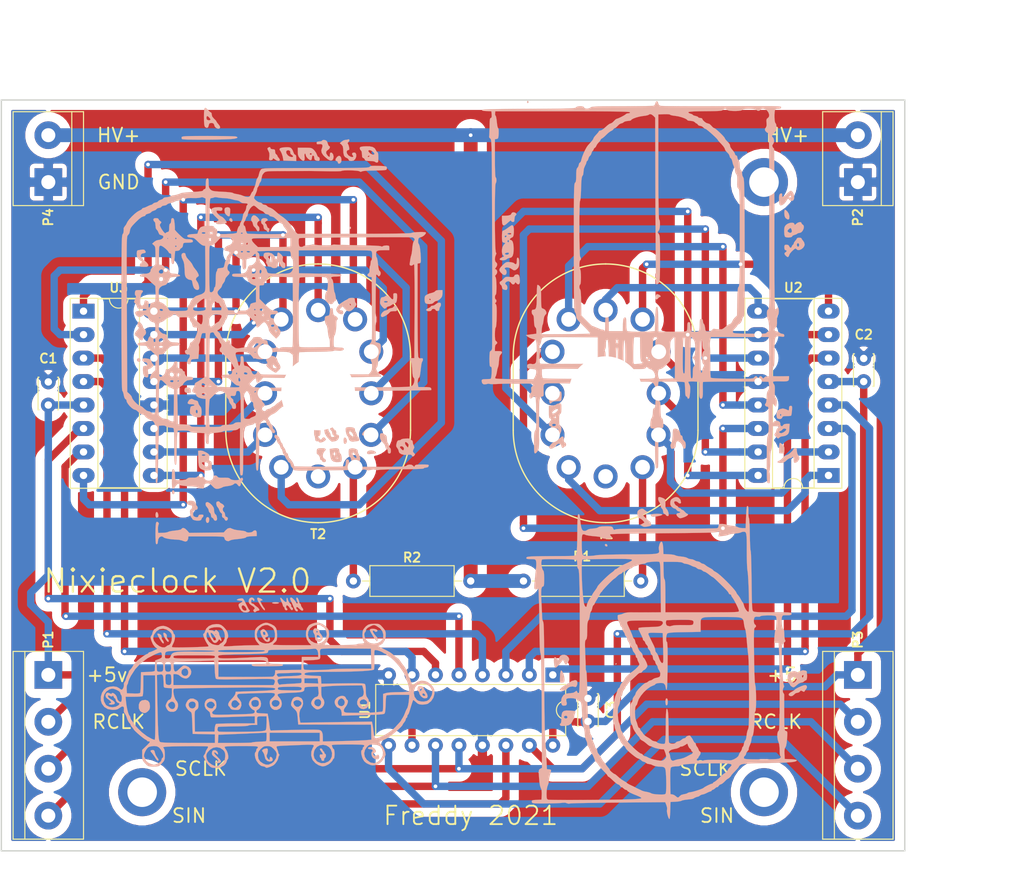
<source format=kicad_pcb>
(kicad_pcb (version 20171130) (host pcbnew 5.1.10)

  (general
    (thickness 1.6)
    (drawings 22)
    (tracks 301)
    (zones 0)
    (modules 18)
    (nets 40)
  )

  (page A4)
  (layers
    (0 F.Cu signal)
    (31 B.Cu signal)
    (32 B.Adhes user)
    (33 F.Adhes user)
    (34 B.Paste user)
    (35 F.Paste user)
    (36 B.SilkS user)
    (37 F.SilkS user)
    (38 B.Mask user)
    (39 F.Mask user)
    (40 Dwgs.User user)
    (41 Cmts.User user)
    (42 Eco1.User user)
    (43 Eco2.User user)
    (44 Edge.Cuts user)
    (45 Margin user)
    (46 B.CrtYd user)
    (47 F.CrtYd user)
    (48 B.Fab user)
    (49 F.Fab user)
  )

  (setup
    (last_trace_width 0.25)
    (user_trace_width 0.8)
    (user_trace_width 1.27)
    (user_trace_width 1.5)
    (trace_clearance 0.2)
    (zone_clearance 1)
    (zone_45_only no)
    (trace_min 0.2)
    (via_size 0.8)
    (via_drill 0.4)
    (via_min_size 0.4)
    (via_min_drill 0.3)
    (user_via 0.8 0.4)
    (uvia_size 0.3)
    (uvia_drill 0.1)
    (uvias_allowed no)
    (uvia_min_size 0.2)
    (uvia_min_drill 0.1)
    (edge_width 0.15)
    (segment_width 0.2)
    (pcb_text_width 0.3)
    (pcb_text_size 1.5 1.5)
    (mod_edge_width 0.15)
    (mod_text_size 1 1)
    (mod_text_width 0.15)
    (pad_size 5.2 5.2)
    (pad_drill 3.2)
    (pad_to_mask_clearance 0.2)
    (solder_mask_min_width 0.25)
    (aux_axis_origin 22.86 38.1)
    (visible_elements 7FFFFFFF)
    (pcbplotparams
      (layerselection 0x010f0_ffffffff)
      (usegerberextensions true)
      (usegerberattributes false)
      (usegerberadvancedattributes false)
      (creategerberjobfile false)
      (excludeedgelayer true)
      (linewidth 0.100000)
      (plotframeref false)
      (viasonmask false)
      (mode 1)
      (useauxorigin true)
      (hpglpennumber 1)
      (hpglpenspeed 20)
      (hpglpendiameter 15.000000)
      (psnegative false)
      (psa4output false)
      (plotreference true)
      (plotvalue true)
      (plotinvisibletext false)
      (padsonsilk false)
      (subtractmaskfromsilk true)
      (outputformat 1)
      (mirror false)
      (drillshape 0)
      (scaleselection 1)
      (outputdirectory "gerbers/"))
  )

  (net 0 "")
  (net 1 GND)
  (net 2 +5V)
  (net 3 RCLK)
  (net 4 SCLK)
  (net 5 SerialIn)
  (net 6 HV)
  (net 7 SerialOut)
  (net 8 "Net-(R1-Pad2)")
  (net 9 "Net-(R2-Pad2)")
  (net 10 "Net-(T1-Pad12)")
  (net 11 "Net-(T1-Pad6)")
  (net 12 "Net-(T1-Pad9)")
  (net 13 "Net-(T1-Pad3)")
  (net 14 "Net-(T1-Pad4)")
  (net 15 "Net-(T1-Pad2)")
  (net 16 "Net-(T1-Pad10)")
  (net 17 "Net-(T1-Pad8)")
  (net 18 "Net-(T1-Pad5)")
  (net 19 "Net-(T1-Pad7)")
  (net 20 "Net-(T1-Pad11)")
  (net 21 "Net-(T2-Pad12)")
  (net 22 "Net-(T2-Pad6)")
  (net 23 "Net-(T2-Pad9)")
  (net 24 "Net-(T2-Pad3)")
  (net 25 "Net-(T2-Pad4)")
  (net 26 "Net-(T2-Pad2)")
  (net 27 "Net-(T2-Pad10)")
  (net 28 "Net-(T2-Pad8)")
  (net 29 "Net-(T2-Pad5)")
  (net 30 "Net-(T2-Pad7)")
  (net 31 "Net-(T2-Pad11)")
  (net 32 "Net-(U1-Pad1)")
  (net 33 "Net-(U1-Pad2)")
  (net 34 "Net-(U1-Pad3)")
  (net 35 "Net-(U1-Pad4)")
  (net 36 "Net-(U1-Pad5)")
  (net 37 "Net-(U1-Pad6)")
  (net 38 "Net-(U1-Pad7)")
  (net 39 "Net-(U1-Pad15)")

  (net_class Default "Dies ist die voreingestellte Netzklasse."
    (clearance 0.2)
    (trace_width 0.25)
    (via_dia 0.8)
    (via_drill 0.4)
    (uvia_dia 0.3)
    (uvia_drill 0.1)
    (add_net +5V)
    (add_net GND)
    (add_net HV)
    (add_net "Net-(R1-Pad2)")
    (add_net "Net-(R2-Pad2)")
    (add_net "Net-(T1-Pad10)")
    (add_net "Net-(T1-Pad11)")
    (add_net "Net-(T1-Pad12)")
    (add_net "Net-(T1-Pad2)")
    (add_net "Net-(T1-Pad3)")
    (add_net "Net-(T1-Pad4)")
    (add_net "Net-(T1-Pad5)")
    (add_net "Net-(T1-Pad6)")
    (add_net "Net-(T1-Pad7)")
    (add_net "Net-(T1-Pad8)")
    (add_net "Net-(T1-Pad9)")
    (add_net "Net-(T2-Pad10)")
    (add_net "Net-(T2-Pad11)")
    (add_net "Net-(T2-Pad12)")
    (add_net "Net-(T2-Pad2)")
    (add_net "Net-(T2-Pad3)")
    (add_net "Net-(T2-Pad4)")
    (add_net "Net-(T2-Pad5)")
    (add_net "Net-(T2-Pad6)")
    (add_net "Net-(T2-Pad7)")
    (add_net "Net-(T2-Pad8)")
    (add_net "Net-(T2-Pad9)")
    (add_net "Net-(U1-Pad1)")
    (add_net "Net-(U1-Pad15)")
    (add_net "Net-(U1-Pad2)")
    (add_net "Net-(U1-Pad3)")
    (add_net "Net-(U1-Pad4)")
    (add_net "Net-(U1-Pad5)")
    (add_net "Net-(U1-Pad6)")
    (add_net "Net-(U1-Pad7)")
    (add_net RCLK)
    (add_net SCLK)
    (add_net SerialIn)
    (add_net SerialOut)
  )

  (module art:back (layer B.Cu) (tedit 0) (tstamp 614A31C0)
    (at 72.39 77.47 180)
    (fp_text reference G*** (at 0 0) (layer B.SilkS) hide
      (effects (font (size 1.524 1.524) (thickness 0.3)) (justify mirror))
    )
    (fp_text value LOGO (at 0.75 0) (layer B.SilkS) hide
      (effects (font (size 1.524 1.524) (thickness 0.3)) (justify mirror))
    )
    (fp_poly (pts (xy 25.089737 27.754324) (xy 25.278101 27.713267) (xy 25.360139 27.601976) (xy 25.384451 27.44977)
      (xy 25.351713 27.165965) (xy 25.215118 26.9644) (xy 25.016252 26.798998) (xy 24.871555 26.767915)
      (xy 24.799888 26.873926) (xy 24.796528 26.902833) (xy 24.777758 27.105163) (xy 24.760196 27.262666)
      (xy 24.756228 27.553411) (xy 24.840678 27.712029) (xy 25.026637 27.758048) (xy 25.089737 27.754324)) (layer B.SilkS) (width 0.01))
    (fp_poly (pts (xy 24.829627 26.524836) (xy 24.856654 26.384556) (xy 24.804255 26.285291) (xy 24.655813 26.168623)
      (xy 24.53432 26.209236) (xy 24.50895 26.332173) (xy 24.563295 26.486265) (xy 24.661162 26.581307)
      (xy 24.685212 26.585333) (xy 24.829627 26.524836)) (layer B.SilkS) (width 0.01))
    (fp_poly (pts (xy 26.455641 27.73853) (xy 26.720198 27.642011) (xy 26.828219 27.480951) (xy 26.779765 27.255186)
      (xy 26.574901 26.964557) (xy 26.41438 26.795404) (xy 25.989426 26.37684) (xy 26.172556 26.238704)
      (xy 26.308016 26.095206) (xy 26.288696 25.993468) (xy 26.124833 25.937248) (xy 25.826661 25.930306)
      (xy 25.442609 25.970659) (xy 25.244932 26.023476) (xy 25.135572 26.094207) (xy 25.160667 26.193214)
      (xy 25.271279 26.356654) (xy 25.426048 26.536817) (xy 25.583615 26.685993) (xy 25.70262 26.756472)
      (xy 25.710441 26.757342) (xy 25.845504 26.821904) (xy 26.016884 26.970119) (xy 26.168721 27.144959)
      (xy 26.245158 27.289397) (xy 26.246667 27.304775) (xy 26.212007 27.391807) (xy 26.080358 27.404596)
      (xy 25.962157 27.386298) (xy 25.751058 27.368867) (xy 25.645247 27.430676) (xy 25.623215 27.474769)
      (xy 25.599225 27.638975) (xy 25.696486 27.732472) (xy 25.933893 27.768856) (xy 26.034485 27.770666)
      (xy 26.455641 27.73853)) (layer B.SilkS) (width 0.01))
    (fp_poly (pts (xy 22.255069 26.885559) (xy 22.388316 26.776781) (xy 22.477658 26.590188) (xy 22.503985 26.393685)
      (xy 22.448188 26.255176) (xy 22.435131 26.245717) (xy 22.349386 26.120294) (xy 22.304942 25.94544)
      (xy 22.239842 25.744398) (xy 22.141501 25.632645) (xy 22.005532 25.496438) (xy 21.926069 25.350833)
      (xy 21.812149 25.176704) (xy 21.69078 25.152956) (xy 21.605613 25.272858) (xy 21.59 25.402657)
      (xy 21.62972 25.610307) (xy 21.717 25.708049) (xy 21.815215 25.821236) (xy 21.844 25.962049)
      (xy 21.797288 26.138714) (xy 21.717 26.216049) (xy 21.605601 26.309385) (xy 21.636993 26.457828)
      (xy 21.814213 26.673303) (xy 21.839971 26.698897) (xy 22.057181 26.865296) (xy 22.236794 26.890628)
      (xy 22.255069 26.885559)) (layer B.SilkS) (width 0.01))
    (fp_poly (pts (xy 21.226899 26.56052) (xy 21.360084 26.470251) (xy 21.369275 26.451408) (xy 21.419338 26.20153)
      (xy 21.374772 26.009243) (xy 21.293667 25.938618) (xy 21.185043 25.822792) (xy 21.166667 25.736533)
      (xy 21.128424 25.490359) (xy 21.028992 25.340332) (xy 20.955 25.315333) (xy 20.832465 25.247211)
      (xy 20.797382 25.188333) (xy 20.712311 25.083908) (xy 20.614331 25.067076) (xy 20.574 25.139075)
      (xy 20.546072 25.280965) (xy 20.522608 25.350742) (xy 20.530178 25.464604) (xy 20.600548 25.484666)
      (xy 20.711726 25.560233) (xy 20.785667 25.738666) (xy 20.847104 25.916416) (xy 20.917868 25.992619)
      (xy 20.919394 25.992666) (xy 20.997728 26.042472) (xy 20.978864 26.148979) (xy 20.883996 26.247821)
      (xy 20.827651 26.27129) (xy 20.704112 26.356034) (xy 20.709709 26.450498) (xy 20.826073 26.550539)
      (xy 21.023683 26.587248) (xy 21.226899 26.56052)) (layer B.SilkS) (width 0.01))
    (fp_poly (pts (xy 20.956713 22.836546) (xy 21.096025 22.760733) (xy 21.115275 22.726075) (xy 21.161619 22.450236)
      (xy 21.057709 22.24898) (xy 20.989554 22.197457) (xy 20.85984 22.056633) (xy 20.864167 21.880758)
      (xy 20.874468 21.724173) (xy 20.829613 21.674666) (xy 20.759518 21.603769) (xy 20.743334 21.505333)
      (xy 20.692395 21.371423) (xy 20.536664 21.336) (xy 20.357391 21.304782) (xy 20.277667 21.251333)
      (xy 20.154274 21.185064) (xy 19.954967 21.169922) (xy 19.76469 21.204146) (xy 19.677297 21.263797)
      (xy 19.629937 21.415971) (xy 19.6088 21.602464) (xy 19.571241 21.796265) (xy 19.49962 21.861454)
      (xy 19.428807 21.785848) (xy 19.402114 21.674666) (xy 19.309828 21.416392) (xy 19.138668 21.230373)
      (xy 18.952211 21.166666) (xy 18.843213 21.205741) (xy 18.799881 21.350519) (xy 18.796 21.463)
      (xy 18.82706 21.688381) (xy 18.913125 21.759333) (xy 19.024105 21.830897) (xy 19.055418 21.913644)
      (xy 20.301386 21.913644) (xy 20.322604 21.777224) (xy 20.340557 21.759333) (xy 20.389549 21.831624)
      (xy 20.404667 21.961941) (xy 20.451957 22.137526) (xy 20.531667 22.213284) (xy 20.643153 22.315771)
      (xy 20.640471 22.442291) (xy 20.531768 22.518622) (xy 20.497859 22.521333) (xy 20.392893 22.487897)
      (xy 20.334889 22.360807) (xy 20.306749 22.140333) (xy 20.301386 21.913644) (xy 19.055418 21.913644)
      (xy 19.087194 21.99761) (xy 19.081807 22.187503) (xy 19.055015 22.255366) (xy 19.051886 22.397344)
      (xy 19.189231 22.588075) (xy 19.221897 22.621589) (xy 19.395341 22.773872) (xy 19.529625 22.855588)
      (xy 19.551487 22.86) (xy 19.612121 22.843691) (xy 19.646445 22.767468) (xy 19.665293 22.590382)
      (xy 19.67468 22.394333) (xy 19.710223 22.194805) (xy 19.777258 22.099628) (xy 19.84623 22.129625)
      (xy 19.881693 22.248486) (xy 20.002331 22.54829) (xy 20.248264 22.758625) (xy 20.588849 22.856032)
      (xy 20.680484 22.86) (xy 20.956713 22.836546)) (layer B.SilkS) (width 0.01))
    (fp_poly (pts (xy 11.809933 17.934702) (xy 11.940077 17.898321) (xy 11.952111 17.885833) (xy 12.036414 17.816702)
      (xy 12.229328 17.697873) (xy 12.474933 17.562662) (xy 12.873184 17.306353) (xy 13.126443 17.026436)
      (xy 13.149181 16.988642) (xy 13.257477 16.781566) (xy 13.281251 16.644867) (xy 13.225952 16.50547)
      (xy 13.189808 16.44398) (xy 12.983079 16.242116) (xy 12.790726 16.187135) (xy 12.60859 16.186327)
      (xy 12.539537 16.261504) (xy 12.530667 16.377635) (xy 12.563669 16.541464) (xy 12.69511 16.593328)
      (xy 12.742334 16.594666) (xy 12.907993 16.608761) (xy 12.935765 16.669213) (xy 12.829102 16.803277)
      (xy 12.77566 16.857674) (xy 12.597319 17.036014) (xy 12.370446 16.78762) (xy 12.116401 16.55792)
      (xy 11.892715 16.483397) (xy 11.66458 16.563516) (xy 11.421147 16.773032) (xy 11.187296 17.045678)
      (xy 11.127241 17.17734) (xy 11.684 17.17734) (xy 11.736166 17.131436) (xy 11.768667 17.145)
      (xy 11.850173 17.257159) (xy 11.853334 17.281993) (xy 11.801168 17.327897) (xy 11.768667 17.314333)
      (xy 11.687161 17.202174) (xy 11.684 17.17734) (xy 11.127241 17.17734) (xy 11.096878 17.243905)
      (xy 11.146206 17.377133) (xy 11.176 17.399) (xy 11.237 17.513456) (xy 11.260667 17.70033)
      (xy 11.274975 17.861237) (xy 11.350511 17.931913) (xy 11.536187 17.949086) (xy 11.592278 17.949333)
      (xy 11.809933 17.934702)) (layer B.SilkS) (width 0.01))
    (fp_poly (pts (xy 7.04897 18.44313) (xy 7.104914 18.368686) (xy 7.103604 18.186245) (xy 7.097489 18.118666)
      (xy 7.101811 17.873357) (xy 7.173147 17.783214) (xy 7.306843 17.849988) (xy 7.43554 17.991666)
      (xy 7.617409 18.144823) (xy 7.815672 18.202947) (xy 7.972681 18.153091) (xy 8.001 18.118666)
      (xy 8.11834 18.051839) (xy 8.249414 18.034) (xy 8.401038 17.992158) (xy 8.482741 17.837541)
      (xy 8.498417 17.769416) (xy 8.541856 17.497346) (xy 8.524535 17.314293) (xy 8.429832 17.145796)
      (xy 8.332141 17.024496) (xy 8.156455 16.83562) (xy 8.035094 16.775309) (xy 7.927632 16.831783)
      (xy 7.874 16.891) (xy 7.71826 17.000127) (xy 7.6308 17.019882) (xy 7.46906 17.070925)
      (xy 7.281334 17.187333) (xy 7.088949 17.305902) (xy 6.931375 17.354784) (xy 6.800789 17.43148)
      (xy 6.76784 17.526) (xy 7.704667 17.526) (xy 7.777123 17.462354) (xy 7.916334 17.441333)
      (xy 8.075448 17.470316) (xy 8.128 17.526) (xy 8.055544 17.589646) (xy 7.916334 17.610666)
      (xy 7.757219 17.581684) (xy 7.704667 17.526) (xy 6.76784 17.526) (xy 6.720941 17.660536)
      (xy 6.690259 18.046793) (xy 6.689823 18.0975) (xy 6.6987 18.323923) (xy 6.746267 18.428033)
      (xy 6.861005 18.456538) (xy 6.909227 18.457333) (xy 7.04897 18.44313)) (layer B.SilkS) (width 0.01))
    (fp_poly (pts (xy 7.023463 17.047495) (xy 7.081382 16.975666) (xy 7.194989 16.875884) (xy 7.326678 16.848666)
      (xy 7.539378 16.79557) (xy 7.650238 16.721666) (xy 7.825783 16.615004) (xy 7.931453 16.593204)
      (xy 8.107981 16.527791) (xy 8.288529 16.372614) (xy 8.420041 16.184803) (xy 8.452155 16.032501)
      (xy 8.391625 15.898498) (xy 8.266435 15.874462) (xy 8.051342 15.960943) (xy 7.904525 16.044401)
      (xy 7.68669 16.194317) (xy 7.536676 16.333272) (xy 7.505016 16.382218) (xy 7.39259 16.473457)
      (xy 7.137261 16.509119) (xy 7.072324 16.51) (xy 6.837166 16.516193) (xy 6.725415 16.558421)
      (xy 6.691146 16.672156) (xy 6.688667 16.806333) (xy 6.70733 17.010174) (xy 6.780918 17.092584)
      (xy 6.860657 17.102666) (xy 7.023463 17.047495)) (layer B.SilkS) (width 0.01))
    (fp_poly (pts (xy 34.36097 23.164837) (xy 34.594853 23.127439) (xy 34.762632 23.101969) (xy 34.776834 23.100001)
      (xy 34.849514 23.009409) (xy 34.881755 22.780393) (xy 34.882667 22.722737) (xy 34.847801 22.425224)
      (xy 34.722768 22.203955) (xy 34.667152 22.144182) (xy 34.503222 22.000846) (xy 34.38205 21.930216)
      (xy 34.370818 21.928666) (xy 34.293059 21.882983) (xy 34.325451 21.790423) (xy 34.417 21.728715)
      (xy 34.504095 21.634602) (xy 34.544673 21.485905) (xy 34.526297 21.360819) (xy 34.4805 21.329483)
      (xy 34.182673 21.309405) (xy 33.907614 21.307801) (xy 33.754301 21.321041) (xy 33.632216 21.41005)
      (xy 33.612667 21.480666) (xy 33.672581 21.621443) (xy 33.814786 21.796152) (xy 33.982972 21.946255)
      (xy 34.120833 22.013212) (xy 34.125029 22.013333) (xy 34.197725 22.08131) (xy 34.205334 22.131275)
      (xy 34.273869 22.260654) (xy 34.338272 22.30023) (xy 34.437858 22.409625) (xy 34.436503 22.570791)
      (xy 34.348508 22.711428) (xy 34.247667 22.758259) (xy 34.01005 22.806565) (xy 33.911945 22.868949)
      (xy 33.92409 22.973242) (xy 33.955152 23.036468) (xy 34.050354 23.153683) (xy 34.199238 23.183578)
      (xy 34.36097 23.164837)) (layer B.SilkS) (width 0.01))
    (fp_poly (pts (xy 29.974157 22.753538) (xy 30.043394 22.57955) (xy 30.007018 22.3233) (xy 29.894021 22.067574)
      (xy 29.796583 21.840168) (xy 29.736794 21.550862) (xy 29.70596 21.152546) (xy 29.70161 21.025242)
      (xy 29.684611 20.647741) (xy 29.652859 20.396629) (xy 29.597056 20.229053) (xy 29.507905 20.102155)
      (xy 29.499301 20.092744) (xy 29.303038 19.951423) (xy 29.105966 19.896666) (xy 28.971274 19.875953)
      (xy 28.896582 19.784043) (xy 28.850743 19.576281) (xy 28.842595 19.519071) (xy 28.777453 19.244523)
      (xy 28.677581 19.017365) (xy 28.642937 18.968738) (xy 28.4591 18.830165) (xy 28.273052 18.802961)
      (xy 28.148272 18.88616) (xy 28.119705 19.057272) (xy 28.157339 19.304078) (xy 28.24306 19.555418)
      (xy 28.358758 19.740136) (xy 28.367909 19.749106) (xy 28.476611 19.935801) (xy 28.42343 20.118003)
      (xy 28.273065 20.238331) (xy 28.174734 20.314081) (xy 28.169922 20.425358) (xy 28.228417 20.583775)
      (xy 28.368795 20.835409) (xy 28.550493 21.070565) (xy 28.715486 21.28457) (xy 28.825732 21.496334)
      (xy 28.828905 21.505936) (xy 28.926829 21.683971) (xy 29.104978 21.91013) (xy 29.23493 22.04682)
      (xy 29.468326 22.319299) (xy 29.577385 22.553625) (xy 29.582626 22.597153) (xy 29.6228 22.76364)
      (xy 29.757926 22.816414) (xy 29.802667 22.817666) (xy 29.974157 22.753538)) (layer B.SilkS) (width 0.01))
    (fp_poly (pts (xy 34.703954 15.372797) (xy 34.768735 15.263497) (xy 34.7954 15.086836) (xy 34.78273 14.914973)
      (xy 34.729508 14.820067) (xy 34.713334 14.816666) (xy 34.631038 14.766365) (xy 34.662716 14.639145)
      (xy 34.795734 14.470536) (xy 34.856214 14.414865) (xy 34.998768 14.25119) (xy 35.086586 14.075446)
      (xy 35.102722 13.937094) (xy 35.037666 13.885333) (xy 34.941625 13.829215) (xy 34.779345 13.687073)
      (xy 34.691982 13.599913) (xy 34.508207 13.438237) (xy 34.357056 13.355016) (xy 34.311167 13.352969)
      (xy 34.229028 13.457677) (xy 34.205334 13.593076) (xy 34.136722 13.79408) (xy 34.036 13.885333)
      (xy 33.894472 14.052238) (xy 33.866667 14.224) (xy 33.928901 14.46462) (xy 34.036 14.562666)
      (xy 34.172653 14.693439) (xy 34.208378 14.798479) (xy 34.259495 14.961551) (xy 34.379174 15.144879)
      (xy 34.525515 15.299906) (xy 34.656617 15.378072) (xy 34.703954 15.372797)) (layer B.SilkS) (width 0.01))
    (fp_poly (pts (xy 34.811719 11.366035) (xy 34.863205 11.228145) (xy 34.807231 11.097333) (xy 34.789171 11.084085)
      (xy 34.616889 11.012946) (xy 34.514412 11.08021) (xy 34.491507 11.129612) (xy 34.488477 11.311663)
      (xy 34.609255 11.419986) (xy 34.678654 11.43) (xy 34.811719 11.366035)) (layer B.SilkS) (width 0.01))
    (fp_poly (pts (xy 34.196928 11.383164) (xy 34.218887 11.365646) (xy 34.279179 11.216519) (xy 34.208209 11.079135)
      (xy 34.038512 11.008197) (xy 34.005382 11.006666) (xy 33.824577 10.948134) (xy 33.724616 10.81105)
      (xy 33.744389 10.660359) (xy 33.857066 10.600831) (xy 33.998664 10.583333) (xy 34.117181 10.570525)
      (xy 34.178841 10.504496) (xy 34.20206 10.343836) (xy 34.205334 10.118634) (xy 34.173222 9.741358)
      (xy 34.073831 9.501425) (xy 34.059517 9.483634) (xy 33.876245 9.336395) (xy 33.719147 9.336094)
      (xy 33.651285 9.404011) (xy 33.628851 9.537679) (xy 33.63857 9.766908) (xy 33.651476 9.869678)
      (xy 33.676615 10.105013) (xy 33.653053 10.216463) (xy 33.572161 10.244666) (xy 33.571826 10.244666)
      (xy 33.422207 10.299031) (xy 33.23452 10.43216) (xy 33.209486 10.454649) (xy 33.067606 10.59977)
      (xy 33.042993 10.688501) (xy 33.121758 10.771557) (xy 33.122525 10.772149) (xy 33.242544 10.937756)
      (xy 33.289177 11.091333) (xy 33.332151 11.226902) (xy 33.447303 11.310655) (xy 33.68004 11.373078)
      (xy 33.720812 11.381122) (xy 34.025399 11.418234) (xy 34.196928 11.383164)) (layer B.SilkS) (width 0.01))
    (fp_poly (pts (xy 29.675999 8.16151) (xy 29.718 7.960191) (xy 29.687958 7.787198) (xy 29.564104 7.700567)
      (xy 29.453417 7.672916) (xy 29.208922 7.631296) (xy 29.087074 7.65054) (xy 29.045221 7.754784)
      (xy 29.040667 7.906463) (xy 29.062053 8.109375) (xy 29.153367 8.204571) (xy 29.268134 8.236409)
      (xy 29.532805 8.251506) (xy 29.675999 8.16151)) (layer B.SilkS) (width 0.01))
    (fp_poly (pts (xy 29.1249 6.961345) (xy 29.247533 6.839161) (xy 29.36599 6.626934) (xy 29.348336 6.500873)
      (xy 29.183784 6.443466) (xy 28.998334 6.434666) (xy 28.771114 6.41785) (xy 28.634816 6.375303)
      (xy 28.617334 6.35) (xy 28.689476 6.285248) (xy 28.819125 6.265333) (xy 29.003521 6.202132)
      (xy 29.071969 6.074833) (xy 29.115882 5.82047) (xy 29.12011 5.576623) (xy 29.087772 5.396825)
      (xy 29.028834 5.334) (xy 28.902702 5.272655) (xy 28.835363 5.201384) (xy 28.6915 5.111188)
      (xy 28.452421 5.04532) (xy 28.191865 5.016791) (xy 27.983572 5.038612) (xy 27.961167 5.047133)
      (xy 27.893863 5.163381) (xy 27.859152 5.424422) (xy 27.855334 5.581933) (xy 27.857412 5.623278)
      (xy 28.278667 5.623278) (xy 28.316569 5.467534) (xy 28.397242 5.446019) (xy 28.471138 5.551005)
      (xy 28.49069 5.656335) (xy 28.458468 5.803913) (xy 28.391517 5.842) (xy 28.305351 5.768518)
      (xy 28.278667 5.623278) (xy 27.857412 5.623278) (xy 27.871301 5.899591) (xy 27.927844 6.10033)
      (xy 28.019892 6.218679) (xy 28.158159 6.419419) (xy 28.210392 6.591635) (xy 28.27951 6.774197)
      (xy 28.448 6.844002) (xy 28.64231 6.894831) (xy 28.7401 6.949836) (xy 28.923236 7.025371)
      (xy 29.1249 6.961345)) (layer B.SilkS) (width 0.01))
    (fp_poly (pts (xy -21.342646 18.28066) (xy -21.282579 18.052384) (xy -21.282447 18.051189) (xy -21.284433 17.853043)
      (xy -21.357669 17.781798) (xy -21.381703 17.78) (xy -21.522332 17.848485) (xy -21.559382 17.907)
      (xy -21.665985 18.019524) (xy -21.726058 18.034) (xy -21.833434 18.076444) (xy -21.812721 18.175506)
      (xy -21.673193 18.288777) (xy -21.669973 18.290512) (xy -21.466161 18.356568) (xy -21.342646 18.28066)) (layer B.SilkS) (width 0.01))
    (fp_poly (pts (xy -5.771636 27.191752) (xy -5.677802 27.093113) (xy -5.672666 27.053819) (xy -5.592658 26.943023)
      (xy -5.365101 26.870108) (xy -5.008693 26.840785) (xy -4.974166 26.840489) (xy -4.656666 26.839333)
      (xy -4.656666 26.340392) (xy -4.680245 26.000122) (xy -4.755447 25.817765) (xy -4.888967 25.787966)
      (xy -5.087504 25.905373) (xy -5.142443 25.952081) (xy -5.384161 26.165229) (xy -5.527724 26.283959)
      (xy -5.60194 26.325899) (xy -5.635617 26.308675) (xy -5.652681 26.26429) (xy -5.754619 26.178802)
      (xy -5.849055 26.162) (xy -5.95691 26.193984) (xy -6.003604 26.318831) (xy -6.011333 26.491608)
      (xy -6.044889 26.752417) (xy -6.136906 26.869403) (xy -6.222356 26.973164) (xy -6.215716 27.039452)
      (xy -6.104335 27.163235) (xy -5.935061 27.214564) (xy -5.771636 27.191752)) (layer B.SilkS) (width 0.01))
    (fp_poly (pts (xy -5.648307 25.775414) (xy -5.456714 25.65161) (xy -5.285914 25.527) (xy -5.053818 25.364919)
      (xy -4.861828 25.257283) (xy -4.777181 25.230666) (xy -4.712371 25.191298) (xy -4.67461 25.054195)
      (xy -4.658404 24.790856) (xy -4.656666 24.605541) (xy -4.660967 24.282182) (xy -4.68103 24.089394)
      (xy -4.727598 23.988489) (xy -4.811411 23.94078) (xy -4.843826 23.931473) (xy -5.030985 23.88253)
      (xy -4.843826 23.683308) (xy -4.721922 23.471361) (xy -4.656465 23.191998) (xy -4.649394 22.902589)
      (xy -4.70265 22.660504) (xy -4.804833 22.529888) (xy -4.883468 22.466366) (xy -4.835811 22.411051)
      (xy -4.677833 22.348065) (xy -4.492739 22.251553) (xy -4.404001 22.144216) (xy -4.402666 22.132051)
      (xy -4.474176 22.05083) (xy -4.648294 22.014025) (xy -4.864407 22.020978) (xy -5.0619 22.07103)
      (xy -5.164666 22.140333) (xy -5.332018 22.245355) (xy -5.45255 22.267333) (xy -5.669675 22.321225)
      (xy -5.816013 22.492645) (xy -5.898175 22.795068) (xy -5.418666 22.795068) (xy -5.349845 22.657071)
      (xy -5.162236 22.619562) (xy -5.125817 22.623595) (xy -4.994715 22.677678) (xy -4.971534 22.733)
      (xy -5.050926 22.802053) (xy -5.203052 22.84264) (xy -5.3512 22.844113) (xy -5.418659 22.795822)
      (xy -5.418666 22.795068) (xy -5.898175 22.795068) (xy -5.898487 22.796213) (xy -5.924018 23.246548)
      (xy -5.923974 23.263134) (xy -5.896759 23.730577) (xy -5.818789 24.039728) (xy -5.778465 24.087666)
      (xy -5.418666 24.087666) (xy -5.372949 23.974995) (xy -5.334 23.960666) (xy -5.258885 24.029243)
      (xy -5.249333 24.087666) (xy -5.295051 24.200338) (xy -5.334 24.214666) (xy -5.409114 24.14609)
      (xy -5.418666 24.087666) (xy -5.778465 24.087666) (xy -5.688823 24.194232) (xy -5.599833 24.214666)
      (xy -5.506209 24.25537) (xy -5.532259 24.347133) (xy -5.658565 24.444436) (xy -5.706863 24.465573)
      (xy -5.825389 24.532769) (xy -5.888061 24.641722) (xy -5.152598 24.641722) (xy -5.124961 24.557585)
      (xy -5.019297 24.505825) (xy -4.982106 24.519175) (xy -4.946471 24.608938) (xy -4.986545 24.663078)
      (xy -5.100372 24.711573) (xy -5.152598 24.641722) (xy -5.888061 24.641722) (xy -5.8936 24.65135)
      (xy -5.931065 24.868131) (xy -5.93304 24.892) (xy -5.672666 24.892) (xy -5.60021 24.828354)
      (xy -5.461 24.807333) (xy -5.301885 24.836316) (xy -5.249333 24.892) (xy -5.321789 24.955646)
      (xy -5.461 24.976666) (xy -5.620115 24.947684) (xy -5.672666 24.892) (xy -5.93304 24.892)
      (xy -5.944876 25.034977) (xy -5.947718 25.425095) (xy -5.896389 25.691092) (xy -5.794988 25.815945)
      (xy -5.755087 25.823333) (xy -5.648307 25.775414)) (layer B.SilkS) (width 0.01))
    (fp_poly (pts (xy -6.312339 22.294972) (xy -6.274146 22.184143) (xy -6.265333 21.968343) (xy -6.246534 21.712654)
      (xy -6.185372 21.600049) (xy -6.145389 21.59) (xy -6.016779 21.646857) (xy -5.993643 21.685405)
      (xy -5.898021 21.747613) (xy -5.689001 21.801096) (xy -5.537829 21.821552) (xy -5.283785 21.836224)
      (xy -5.10871 21.801821) (xy -4.942219 21.69209) (xy -4.771282 21.535647) (xy -4.515445 21.271249)
      (xy -4.389003 21.071623) (xy -4.383983 20.902525) (xy -4.492416 20.729709) (xy -4.565601 20.652039)
      (xy -4.74804 20.484211) (xy -4.87768 20.422039) (xy -5.012437 20.443062) (xy -5.058833 20.46074)
      (xy -5.143238 20.572459) (xy -5.161692 20.758636) (xy -5.117917 20.939393) (xy -5.0323 21.03001)
      (xy -4.944754 21.113902) (xy -4.95263 21.166069) (xy -5.087386 21.241377) (xy -5.306412 21.240363)
      (xy -5.546637 21.170159) (xy -5.69577 21.082) (xy -5.913779 20.943055) (xy -6.087398 20.938005)
      (xy -6.278573 21.068968) (xy -6.315437 21.103166) (xy -6.437558 21.252698) (xy -6.498778 21.441063)
      (xy -6.517591 21.72931) (xy -6.51787 21.771441) (xy -6.503477 22.077749) (xy -6.453332 22.24619)
      (xy -6.392333 22.297951) (xy -6.312339 22.294972)) (layer B.SilkS) (width 0.01))
    (fp_poly (pts (xy -6.057533 20.436082) (xy -5.990268 20.333256) (xy -5.942817 20.24401) (xy -5.833008 20.204952)
      (xy -5.617279 20.205874) (xy -5.487675 20.215473) (xy -5.213344 20.230156) (xy -5.043057 20.20251)
      (xy -4.912869 20.111483) (xy -4.804414 19.99055) (xy -4.643977 19.824157) (xy -4.516496 19.733139)
      (xy -4.492799 19.727333) (xy -4.415098 19.665577) (xy -4.410249 19.531256) (xy -4.470624 19.400787)
      (xy -4.529666 19.358049) (xy -4.628025 19.244823) (xy -4.656666 19.104865) (xy -4.718338 18.919276)
      (xy -4.847166 18.849364) (xy -5.039374 18.804476) (xy -5.137264 18.810541) (xy -5.192889 18.852444)
      (xy -5.248426 18.999522) (xy -5.232438 19.190322) (xy -5.157387 19.335552) (xy -5.122333 19.358049)
      (xy -5.006229 19.460569) (xy -5.041045 19.59884) (xy -5.171301 19.711828) (xy -5.381557 19.760375)
      (xy -5.584515 19.640832) (xy -5.69804 19.4945) (xy -5.836248 19.39511) (xy -5.983347 19.437934)
      (xy -6.050655 19.536833) (xy -6.103433 19.635911) (xy -6.168902 19.599074) (xy -6.224979 19.526214)
      (xy -6.370805 19.417281) (xy -6.472932 19.417723) (xy -6.572721 19.543343) (xy -6.602403 19.803693)
      (xy -6.560015 20.178484) (xy -6.551083 20.22475) (xy -6.486688 20.413338) (xy -6.362968 20.483167)
      (xy -6.264625 20.489333) (xy -6.057533 20.436082)) (layer B.SilkS) (width 0.01))
    (fp_poly (pts (xy 21.322744 -17.960712) (xy 21.326444 -17.963015) (xy 21.457335 -18.073531) (xy 21.495721 -18.212856)
      (xy 21.444996 -18.426656) (xy 21.374293 -18.607064) (xy 21.18956 -18.952203) (xy 20.980934 -19.185277)
      (xy 20.769855 -19.292077) (xy 20.577759 -19.258394) (xy 20.49824 -19.187732) (xy 20.44787 -19.042659)
      (xy 20.472072 -18.885591) (xy 20.555241 -18.798094) (xy 20.573184 -18.796) (xy 20.643756 -18.866685)
      (xy 20.686096 -18.976411) (xy 20.731812 -19.100306) (xy 20.802798 -19.083144) (xy 20.879035 -19.011061)
      (xy 20.97318 -18.890641) (xy 20.938144 -18.812467) (xy 20.905231 -18.789613) (xy 20.765453 -18.721956)
      (xy 20.722167 -18.71263) (xy 20.653619 -18.648563) (xy 20.66572 -18.494295) (xy 20.700442 -18.408075)
      (xy 20.945942 -18.408075) (xy 20.953802 -18.521273) (xy 21.030608 -18.542) (xy 21.14925 -18.523871)
      (xy 21.166667 -18.506592) (xy 21.193006 -18.407067) (xy 21.218059 -18.337258) (xy 21.210198 -18.224061)
      (xy 21.133392 -18.203334) (xy 21.01475 -18.221462) (xy 20.997334 -18.238742) (xy 20.970995 -18.338266)
      (xy 20.945942 -18.408075) (xy 20.700442 -18.408075) (xy 20.744063 -18.299759) (xy 20.87424 -18.11489)
      (xy 20.903111 -18.085489) (xy 21.072991 -17.939929) (xy 21.192517 -17.904225) (xy 21.322744 -17.960712)) (layer B.SilkS) (width 0.01))
    (fp_poly (pts (xy 15.644071 -17.833195) (xy 15.762518 -17.991367) (xy 15.784034 -18.200989) (xy 15.701186 -18.375886)
      (xy 15.691613 -18.384331) (xy 15.616759 -18.525993) (xy 15.57957 -18.752274) (xy 15.578667 -18.792777)
      (xy 15.553898 -19.022975) (xy 15.456762 -19.15376) (xy 15.363016 -19.205743) (xy 15.196491 -19.280104)
      (xy 15.101673 -19.288054) (xy 14.991864 -19.223025) (xy 14.920172 -19.172199) (xy 14.762379 -18.977076)
      (xy 14.758767 -18.84222) (xy 14.963534 -18.84222) (xy 14.964733 -18.915845) (xy 15.083419 -18.962652)
      (xy 15.275409 -18.913942) (xy 15.376318 -18.81568) (xy 15.406699 -18.67379) (xy 15.36139 -18.562833)
      (xy 15.30115 -18.542) (xy 15.177999 -18.594423) (xy 15.048305 -18.713561) (xy 14.963534 -18.84222)
      (xy 14.758767 -18.84222) (xy 14.756076 -18.74179) (xy 14.900434 -18.500158) (xy 14.937551 -18.463079)
      (xy 15.066368 -18.300806) (xy 15.102686 -18.166332) (xy 15.100306 -18.158491) (xy 15.275553 -18.158491)
      (xy 15.282334 -18.203334) (xy 15.354754 -18.284016) (xy 15.367 -18.288) (xy 15.434314 -18.228949)
      (xy 15.451667 -18.203334) (xy 15.431561 -18.131604) (xy 15.367 -18.118667) (xy 15.275553 -18.158491)
      (xy 15.100306 -18.158491) (xy 15.100244 -18.15829) (xy 15.128501 -18.031356) (xy 15.26289 -17.908301)
      (xy 15.443275 -17.825073) (xy 15.609521 -17.817621) (xy 15.644071 -17.833195)) (layer B.SilkS) (width 0.01))
    (fp_poly (pts (xy 9.514112 -17.881107) (xy 9.637234 -17.944464) (xy 9.652 -17.988612) (xy 9.60939 -18.118317)
      (xy 9.499247 -18.332839) (xy 9.348102 -18.590082) (xy 9.182489 -18.847946) (xy 9.028937 -19.064335)
      (xy 8.91398 -19.197152) (xy 8.876344 -19.219334) (xy 8.822281 -19.147016) (xy 8.805334 -19.014722)
      (xy 8.828435 -18.846896) (xy 8.868834 -18.781889) (xy 8.953823 -18.702141) (xy 9.094995 -18.533348)
      (xy 9.165505 -18.441373) (xy 9.305441 -18.224369) (xy 9.326822 -18.099604) (xy 9.297502 -18.066549)
      (xy 9.189147 -18.065404) (xy 9.163108 -18.103677) (xy 9.070243 -18.194864) (xy 8.934557 -18.20071)
      (xy 8.832921 -18.132116) (xy 8.821054 -18.055167) (xy 8.909325 -17.956746) (xy 9.092618 -17.891857)
      (xy 9.313393 -17.865108) (xy 9.514112 -17.881107)) (layer B.SilkS) (width 0.01))
    (fp_poly (pts (xy 31.999664 -18.353703) (xy 31.981993 -18.524358) (xy 31.893176 -18.762439) (xy 31.866021 -18.817231)
      (xy 31.710011 -19.077743) (xy 31.568783 -19.242638) (xy 31.462878 -19.295198) (xy 31.412833 -19.218703)
      (xy 31.411334 -19.187367) (xy 31.471081 -19.03948) (xy 31.540245 -18.963747) (xy 31.628027 -18.79395)
      (xy 31.617233 -18.693162) (xy 31.639604 -18.525534) (xy 31.763879 -18.368099) (xy 31.933638 -18.291103)
      (xy 31.9405 -18.290693) (xy 31.999664 -18.353703)) (layer B.SilkS) (width 0.01))
    (fp_poly (pts (xy 32.643507 -18.391285) (xy 32.632208 -18.489675) (xy 32.540982 -18.695226) (xy 32.386005 -18.975681)
      (xy 32.204342 -19.267069) (xy 32.06929 -19.427837) (xy 31.974002 -19.464569) (xy 31.946578 -19.375397)
      (xy 31.967153 -19.282834) (xy 32.041555 -19.122774) (xy 32.099858 -19.064111) (xy 32.152385 -18.968689)
      (xy 32.173334 -18.787129) (xy 32.223066 -18.568721) (xy 32.385358 -18.441765) (xy 32.555335 -18.385832)
      (xy 32.643507 -18.391285)) (layer B.SilkS) (width 0.01))
    (fp_poly (pts (xy 4.376134 -24.105446) (xy 4.449295 -24.200966) (xy 4.483778 -24.369156) (xy 4.475973 -24.537559)
      (xy 4.422271 -24.633719) (xy 4.402667 -24.638) (xy 4.32811 -24.706811) (xy 4.318 -24.768429)
      (xy 4.251195 -24.985706) (xy 4.086828 -25.200956) (xy 3.878975 -25.356731) (xy 3.723522 -25.4)
      (xy 3.535575 -25.380619) (xy 3.443111 -25.343556) (xy 3.386267 -25.175834) (xy 3.410965 -25.0717)
      (xy 3.640667 -25.0717) (xy 3.702584 -25.137402) (xy 3.830123 -25.133476) (xy 3.935965 -25.062979)
      (xy 3.937 -25.061334) (xy 3.959882 -24.924557) (xy 3.876616 -24.857223) (xy 3.760129 -24.898256)
      (xy 3.657945 -25.018991) (xy 3.640667 -25.0717) (xy 3.410965 -25.0717) (xy 3.443296 -24.935392)
      (xy 3.598334 -24.672808) (xy 3.732758 -24.468447) (xy 3.749443 -24.430558) (xy 4.020664 -24.430558)
      (xy 4.081056 -24.531723) (xy 4.170123 -24.618285) (xy 4.210231 -24.561521) (xy 4.219651 -24.517558)
      (xy 4.222548 -24.369419) (xy 4.204117 -24.326562) (xy 4.104076 -24.322121) (xy 4.065522 -24.340726)
      (xy 4.020664 -24.430558) (xy 3.749443 -24.430558) (xy 3.805672 -24.302878) (xy 3.81 -24.272519)
      (xy 3.883034 -24.174004) (xy 4.055995 -24.104029) (xy 4.259672 -24.08302) (xy 4.376134 -24.105446)) (layer B.SilkS) (width 0.01))
    (fp_poly (pts (xy 34.319863 -25.620968) (xy 34.540419 -25.78235) (xy 34.64936 -26.063193) (xy 34.654431 -26.096981)
      (xy 34.64931 -26.48581) (xy 34.517367 -26.768022) (xy 34.319013 -26.914664) (xy 34.087963 -26.9955)
      (xy 33.908731 -26.972596) (xy 33.705852 -26.833457) (xy 33.676167 -26.808213) (xy 33.520469 -26.636727)
      (xy 33.453825 -26.432554) (xy 33.443334 -26.228772) (xy 33.49744 -25.879324) (xy 33.658326 -25.659183)
      (xy 33.92384 -25.571015) (xy 33.975183 -25.569334) (xy 34.319863 -25.620968)) (layer B.SilkS) (width 0.01))
    (fp_poly (pts (xy 15.049006 -30.847808) (xy 15.041958 -30.94902) (xy 14.912495 -31.14299) (xy 14.901334 -31.157334)
      (xy 14.762472 -31.36579) (xy 14.75476 -31.471067) (xy 14.878198 -31.477098) (xy 14.901334 -31.471468)
      (xy 15.029883 -31.471798) (xy 15.06993 -31.593592) (xy 15.070667 -31.630927) (xy 15.040661 -31.786209)
      (xy 14.986 -31.834667) (xy 14.91721 -31.905579) (xy 14.901334 -32.004) (xy 14.843116 -32.143992)
      (xy 14.722942 -32.173334) (xy 14.593496 -32.137012) (xy 14.594514 -32.043129) (xy 14.576177 -31.906197)
      (xy 14.518906 -31.864737) (xy 14.433748 -31.768781) (xy 14.395402 -31.611914) (xy 14.410551 -31.468217)
      (xy 14.478 -31.411334) (xy 14.553115 -31.342757) (xy 14.562667 -31.284334) (xy 14.603137 -31.171586)
      (xy 14.637459 -31.157334) (xy 14.716508 -31.086872) (xy 14.756532 -30.988) (xy 14.849178 -30.8503)
      (xy 14.93574 -30.818667) (xy 15.049006 -30.847808)) (layer B.SilkS) (width 0.01))
    (fp_poly (pts (xy 9.682955 -30.671919) (xy 9.771589 -30.700539) (xy 9.865189 -30.778052) (xy 9.819785 -30.856137)
      (xy 9.662219 -30.901176) (xy 9.609667 -30.903334) (xy 9.44407 -30.93894) (xy 9.337532 -31.019)
      (xy 9.328782 -31.103378) (xy 9.38301 -31.138226) (xy 9.465556 -31.243136) (xy 9.477577 -31.43589)
      (xy 9.42538 -31.653433) (xy 9.315276 -31.832709) (xy 9.313334 -31.834667) (xy 9.119087 -31.956864)
      (xy 8.89511 -32.005359) (xy 8.715961 -31.966598) (xy 8.692445 -31.947556) (xy 8.647895 -31.826406)
      (xy 8.636 -31.693556) (xy 8.688209 -31.532463) (xy 8.817627 -31.505568) (xy 8.954145 -31.594012)
      (xy 9.071664 -31.646105) (xy 9.182745 -31.583645) (xy 9.301572 -31.443556) (xy 9.258485 -31.346757)
      (xy 9.144 -31.302135) (xy 8.999067 -31.206511) (xy 9.002635 -31.043485) (xy 9.147298 -30.834632)
      (xy 9.393935 -30.671739) (xy 9.682955 -30.671919)) (layer B.SilkS) (width 0.01))
    (fp_poly (pts (xy 33.34372 -31.019588) (xy 33.391956 -31.109128) (xy 33.333468 -31.200364) (xy 33.147233 -31.426854)
      (xy 32.949771 -31.708812) (xy 32.813179 -31.939756) (xy 32.701556 -32.092363) (xy 32.588186 -32.156705)
      (xy 32.518027 -32.113435) (xy 32.512 -32.069354) (xy 32.565928 -31.926416) (xy 32.687084 -31.763333)
      (xy 32.824442 -31.544971) (xy 32.909635 -31.282884) (xy 32.909828 -31.281702) (xy 32.967391 -31.075806)
      (xy 33.071444 -30.995115) (xy 33.143967 -30.988) (xy 33.34372 -31.019588)) (layer B.SilkS) (width 0.01))
    (fp_poly (pts (xy 21.086085 -30.86897) (xy 21.204052 -30.931579) (xy 21.307146 -31.023801) (xy 21.293446 -31.112647)
      (xy 21.208364 -31.219799) (xy 21.091606 -31.433861) (xy 21.037329 -31.661188) (xy 20.947744 -31.973895)
      (xy 20.756138 -32.177306) (xy 20.493213 -32.250161) (xy 20.2565 -32.201927) (xy 20.160924 -32.089216)
      (xy 20.180559 -31.917459) (xy 20.267587 -31.790318) (xy 20.39738 -31.717295) (xy 20.473284 -31.801042)
      (xy 20.489334 -31.946567) (xy 20.498594 -32.060079) (xy 20.555016 -32.050888) (xy 20.658667 -31.961667)
      (xy 20.795099 -31.770849) (xy 20.825095 -31.575577) (xy 20.77421 -31.470432) (xy 20.731245 -31.357006)
      (xy 20.696773 -31.149984) (xy 20.693591 -31.117655) (xy 20.68953 -30.91685) (xy 20.744724 -30.833522)
      (xy 20.858199 -30.818667) (xy 21.086085 -30.86897)) (layer B.SilkS) (width 0.01))
    (fp_poly (pts (xy 26.670666 -31.073875) (xy 26.734238 -31.257676) (xy 26.737442 -31.286424) (xy 26.732237 -31.450714)
      (xy 26.657068 -31.586278) (xy 26.479748 -31.740006) (xy 26.373377 -31.816828) (xy 26.136174 -32.011981)
      (xy 26.046933 -32.154924) (xy 26.107621 -32.238528) (xy 26.251664 -32.258) (xy 26.386508 -32.294419)
      (xy 26.416 -32.342667) (xy 26.342759 -32.40256) (xy 26.155778 -32.413617) (xy 25.904169 -32.373396)
      (xy 25.886834 -32.368971) (xy 25.763703 -32.298688) (xy 25.766541 -32.174827) (xy 25.900707 -31.983353)
      (xy 26.119667 -31.759187) (xy 26.371134 -31.500054) (xy 26.491873 -31.327881) (xy 26.478833 -31.247535)
      (xy 26.443834 -31.242) (xy 26.34401 -31.29279) (xy 26.232167 -31.382122) (xy 26.117372 -31.474714)
      (xy 26.080288 -31.447144) (xy 26.077334 -31.376075) (xy 26.151283 -31.167157) (xy 26.332343 -31.028304)
      (xy 26.521693 -31.00326) (xy 26.670666 -31.073875)) (layer B.SilkS) (width 0.01))
    (fp_poly (pts (xy -15.79892 -8.751027) (xy -15.790333 -8.804174) (xy -15.86107 -8.923074) (xy -15.946189 -8.96003)
      (xy -16.064217 -8.942552) (xy -16.072029 -8.834189) (xy -15.996868 -8.71271) (xy -15.882145 -8.682466)
      (xy -15.79892 -8.751027)) (layer B.SilkS) (width 0.01))
    (fp_poly (pts (xy -22.395292 -25.449862) (xy -22.357164 -25.619403) (xy -22.352 -25.781) (xy -22.36862 -26.032122)
      (xy -22.425134 -26.146508) (xy -22.479 -26.162) (xy -22.562707 -26.112138) (xy -22.600836 -25.942597)
      (xy -22.606 -25.781) (xy -22.589379 -25.529878) (xy -22.532866 -25.415492) (xy -22.479 -25.4)
      (xy -22.395292 -25.449862)) (layer B.SilkS) (width 0.01))
    (fp_poly (pts (xy -16.936779 -21.651461) (xy -16.933333 -21.674667) (xy -16.96222 -21.757132) (xy -16.97067 -21.759334)
      (xy -17.042956 -21.700005) (xy -17.060333 -21.674667) (xy -17.05362 -21.596648) (xy -17.022997 -21.59)
      (xy -16.936779 -21.651461)) (layer B.SilkS) (width 0.01))
    (fp_poly (pts (xy -11.169081 -20.700037) (xy -10.96474 -20.809826) (xy -10.848526 -21.000636) (xy -10.837333 -21.095122)
      (xy -10.800517 -21.231265) (xy -10.702545 -21.220402) (xy -10.562133 -21.064845) (xy -10.5594 -21.060834)
      (xy -10.44135 -20.935406) (xy -10.340649 -20.956731) (xy -10.331908 -20.964732) (xy -10.287256 -21.090359)
      (xy -10.275149 -21.311509) (xy -10.290246 -21.575343) (xy -10.327208 -21.829025) (xy -10.380695 -22.019716)
      (xy -10.445364 -22.094579) (xy -10.446103 -22.094562) (xy -10.552901 -22.033498) (xy -10.7199 -21.88159)
      (xy -10.82305 -21.770921) (xy -11.002612 -21.5603) (xy -11.139688 -21.387485) (xy -11.17828 -21.332311)
      (xy -11.237934 -21.255373) (xy -11.290424 -21.276597) (xy -11.364743 -21.42017) (xy -11.411041 -21.5265)
      (xy -11.513169 -21.708047) (xy -11.612951 -21.736883) (xy -11.731357 -21.609711) (xy -11.817089 -21.462689)
      (xy -11.914753 -21.260341) (xy -11.927936 -21.123402) (xy -11.859555 -20.972247) (xy -11.83648 -20.933522)
      (xy -11.652389 -20.754213) (xy -11.414109 -20.678942) (xy -11.169081 -20.700037)) (layer B.SilkS) (width 0.01))
    (fp_poly (pts (xy -11.005781 -22.472998) (xy -10.967993 -22.689872) (xy -10.942622 -22.989864) (xy -10.939605 -23.057295)
      (xy -10.929606 -23.38462) (xy -10.936908 -23.578004) (xy -10.971078 -23.672659) (xy -11.04168 -23.703801)
      (xy -11.115994 -23.706667) (xy -11.295188 -23.685157) (xy -11.373555 -23.650222) (xy -11.425289 -23.50766)
      (xy -11.422656 -23.276538) (xy -11.377497 -23.003112) (xy -11.301652 -22.733634) (xy -11.206962 -22.514362)
      (xy -11.105268 -22.391549) (xy -11.049 -22.382347) (xy -11.005781 -22.472998)) (layer B.SilkS) (width 0.01))
    (fp_poly (pts (xy -12.42702 -23.462825) (xy -12.306169 -23.507725) (xy -12.276666 -23.494681) (xy -12.224147 -23.509788)
      (xy -12.097191 -23.613301) (xy -12.091368 -23.618702) (xy -11.922833 -23.74354) (xy -11.795035 -23.791334)
      (xy -11.693016 -23.842671) (xy -11.684 -23.876) (xy -11.615899 -23.952189) (xy -11.563496 -23.960667)
      (xy -11.426812 -24.012123) (xy -11.240384 -24.136664) (xy -11.059888 -24.289548) (xy -10.940998 -24.426033)
      (xy -10.922 -24.476193) (xy -10.993346 -24.536146) (xy -11.165281 -24.557075) (xy -11.374652 -24.543113)
      (xy -11.558307 -24.498388) (xy -11.652584 -24.428414) (xy -11.795394 -24.260383) (xy -12.033266 -24.145519)
      (xy -12.293908 -24.111171) (xy -12.422452 -24.137142) (xy -12.607374 -24.180561) (xy -12.719768 -24.116818)
      (xy -12.791783 -23.91942) (xy -12.813143 -23.815218) (xy -12.804747 -23.574165) (xy -12.692562 -23.436906)
      (xy -12.505297 -23.429642) (xy -12.42702 -23.462825)) (layer B.SilkS) (width 0.01))
    (fp_poly (pts (xy -11.330434 -26.774984) (xy -11.17673 -26.933608) (xy -11.106041 -27.212443) (xy -11.091333 -27.559)
      (xy -11.07937 -27.846582) (xy -11.047681 -28.043476) (xy -11.006666 -28.109334) (xy -10.930839 -28.167237)
      (xy -10.936546 -28.283642) (xy -11.016973 -28.372591) (xy -11.027833 -28.376368) (xy -11.176085 -28.390667)
      (xy -11.410581 -28.38698) (xy -11.472333 -28.383152) (xy -11.844977 -28.320488) (xy -12.094158 -28.181643)
      (xy -12.257088 -27.943897) (xy -12.279572 -27.890262) (xy -12.369874 -27.701412) (xy -12.447814 -27.604663)
      (xy -12.459145 -27.601334) (xy -12.49188 -27.538536) (xy -12.476034 -27.472813) (xy -12.475796 -27.463083)
      (xy -11.745125 -27.463083) (xy -11.727995 -27.513977) (xy -11.604277 -27.584355) (xy -11.451332 -27.551703)
      (xy -11.366475 -27.453211) (xy -11.39636 -27.343576) (xy -11.519383 -27.283384) (xy -11.660716 -27.300633)
      (xy -11.699247 -27.328714) (xy -11.745125 -27.463083) (xy -12.475796 -27.463083) (xy -12.472012 -27.308738)
      (xy -12.531041 -27.09245) (xy -12.532421 -27.089098) (xy -12.594759 -26.904451) (xy -12.603583 -26.80012)
      (xy -12.601421 -26.7972) (xy -12.504596 -26.773043) (xy -12.28606 -26.745009) (xy -11.993416 -26.71919)
      (xy -11.593786 -26.711776) (xy -11.330434 -26.774984)) (layer B.SilkS) (width 0.01))
    (fp_poly (pts (xy -7.375552 39.216757) (xy -7.366 39.158333) (xy -7.411717 39.045661) (xy -7.450666 39.031333)
      (xy -7.525781 39.09991) (xy -7.535333 39.158333) (xy -7.489616 39.271005) (xy -7.450666 39.285333)
      (xy -7.375552 39.216757)) (layer B.SilkS) (width 0.01))
    (fp_poly (pts (xy 27.525927 38.48126) (xy 27.573523 38.310284) (xy 27.595897 37.996358) (xy 27.601334 37.543619)
      (xy 27.596205 37.090255) (xy 27.578597 36.777366) (xy 27.545176 36.576337) (xy 27.492609 36.458558)
      (xy 27.472158 36.434729) (xy 27.301558 36.34595) (xy 27.159789 36.40374) (xy 27.093932 36.58632)
      (xy 27.093334 36.60997) (xy 27.032612 36.802278) (xy 26.935928 36.868547) (xy 26.724272 36.884295)
      (xy 26.558641 36.812479) (xy 26.500667 36.694909) (xy 26.44323 36.505481) (xy 26.302376 36.354766)
      (xy 26.125288 36.266444) (xy 25.959149 36.264194) (xy 25.852012 36.369388) (xy 25.873973 36.523219)
      (xy 26.01185 36.720958) (xy 26.024002 36.733854) (xy 26.169763 36.904475) (xy 26.246838 37.030582)
      (xy 26.250252 37.046299) (xy 26.312331 37.14761) (xy 26.405234 37.240927) (xy 26.890616 37.240927)
      (xy 26.893413 37.234327) (xy 27.015251 37.170863) (xy 27.184235 37.18969) (xy 27.307815 37.277397)
      (xy 27.316716 37.295666) (xy 27.331465 37.484682) (xy 27.313509 37.558024) (xy 27.261044 37.633744)
      (xy 27.172533 37.599772) (xy 27.0572 37.496685) (xy 26.929774 37.346311) (xy 26.890616 37.240927)
      (xy 26.405234 37.240927) (xy 26.461481 37.297424) (xy 26.504252 37.334028) (xy 26.709167 37.580898)
      (xy 26.754667 37.778528) (xy 26.780623 37.949296) (xy 26.83868 38.015333) (xy 26.943798 38.073453)
      (xy 27.101622 38.218091) (xy 27.149009 38.269333) (xy 27.32195 38.4475) (xy 27.444829 38.52257)
      (xy 27.525927 38.48126)) (layer B.SilkS) (width 0.01))
    (fp_poly (pts (xy 27.931363 35.473781) (xy 28.550752 35.471368) (xy 29.034503 35.466147) (xy 29.399464 35.457332)
      (xy 29.662478 35.444131) (xy 29.840394 35.425758) (xy 29.950055 35.401422) (xy 30.008308 35.370335)
      (xy 30.029328 35.339788) (xy 30.015767 35.184644) (xy 29.963171 35.126598) (xy 29.851884 35.108286)
      (xy 29.596116 35.093761) (xy 29.220678 35.082976) (xy 28.750377 35.075885) (xy 28.210024 35.072439)
      (xy 27.624427 35.072591) (xy 27.018397 35.076295) (xy 26.416742 35.083501) (xy 25.844272 35.094165)
      (xy 25.325796 35.108237) (xy 24.886123 35.125671) (xy 24.687015 35.136666) (xy 24.326999 35.174222)
      (xy 24.084586 35.229826) (xy 23.973308 35.296341) (xy 24.0067 35.366632) (xy 24.147705 35.421064)
      (xy 24.276904 35.433572) (xy 24.553943 35.445068) (xy 24.95733 35.455171) (xy 25.465573 35.463503)
      (xy 26.05718 35.469685) (xy 26.710659 35.473338) (xy 27.159491 35.474177) (xy 27.931363 35.473781)) (layer B.SilkS) (width 0.01))
    (fp_poly (pts (xy 20.572902 34.255753) (xy 20.65787 34.207617) (xy 20.730946 34.134602) (xy 20.714916 34.025459)
      (xy 20.628067 33.863731) (xy 20.524742 33.615725) (xy 20.514485 33.334684) (xy 20.528218 33.22515)
      (xy 20.556387 32.99464) (xy 20.536037 32.885611) (xy 20.447713 32.852726) (xy 20.367521 32.850666)
      (xy 20.191318 32.895431) (xy 20.150667 32.983812) (xy 20.128954 33.057225) (xy 20.041062 33.025379)
      (xy 19.927582 32.941478) (xy 19.710509 32.812479) (xy 19.522338 32.770222) (xy 19.406232 32.819419)
      (xy 19.388667 32.882633) (xy 19.448398 33.031014) (xy 19.515667 33.104666) (xy 19.623015 33.244028)
      (xy 19.642667 33.317642) (xy 19.710763 33.438997) (xy 19.769667 33.473951) (xy 19.864875 33.590756)
      (xy 19.896667 33.779343) (xy 19.9171 33.960494) (xy 20.013953 34.027783) (xy 20.150667 34.036)
      (xy 20.352319 34.073864) (xy 20.404667 34.163) (xy 20.444342 34.275857) (xy 20.572902 34.255753)) (layer B.SilkS) (width 0.01))
    (fp_poly (pts (xy 18.790822 34.253399) (xy 19.137476 34.219411) (xy 19.346743 34.154999) (xy 19.392405 34.114618)
      (xy 19.424895 33.990274) (xy 19.405229 33.953568) (xy 19.291885 33.803373) (xy 19.175777 33.550636)
      (xy 19.083972 33.259497) (xy 19.05705 33.12846) (xy 19.005236 32.808333) (xy 18.307952 32.783742)
      (xy 17.610667 32.759152) (xy 17.610667 33.101242) (xy 17.626646 33.271021) (xy 17.949334 33.271021)
      (xy 18.013134 33.196418) (xy 18.168006 33.197911) (xy 18.359159 33.265588) (xy 18.515377 33.373425)
      (xy 18.670108 33.579428) (xy 18.708001 33.766081) (xy 18.638441 33.895904) (xy 18.470815 33.931416)
      (xy 18.380606 33.91152) (xy 18.260832 33.808837) (xy 18.262343 33.701637) (xy 18.230202 33.53155)
      (xy 18.126646 33.447603) (xy 17.988704 33.34327) (xy 17.949334 33.271021) (xy 17.626646 33.271021)
      (xy 17.633465 33.343462) (xy 17.706046 33.439895) (xy 17.73094 33.443333) (xy 17.834773 33.516174)
      (xy 17.904446 33.676166) (xy 18.00259 33.925866) (xy 18.109454 34.092349) (xy 18.21907 34.194804)
      (xy 18.363746 34.246311) (xy 18.595002 34.259049) (xy 18.790822 34.253399)) (layer B.SilkS) (width 0.01))
    (fp_poly (pts (xy 17.441334 33.754916) (xy 17.424251 33.455307) (xy 17.354915 33.243852) (xy 17.206187 33.041242)
      (xy 17.19145 33.024611) (xy 16.971021 32.828379) (xy 16.807043 32.783391) (xy 16.713242 32.885046)
      (xy 16.703341 33.128742) (xy 16.711254 33.185632) (xy 16.72646 33.417945) (xy 16.692552 33.557975)
      (xy 16.679517 33.57022) (xy 16.614029 33.543015) (xy 16.594667 33.436872) (xy 16.530623 33.251038)
      (xy 16.375753 33.05234) (xy 16.185947 32.899845) (xy 16.039971 32.850666) (xy 15.943726 32.926887)
      (xy 15.917334 33.104666) (xy 15.879469 33.306319) (xy 15.790334 33.358666) (xy 15.689219 33.283421)
      (xy 15.663334 33.114541) (xy 15.62268 32.915389) (xy 15.479727 32.821262) (xy 15.472834 32.819364)
      (xy 15.23143 32.773018) (xy 15.109197 32.81069) (xy 15.071248 32.946113) (xy 15.070667 32.977666)
      (xy 15.112544 33.144591) (xy 15.19094 33.189333) (xy 15.292901 33.262427) (xy 15.364396 33.431478)
      (xy 15.409144 33.53435) (xy 15.933561 33.53435) (xy 15.974432 33.457147) (xy 16.044334 33.443333)
      (xy 16.149707 33.486293) (xy 16.155106 33.53435) (xy 16.067697 33.621824) (xy 16.044334 33.625366)
      (xy 15.945059 33.559452) (xy 15.933561 33.53435) (xy 15.409144 33.53435) (xy 15.457995 33.646651)
      (xy 15.624932 33.881978) (xy 15.677503 33.939478) (xy 15.809769 34.066554) (xy 15.932636 34.144918)
      (xy 16.090861 34.18633) (xy 16.329203 34.202548) (xy 16.68938 34.205333) (xy 17.441334 34.205333)
      (xy 17.441334 33.754916)) (layer B.SilkS) (width 0.01))
    (fp_poly (pts (xy 14.770524 35.02647) (xy 14.816667 34.967333) (xy 14.891096 34.911371) (xy 15.07411 34.883398)
      (xy 15.113 34.882666) (xy 15.31758 34.863491) (xy 15.399979 34.789232) (xy 15.409334 34.71545)
      (xy 15.378347 34.599059) (xy 15.253992 34.579061) (xy 15.1765 34.590747) (xy 14.912461 34.596752)
      (xy 14.774735 34.502833) (xy 14.773726 34.318419) (xy 14.800314 34.249746) (xy 14.897383 33.939468)
      (xy 14.867007 33.670728) (xy 14.698172 33.402147) (xy 14.527729 33.225654) (xy 14.191822 32.946594)
      (xy 13.929856 32.816074) (xy 13.736936 32.832775) (xy 13.61522 32.979221) (xy 13.566082 33.220644)
      (xy 13.608941 33.459344) (xy 13.725475 33.633568) (xy 13.823583 33.681552) (xy 13.929076 33.662302)
      (xy 13.967969 33.524609) (xy 13.97 33.449541) (xy 13.982564 33.251052) (xy 14.039014 33.205654)
      (xy 14.167489 33.303278) (xy 14.224 33.358666) (xy 14.370677 33.58372) (xy 14.366559 33.791779)
      (xy 14.213889 33.950653) (xy 14.181667 33.966739) (xy 14.049589 34.073253) (xy 13.973485 34.214623)
      (xy 13.972436 34.33369) (xy 14.045488 34.374666) (xy 14.118179 34.446874) (xy 14.179295 34.607026)
      (xy 14.253378 34.818181) (xy 14.325841 34.945693) (xy 14.454287 35.02194) (xy 14.626603 35.049928)
      (xy 14.770524 35.02647)) (layer B.SilkS) (width 0.01))
    (fp_poly (pts (xy 11.987258 35.103392) (xy 12.182437 35.06071) (xy 12.30996 35.052) (xy 12.50557 34.995895)
      (xy 12.69628 34.867961) (xy 12.893822 34.683922) (xy 12.712244 34.53689) (xy 12.574055 34.350275)
      (xy 12.530711 34.066401) (xy 12.530667 34.054178) (xy 12.511175 33.638956) (xy 12.445593 33.360539)
      (xy 12.323259 33.190149) (xy 12.182404 33.114008) (xy 12.00976 33.015206) (xy 11.938 32.897404)
      (xy 11.877215 32.800036) (xy 11.679978 32.766272) (xy 11.651404 32.766) (xy 11.401802 32.811085)
      (xy 11.231026 32.970395) (xy 11.222919 32.982551) (xy 11.123356 33.221075) (xy 11.114098 33.453725)
      (xy 11.189929 33.626672) (xy 11.290827 33.683383) (xy 11.470047 33.669016) (xy 11.571289 33.577393)
      (xy 11.553608 33.452216) (xy 11.5316 33.4264) (xy 11.435093 33.28601) (xy 11.462499 33.206614)
      (xy 11.578882 33.190545) (xy 11.749307 33.240137) (xy 11.938838 33.357724) (xy 11.98319 33.396232)
      (xy 12.121217 33.586845) (xy 12.156423 33.774516) (xy 12.090366 33.911132) (xy 11.965205 33.951333)
      (xy 11.884089 33.984) (xy 11.869952 34.10924) (xy 11.894015 34.268639) (xy 11.952313 34.487133)
      (xy 12.020732 34.623857) (xy 12.034445 34.635946) (xy 12.047296 34.720078) (xy 11.984341 34.794674)
      (xy 11.877471 34.931376) (xy 11.857099 35.056154) (xy 11.922716 35.115199) (xy 11.987258 35.103392)) (layer B.SilkS) (width 0.01))
    (fp_poly (pts (xy 10.41315 34.338351) (xy 10.606669 34.306964) (xy 10.703603 34.252854) (xy 10.739301 34.171234)
      (xy 10.703658 34.002322) (xy 10.634366 33.934193) (xy 10.534386 33.793559) (xy 10.498863 33.511063)
      (xy 10.498667 33.481459) (xy 10.480141 33.227541) (xy 10.419399 33.115341) (xy 10.377372 33.104666)
      (xy 10.256649 33.034153) (xy 10.202334 32.935333) (xy 10.146597 32.838339) (xy 10.029352 32.786892)
      (xy 9.807282 32.76768) (xy 9.651291 32.766) (xy 9.375592 32.752625) (xy 9.173663 32.717993)
      (xy 9.101667 32.681333) (xy 8.982247 32.610208) (xy 8.885003 32.596666) (xy 8.795909 32.61517)
      (xy 8.746229 32.695465) (xy 8.724864 32.874729) (xy 8.720667 33.147) (xy 8.727327 33.306501)
      (xy 9.68077 33.306501) (xy 9.694334 33.274) (xy 9.806493 33.192494) (xy 9.831327 33.189333)
      (xy 9.87723 33.241499) (xy 9.863667 33.274) (xy 9.751508 33.355506) (xy 9.726673 33.358666)
      (xy 9.68077 33.306501) (xy 8.727327 33.306501) (xy 8.733032 33.44313) (xy 8.748799 33.535595)
      (xy 9.144 33.535595) (xy 9.20588 33.45551) (xy 9.357663 33.462119) (xy 9.548561 33.54788)
      (xy 9.630834 33.607888) (xy 9.78513 33.775734) (xy 9.80762 33.897321) (xy 9.695275 33.948291)
      (xy 9.673167 33.948516) (xy 9.501958 33.893693) (xy 9.315227 33.768046) (xy 9.177225 33.621711)
      (xy 9.144 33.535595) (xy 8.748799 33.535595) (xy 8.766296 33.638203) (xy 8.807429 33.697333)
      (xy 8.898916 33.767332) (xy 8.972983 33.904572) (xy 9.112996 34.137813) (xy 9.337083 34.283562)
      (xy 9.671277 34.352401) (xy 10.086677 34.357389) (xy 10.41315 34.338351)) (layer B.SilkS) (width 0.01))
    (fp_poly (pts (xy 13.174482 33.222397) (xy 13.195286 33.202047) (xy 13.335463 33.013827) (xy 13.370984 32.857229)
      (xy 13.296855 32.77183) (xy 13.250334 32.766) (xy 13.138027 32.700788) (xy 13.123334 32.643997)
      (xy 13.071036 32.496177) (xy 12.934307 32.483816) (xy 12.832809 32.539616) (xy 12.733725 32.702974)
      (xy 12.71412 32.936737) (xy 12.769459 33.164291) (xy 12.877786 33.299342) (xy 13.015744 33.327829)
      (xy 13.174482 33.222397)) (layer B.SilkS) (width 0.01))
    (fp_poly (pts (xy -35.807227 29.491762) (xy -35.625544 29.345279) (xy -35.485147 29.21) (xy -35.243782 28.987109)
      (xy -35.073661 28.883786) (xy -34.98675 28.904141) (xy -34.991843 29.040582) (xy -34.987745 29.214324)
      (xy -34.884759 29.269963) (xy -34.748393 29.203963) (xy -34.675456 29.08832) (xy -34.643364 28.875833)
      (xy -34.646269 28.540508) (xy -34.666145 28.236549) (xy -34.700559 28.063355) (xy -34.762491 27.982365)
      (xy -34.842414 27.957779) (xy -35.024329 28.004259) (xy -35.22738 28.164303) (xy -35.232169 28.169446)
      (xy -35.391236 28.365115) (xy -35.495263 28.535458) (xy -35.502598 28.553833) (xy -35.597186 28.686749)
      (xy -35.705527 28.665125) (xy -35.759951 28.575) (xy -35.872892 28.477695) (xy -36.019173 28.448)
      (xy -36.171212 28.47962) (xy -36.252724 28.606124) (xy -36.284135 28.738377) (xy -36.283233 28.913417)
      (xy -35.961495 28.913417) (xy -35.880785 28.812208) (xy -35.809003 28.786666) (xy -35.730918 28.850533)
      (xy -35.729333 28.866336) (xy -35.785578 28.973202) (xy -35.896025 29.029461) (xy -35.955111 29.012444)
      (xy -35.961495 28.913417) (xy -36.283233 28.913417) (xy -36.282856 28.986386) (xy -36.210288 29.240272)
      (xy -36.09095 29.445071) (xy -35.949364 29.545821) (xy -35.922651 29.548666) (xy -35.807227 29.491762)) (layer B.SilkS) (width 0.01))
    (fp_poly (pts (xy -35.230794 27.359699) (xy -35.221333 27.11215) (xy -35.246568 26.811941) (xy -35.333297 26.621546)
      (xy -35.391634 26.561816) (xy -35.581405 26.434324) (xy -35.702546 26.447713) (xy -35.757948 26.53778)
      (xy -35.778036 26.789457) (xy -35.692989 27.077917) (xy -35.53473 27.317033) (xy -35.369853 27.470152)
      (xy -35.274404 27.488206) (xy -35.230794 27.359699)) (layer B.SilkS) (width 0.01))
    (fp_poly (pts (xy 11.843781 25.585423) (xy 11.853334 25.527) (xy 11.807616 25.414328) (xy 11.768667 25.4)
      (xy 11.693552 25.468576) (xy 11.684 25.527) (xy 11.729718 25.639672) (xy 11.768667 25.654)
      (xy 11.843781 25.585423)) (layer B.SilkS) (width 0.01))
    (fp_poly (pts (xy -36.671629 26.086988) (xy -36.517957 25.977908) (xy -36.383336 25.864382) (xy -36.329496 25.868723)
      (xy -36.322 25.935575) (xy -36.253092 26.045148) (xy -36.078903 26.088115) (xy -35.848236 26.068097)
      (xy -35.609892 25.988718) (xy -35.428895 25.869278) (xy -35.301251 25.728734) (xy -35.233403 25.571247)
      (xy -35.207394 25.33837) (xy -35.2044 25.138674) (xy -35.22508 24.776973) (xy -35.286824 24.576552)
      (xy -35.3187 24.544528) (xy -35.482616 24.493554) (xy -35.700288 24.482861) (xy -35.908976 24.507567)
      (xy -36.045941 24.562791) (xy -36.068 24.602819) (xy -36.141201 24.69356) (xy -36.317605 24.764025)
      (xy -36.321029 24.764787) (xy -36.515765 24.827816) (xy -36.622359 24.898514) (xy -36.736143 24.960016)
      (xy -36.867592 24.976666) (xy -37.050223 25.042083) (xy -37.168333 25.169359) (xy -36.047696 25.169359)
      (xy -35.983592 25.024134) (xy -35.832961 24.985151) (xy -35.633637 25.0825) (xy -35.560666 25.171222)
      (xy -35.598978 25.269017) (xy -35.701239 25.374915) (xy -35.839365 25.497685) (xy -35.913314 25.506344)
      (xy -35.981273 25.403834) (xy -35.988971 25.389465) (xy -36.047696 25.169359) (xy -37.168333 25.169359)
      (xy -37.202651 25.20634) (xy -37.306577 25.421447) (xy -37.343707 25.639414) (xy -37.295743 25.812251)
      (xy -37.211 25.877382) (xy -37.098476 25.983985) (xy -37.084 26.044058) (xy -37.021151 26.141527)
      (xy -36.866664 26.153847) (xy -36.671629 26.086988)) (layer B.SilkS) (width 0.01))
    (fp_poly (pts (xy -36.651658 24.444142) (xy -36.576019 24.385053) (xy -36.576 24.384) (xy -36.521351 24.267197)
      (xy -36.406666 24.13) (xy -36.281081 23.962378) (xy -36.237333 23.833666) (xy -36.196863 23.720919)
      (xy -36.162541 23.706666) (xy -36.083492 23.636205) (xy -36.043468 23.537333) (xy -35.965505 23.399854)
      (xy -35.898666 23.368) (xy -35.798549 23.438771) (xy -35.753865 23.537333) (xy -35.65504 23.67128)
      (xy -35.465458 23.706666) (xy -35.301276 23.689097) (xy -35.233944 23.602312) (xy -35.221333 23.410333)
      (xy -35.248873 23.19116) (xy -35.336767 23.114536) (xy -35.348333 23.114) (xy -35.460983 23.066876)
      (xy -35.475333 23.026676) (xy -35.407674 22.923573) (xy -35.348333 22.890618) (xy -35.232476 22.785517)
      (xy -35.269409 22.630956) (xy -35.391634 22.497816) (xy -35.543879 22.379277) (xy -35.628765 22.369275)
      (xy -35.700789 22.457833) (xy -35.772177 22.61985) (xy -35.781788 22.661513) (xy -35.847948 22.771591)
      (xy -36.000945 22.94626) (xy -36.119414 23.06378) (xy -36.315749 23.236035) (xy -36.43229 23.296418)
      (xy -36.501716 23.259641) (xy -36.513285 23.2411) (xy -36.655777 23.128045) (xy -36.856801 23.128857)
      (xy -37.074775 23.220836) (xy -37.268114 23.38128) (xy -37.395237 23.587489) (xy -37.408913 23.662308)
      (xy -36.831811 23.662308) (xy -36.784958 23.521362) (xy -36.775857 23.511413) (xy -36.674009 23.489298)
      (xy -36.59501 23.592847) (xy -36.576 23.711663) (xy -36.630233 23.846149) (xy -36.703 23.876)
      (xy -36.798889 23.808558) (xy -36.831811 23.662308) (xy -37.408913 23.662308) (xy -37.422666 23.737542)
      (xy -37.363394 23.966037) (xy -37.253333 24.13) (xy -37.129025 24.281632) (xy -37.084 24.384)
      (xy -37.010427 24.443447) (xy -36.83316 24.46866) (xy -36.83 24.468666) (xy -36.651658 24.444142)) (layer B.SilkS) (width 0.01))
    (fp_poly (pts (xy 2.429851 18.767753) (xy 2.563585 18.6858) (xy 2.567554 18.676984) (xy 2.675277 18.58052)
      (xy 2.875568 18.506603) (xy 2.894113 18.502719) (xy 3.21269 18.414545) (xy 3.48631 18.2941)
      (xy 3.655252 18.168001) (xy 3.660537 18.161135) (xy 3.712849 17.993183) (xy 3.720749 17.750569)
      (xy 3.688062 17.515163) (xy 3.623734 17.3736) (xy 3.46223 17.303289) (xy 3.214819 17.280371)
      (xy 2.95932 17.309041) (xy 2.878667 17.333432) (xy 2.721845 17.446061) (xy 2.68396 17.496081)
      (xy 2.551077 17.591188) (xy 2.443523 17.610666) (xy 2.272519 17.666437) (xy 2.110415 17.775766)
      (xy 3.0607 17.775766) (xy 3.087332 17.703536) (xy 3.128434 17.708033) (xy 3.219283 17.779267)
      (xy 3.223684 17.803283) (xy 3.168449 17.869199) (xy 3.083766 17.821482) (xy 3.0607 17.775766)
      (xy 2.110415 17.775766) (xy 2.067944 17.80441) (xy 2.024396 17.843225) (xy 1.852497 18.049354)
      (xy 1.784683 18.281826) (xy 1.778 18.435892) (xy 1.778 18.796) (xy 2.149942 18.796)
      (xy 2.429851 18.767753)) (layer B.SilkS) (width 0.01))
    (fp_poly (pts (xy 2.353141 17.380459) (xy 2.497667 17.272) (xy 2.686495 17.142215) (xy 2.849456 17.102666)
      (xy 3.002154 17.070364) (xy 3.048 17.013596) (xy 3.119382 16.926959) (xy 3.292151 16.83948)
      (xy 3.302 16.83598) (xy 3.506106 16.725879) (xy 3.552501 16.614509) (xy 3.445221 16.532944)
      (xy 3.259667 16.51) (xy 3.040494 16.53754) (xy 2.963869 16.625433) (xy 2.963334 16.637)
      (xy 2.889733 16.739143) (xy 2.751667 16.764) (xy 2.587164 16.723632) (xy 2.54 16.647583)
      (xy 2.466605 16.557107) (xy 2.328334 16.531166) (xy 2.165943 16.567384) (xy 2.117064 16.704093)
      (xy 2.116667 16.727253) (xy 2.083835 16.902315) (xy 2.032 16.975666) (xy 1.966461 17.092374)
      (xy 1.947334 17.234663) (xy 1.985305 17.39427) (xy 2.128034 17.44111) (xy 2.145878 17.441333)
      (xy 2.353141 17.380459)) (layer B.SilkS) (width 0.01))
    (fp_poly (pts (xy -14.037114 7.310981) (xy -14.021146 7.17531) (xy -14.043792 7.129596) (xy -14.124268 7.071598)
      (xy -14.207538 7.129405) (xy -14.30214 7.273124) (xy -14.255912 7.355646) (xy -14.186663 7.366)
      (xy -14.037114 7.310981)) (layer B.SilkS) (width 0.01))
    (fp_poly (pts (xy -10.938144 7.812091) (xy -10.787481 7.727681) (xy -10.744185 7.684037) (xy -10.637453 7.639339)
      (xy -10.417661 7.605162) (xy -10.236185 7.593195) (xy -9.779 7.577666) (xy -9.765989 7.0485)
      (xy -9.777535 6.711825) (xy -9.833891 6.536658) (xy -9.936794 6.520741) (xy -10.075333 6.646333)
      (xy -10.252303 6.737585) (xy -10.580076 6.772951) (xy -10.62677 6.773333) (xy -10.886455 6.778378)
      (xy -11.022357 6.81105) (xy -11.080024 6.897651) (xy -11.103237 7.0485) (xy -11.11714 7.343837)
      (xy -11.107477 7.594249) (xy -11.070181 7.777776) (xy -10.992024 7.825569) (xy -10.938144 7.812091)) (layer B.SilkS) (width 0.01))
    (fp_poly (pts (xy -35.778531 6.229443) (xy -35.731913 6.091006) (xy -35.729333 6.011333) (xy -35.72567 5.835873)
      (xy -35.686171 5.77373) (xy -35.568068 5.809487) (xy -35.399704 5.892515) (xy -35.055607 5.98176)
      (xy -34.725877 5.902998) (xy -34.542704 5.778912) (xy -34.430848 5.606557) (xy -34.374477 5.368122)
      (xy -34.37591 5.124954) (xy -34.43747 4.9384) (xy -34.508591 4.877392) (xy -34.767211 4.827811)
      (xy -34.940526 4.898931) (xy -34.991515 4.993996) (xy -35.044379 5.094566) (xy -35.164327 5.142703)
      (xy -35.396785 5.153427) (xy -35.470039 5.1522) (xy -35.72812 5.156566) (xy -35.910902 5.178473)
      (xy -35.959875 5.197653) (xy -35.992078 5.296663) (xy -34.882666 5.296663) (xy -34.854764 5.174334)
      (xy -34.781452 5.211005) (xy -34.759282 5.243483) (xy -34.7699 5.352223) (xy -34.796619 5.37548)
      (xy -34.870249 5.357085) (xy -34.882666 5.296663) (xy -35.992078 5.296663) (xy -35.995051 5.305803)
      (xy -36.029849 5.529833) (xy -36.051736 5.759115) (xy -36.067312 6.040111) (xy -36.054756 6.191938)
      (xy -36.002972 6.253902) (xy -35.908843 6.265333) (xy -35.778531 6.229443)) (layer B.SilkS) (width 0.01))
    (fp_poly (pts (xy 10.057806 3.695308) (xy 10.190587 3.594932) (xy 10.274637 3.517709) (xy 10.443752 3.316392)
      (xy 10.491562 3.154861) (xy 10.414829 3.060928) (xy 10.329334 3.048) (xy 10.14502 2.990537)
      (xy 9.990667 2.878666) (xy 9.832894 2.74392) (xy 9.728595 2.739778) (xy 9.644718 2.879808)
      (xy 9.58891 3.043583) (xy 9.523975 3.353253) (xy 9.566816 3.551181) (xy 9.724121 3.661473)
      (xy 9.76369 3.673501) (xy 9.940573 3.713854) (xy 10.057806 3.695308)) (layer B.SilkS) (width 0.01))
    (fp_poly (pts (xy -10.632834 6.477574) (xy -10.498666 6.392333) (xy -10.341678 6.305067) (xy -10.094165 6.265762)
      (xy -10.064966 6.265333) (xy -9.736666 6.265333) (xy -9.736666 5.588) (xy -9.742648 5.240466)
      (xy -9.764352 5.031898) (xy -9.807415 4.932229) (xy -9.863666 4.910666) (xy -9.976033 4.848221)
      (xy -9.990666 4.794033) (xy -9.930935 4.645653) (xy -9.863666 4.572) (xy -9.762411 4.407812)
      (xy -9.736666 4.2653) (xy -9.782733 4.102851) (xy -9.863666 4.064) (xy -9.976316 4.016876)
      (xy -9.990666 3.976676) (xy -9.923007 3.873573) (xy -9.863666 3.840618) (xy -9.756584 3.725156)
      (xy -9.736666 3.631608) (xy -9.777837 3.516126) (xy -9.928877 3.473553) (xy -10.007275 3.471333)
      (xy -10.277884 3.471333) (xy -10.007275 3.192136) (xy -9.84435 3.003383) (xy -9.747926 2.85176)
      (xy -9.736666 2.811136) (xy -9.801006 2.725499) (xy -9.9565 2.720447) (xy -10.146862 2.793288)
      (xy -10.207318 2.83364) (xy -10.4108 2.934614) (xy -10.547408 2.96064) (xy -10.78343 3.041678)
      (xy -10.970308 3.249273) (xy -11.077337 3.541654) (xy -11.090304 3.688888) (xy -10.752666 3.688888)
      (xy -10.679634 3.581024) (xy -10.533944 3.556) (xy -10.37404 3.589366) (xy -10.350076 3.661833)
      (xy -10.444265 3.7618) (xy -10.591278 3.796865) (xy -10.716973 3.762046) (xy -10.752666 3.688888)
      (xy -11.090304 3.688888) (xy -11.091333 3.700565) (xy -11.058189 3.974977) (xy -10.964333 4.094618)
      (xy -10.89311 4.167695) (xy -10.888032 4.189437) (xy -10.49182 4.189437) (xy -10.442222 4.120444)
      (xy -10.305103 4.063585) (xy -10.155315 4.088365) (xy -10.076158 4.178765) (xy -10.075333 4.191)
      (xy -10.148934 4.293143) (xy -10.287 4.318) (xy -10.461719 4.282841) (xy -10.49182 4.189437)
      (xy -10.888032 4.189437) (xy -10.852996 4.33942) (xy -10.837908 4.640765) (xy -10.837333 4.741333)
      (xy -10.845967 5.042663) (xy -10.498666 5.042663) (xy -10.454462 4.926821) (xy -10.414 4.910666)
      (xy -10.331757 4.971434) (xy -10.329333 4.990336) (xy -10.390877 5.105004) (xy -10.414 5.122333)
      (xy -10.486483 5.103139) (xy -10.498666 5.042663) (xy -10.845967 5.042663) (xy -10.847049 5.080417)
      (xy -10.880251 5.282037) (xy -10.943021 5.377166) (xy -10.964333 5.388049) (xy -11.039241 5.467476)
      (xy -11.079381 5.653627) (xy -11.088468 5.899563) (xy -10.730075 5.899563) (xy -10.724515 5.808266)
      (xy -10.585867 5.633173) (xy -10.568575 5.614623) (xy -10.395903 5.481539) (xy -10.223581 5.421286)
      (xy -10.102484 5.44456) (xy -10.075333 5.510928) (xy -10.14307 5.64256) (xy -10.303447 5.787769)
      (xy -10.492214 5.896421) (xy -10.6045 5.92385) (xy -10.730075 5.899563) (xy -11.088468 5.899563)
      (xy -11.091333 5.977079) (xy -11.091333 5.978058) (xy -11.088332 6.270625) (xy -11.067726 6.432524)
      (xy -11.012111 6.502422) (xy -10.904084 6.518982) (xy -10.8477 6.519333) (xy -10.632834 6.477574)) (layer B.SilkS) (width 0.01))
    (fp_poly (pts (xy 13.943119 3.842593) (xy 13.943404 3.841852) (xy 13.925527 3.687766) (xy 13.85608 3.625979)
      (xy 13.747498 3.487467) (xy 13.716 3.337469) (xy 13.670309 3.158842) (xy 13.589 3.078618)
      (xy 13.470399 2.993073) (xy 13.502669 2.914073) (xy 13.670119 2.878676) (xy 13.673667 2.878666)
      (xy 13.835584 2.914419) (xy 13.884775 3.051379) (xy 13.885334 3.079966) (xy 13.935903 3.282428)
      (xy 14.012334 3.386666) (xy 14.113084 3.550432) (xy 14.139334 3.696024) (xy 14.190932 3.870645)
      (xy 14.309445 3.960625) (xy 14.44045 3.936103) (xy 14.485249 3.885837) (xy 14.570926 3.599915)
      (xy 14.508025 3.271327) (xy 14.302662 2.926273) (xy 14.245167 2.857744) (xy 14.004743 2.593346)
      (xy 13.846668 2.442439) (xy 13.7488 2.385265) (xy 13.716 2.385513) (xy 13.61011 2.403891)
      (xy 13.417418 2.430503) (xy 13.224244 2.507587) (xy 13.077747 2.656532) (xy 12.992823 2.834953)
      (xy 12.984366 3.000466) (xy 13.067271 3.110686) (xy 13.170664 3.132666) (xy 13.274164 3.167771)
      (xy 13.282641 3.196166) (xy 13.279714 3.426796) (xy 13.336823 3.5927) (xy 13.413961 3.640666)
      (xy 13.534685 3.71118) (xy 13.589 3.81) (xy 13.69314 3.951274) (xy 13.832903 3.96409)
      (xy 13.943119 3.842593)) (layer B.SilkS) (width 0.01))
    (fp_poly (pts (xy 12.084002 3.94269) (xy 12.114042 3.934871) (xy 12.223763 3.880823) (xy 12.266261 3.77887)
      (xy 12.256182 3.578174) (xy 12.244074 3.483532) (xy 12.186438 3.227802) (xy 12.102764 3.039563)
      (xy 12.064461 2.996333) (xy 11.959511 2.839241) (xy 11.938 2.724145) (xy 11.864538 2.544372)
      (xy 11.688959 2.415107) (xy 11.499066 2.384899) (xy 11.343437 2.403069) (xy 11.111235 2.42855)
      (xy 11.082741 2.431594) (xy 10.882438 2.46657) (xy 10.808986 2.537921) (xy 10.817445 2.671361)
      (xy 10.871115 2.828215) (xy 10.925143 2.878666) (xy 10.988833 2.951548) (xy 11.019873 3.044047)
      (xy 11.43 3.044047) (xy 11.43923 2.929778) (xy 11.496563 2.926276) (xy 11.638069 3.022881)
      (xy 11.804299 3.17087) (xy 11.894844 3.294991) (xy 11.894051 3.447579) (xy 11.864576 3.493958)
      (xy 11.757344 3.502954) (xy 11.620006 3.405645) (xy 11.496821 3.247853) (xy 11.432051 3.0754)
      (xy 11.43 3.044047) (xy 11.019873 3.044047) (xy 11.047811 3.1273) (xy 11.048787 3.131696)
      (xy 11.111816 3.326432) (xy 11.182514 3.433026) (xy 11.243755 3.546687) (xy 11.260667 3.680555)
      (xy 11.289283 3.816527) (xy 11.40523 3.893445) (xy 11.595763 3.936397) (xy 11.860828 3.959187)
      (xy 12.084002 3.94269)) (layer B.SilkS) (width 0.01))
    (fp_poly (pts (xy 15.568573 3.960941) (xy 15.632854 3.877482) (xy 15.665677 3.686534) (xy 15.676329 3.5517)
      (xy 15.682682 3.295168) (xy 15.66648 3.112912) (xy 15.648203 3.064866) (xy 15.602384 2.947315)
      (xy 15.566441 2.738316) (xy 15.563537 2.709333) (xy 15.527843 2.509675) (xy 15.448306 2.43482)
      (xy 15.345834 2.433168) (xy 15.197956 2.417751) (xy 15.155334 2.369668) (xy 15.089398 2.29739)
      (xy 14.927872 2.295995) (xy 14.725175 2.357817) (xy 14.562667 2.453176) (xy 14.423331 2.573354)
      (xy 14.409178 2.658747) (xy 14.503206 2.768794) (xy 14.62259 2.869469) (xy 14.710532 2.845702)
      (xy 14.79954 2.746198) (xy 14.943667 2.571395) (xy 15.127504 2.763773) (xy 15.247276 2.899161)
      (xy 15.251877 2.964254) (xy 15.148671 3.007781) (xy 15.046393 3.075135) (xy 14.997588 3.222403)
      (xy 14.986 3.46798) (xy 15.0086 3.753997) (xy 15.098142 3.910107) (xy 15.28724 3.972221)
      (xy 15.45042 3.979333) (xy 15.568573 3.960941)) (layer B.SilkS) (width 0.01))
    (fp_poly (pts (xy 12.451667 2.776541) (xy 12.486826 2.581836) (xy 12.488334 2.504722) (xy 12.457785 2.251437)
      (xy 12.37356 2.142318) (xy 12.246785 2.187025) (xy 12.190142 2.245905) (xy 12.131971 2.413759)
      (xy 12.157512 2.613979) (xy 12.24651 2.777534) (xy 12.363372 2.836333) (xy 12.451667 2.776541)) (layer B.SilkS) (width 0.01))
    (fp_poly (pts (xy -11.07492 2.894231) (xy -10.914942 2.762124) (xy -10.704852 2.602522) (xy -10.501158 2.498467)
      (xy -10.49868 2.497671) (xy -10.294731 2.392063) (xy -10.080541 2.220542) (xy -9.895932 2.024387)
      (xy -9.78073 1.844878) (xy -9.766217 1.738447) (xy -9.881895 1.629168) (xy -10.06898 1.633813)
      (xy -10.282366 1.743433) (xy -10.414 1.866967) (xy -10.579197 2.038369) (xy -10.714205 2.145583)
      (xy -10.7315 2.154089) (xy -10.921837 2.160888) (xy -11.060615 2.054048) (xy -11.091333 1.943272)
      (xy -11.132212 1.797664) (xy -11.220789 1.712032) (xy -11.305981 1.725581) (xy -11.326225 1.76301)
      (xy -11.428157 1.854146) (xy -11.479389 1.862666) (xy -11.573871 1.93635) (xy -11.599333 2.074333)
      (xy -11.555173 2.244572) (xy -11.472333 2.286) (xy -11.384026 2.341923) (xy -11.347638 2.527302)
      (xy -11.345333 2.624666) (xy -11.318837 2.866698) (xy -11.23225 2.955419) (xy -11.07492 2.894231)) (layer B.SilkS) (width 0.01))
    (fp_poly (pts (xy -23.384038 3.793962) (xy -23.272824 3.774336) (xy -23.203933 3.723591) (xy -23.165314 3.606673)
      (xy -23.144919 3.38853) (xy -23.131587 3.059539) (xy -23.103545 2.637452) (xy -23.052127 2.363679)
      (xy -22.977296 2.221868) (xy -22.887396 2.018403) (xy -22.903091 1.871835) (xy -22.961483 1.678438)
      (xy -23.038597 1.611147) (xy -23.190253 1.63085) (xy -23.232208 1.641228) (xy -23.371024 1.703807)
      (xy -23.440552 1.834773) (xy -23.468984 2.052832) (xy -23.508953 2.302191) (xy -23.59258 2.420567)
      (xy -23.648007 2.440576) (xy -23.814068 2.397962) (xy -23.999312 2.250082) (xy -24.154724 2.046665)
      (xy -24.229641 1.850451) (xy -24.299517 1.679525) (xy -24.415241 1.62269) (xy -24.495125 1.663347)
      (xy -24.53288 1.778959) (xy -24.552535 1.991164) (xy -24.553333 2.045393) (xy -24.516742 2.312153)
      (xy -24.395404 2.467578) (xy -24.384 2.474982) (xy -24.244412 2.652691) (xy -24.214666 2.814366)
      (xy -24.174045 3.000968) (xy -24.087666 3.048) (xy -23.985523 3.121601) (xy -23.960666 3.259666)
      (xy -23.887709 3.514156) (xy -23.703192 3.708744) (xy -23.458646 3.795683) (xy -23.384038 3.793962)) (layer B.SilkS) (width 0.01))
    (fp_poly (pts (xy 8.474434 3.284302) (xy 8.535442 3.199872) (xy 8.551128 3.001708) (xy 8.551334 2.952164)
      (xy 8.526677 2.701996) (xy 8.428076 2.50706) (xy 8.255 2.322849) (xy 8.037162 2.061659)
      (xy 7.958689 1.829461) (xy 7.958667 1.826019) (xy 7.915485 1.651529) (xy 7.831667 1.608666)
      (xy 7.730841 1.532938) (xy 7.704667 1.354666) (xy 7.678056 1.168746) (xy 7.579045 1.103287)
      (xy 7.535334 1.100666) (xy 7.418625 1.133815) (xy 7.371535 1.263222) (xy 7.366 1.397)
      (xy 7.385581 1.592891) (xy 7.433729 1.690783) (xy 7.44394 1.693333) (xy 7.51459 1.766304)
      (xy 7.576537 1.942238) (xy 7.577454 1.946362) (xy 7.640483 2.141098) (xy 7.711181 2.247692)
      (xy 7.764495 2.357566) (xy 7.789136 2.560016) (xy 7.789334 2.580405) (xy 7.820751 2.91852)
      (xy 7.915007 3.099402) (xy 8.010059 3.132666) (xy 8.11679 3.181411) (xy 8.128 3.217333)
      (xy 8.200456 3.280979) (xy 8.339667 3.302) (xy 8.474434 3.284302)) (layer B.SilkS) (width 0.01))
    (fp_poly (pts (xy -34.732021 2.255216) (xy -34.694146 2.152687) (xy -34.669759 1.931457) (xy -34.66418 1.676036)
      (xy -34.671 1.143) (xy -34.946166 1.116469) (xy -35.1343 1.112869) (xy -35.211567 1.184368)
      (xy -35.231365 1.370469) (xy -35.234469 1.596836) (xy -35.228049 1.754063) (xy -35.227762 1.756358)
      (xy -35.163716 1.8941) (xy -35.032126 2.056331) (xy -34.881397 2.194342) (xy -34.759935 2.259424)
      (xy -34.732021 2.255216)) (layer B.SilkS) (width 0.01))
    (fp_poly (pts (xy 9.705759 1.421557) (xy 9.883571 1.336514) (xy 9.902922 1.316042) (xy 9.961927 1.156556)
      (xy 9.880502 1.047617) (xy 9.752837 1.030233) (xy 9.574703 1.048368) (xy 9.326853 1.074053)
      (xy 9.292167 1.077677) (xy 9.088057 1.113777) (xy 8.979881 1.161666) (xy 8.974667 1.173511)
      (xy 9.048372 1.306551) (xy 9.232137 1.397973) (xy 9.469941 1.439176) (xy 9.705759 1.421557)) (layer B.SilkS) (width 0.01))
    (fp_poly (pts (xy 5.757179 2.72298) (xy 6.025181 2.69617) (xy 6.209312 2.655416) (xy 6.265334 2.617146)
      (xy 6.337511 2.558086) (xy 6.466701 2.54) (xy 6.608669 2.507478) (xy 6.698811 2.380945)
      (xy 6.752775 2.206286) (xy 6.796164 1.970362) (xy 6.765642 1.817196) (xy 6.678407 1.701826)
      (xy 6.556798 1.499271) (xy 6.519334 1.329425) (xy 6.442256 1.160364) (xy 6.237433 1.031403)
      (xy 5.944478 0.956866) (xy 5.603007 0.951077) (xy 5.506765 0.963297) (xy 5.268109 0.984945)
      (xy 5.145913 0.944805) (xy 5.111133 0.890343) (xy 5.021434 0.772786) (xy 4.896948 0.816196)
      (xy 4.818396 0.898162) (xy 4.752036 1.022113) (xy 4.828449 1.123867) (xy 4.850363 1.140329)
      (xy 4.977904 1.289144) (xy 4.963171 1.471359) (xy 4.890301 1.609815) (xy 4.872626 1.65864)
      (xy 5.946919 1.65864) (xy 5.973722 1.516359) (xy 6.037414 1.449372) (xy 6.122882 1.478381)
      (xy 6.275327 1.61866) (xy 6.388388 1.760707) (xy 6.370432 1.847332) (xy 6.346505 1.864827)
      (xy 6.178491 1.891381) (xy 6.027949 1.806438) (xy 5.946919 1.65864) (xy 4.872626 1.65864)
      (xy 4.827664 1.782834) (xy 4.863242 1.875618) (xy 5.404382 1.875618) (xy 5.432597 1.676903)
      (xy 5.637299 1.86921) (xy 5.780191 2.047603) (xy 5.841938 2.21222) (xy 5.842 2.216092)
      (xy 5.820566 2.344224) (xy 5.738061 2.348375) (xy 5.567181 2.229163) (xy 5.558938 2.2225)
      (xy 5.415835 2.019316) (xy 5.404382 1.875618) (xy 4.863242 1.875618) (xy 4.890301 1.946184)
      (xy 4.974544 2.167175) (xy 4.995334 2.327184) (xy 5.039293 2.498283) (xy 5.122334 2.54)
      (xy 5.234723 2.596829) (xy 5.249179 2.645833) (xy 5.305892 2.706592) (xy 5.490311 2.729892)
      (xy 5.757179 2.72298)) (layer B.SilkS) (width 0.01))
    (fp_poly (pts (xy 15.200364 1.655637) (xy 15.325589 1.607413) (xy 15.375612 1.495981) (xy 15.393278 1.3335)
      (xy 15.388664 1.10206) (xy 15.321457 1.01643) (xy 15.308611 1.015339) (xy 15.198537 0.944424)
      (xy 15.091857 0.782555) (xy 15.027761 0.604287) (xy 15.035684 0.496107) (xy 15.009577 0.433547)
      (xy 14.948664 0.423333) (xy 14.833237 0.35775) (xy 14.816667 0.296333) (xy 14.743066 0.19419)
      (xy 14.605 0.169333) (xy 14.436947 0.21098) (xy 14.393334 0.328792) (xy 14.464844 0.477777)
      (xy 14.562667 0.532532) (xy 14.692167 0.641703) (xy 14.741849 0.842231) (xy 14.713181 1.076926)
      (xy 14.607634 1.288598) (xy 14.5415 1.356252) (xy 14.418981 1.504876) (xy 14.453347 1.612578)
      (xy 14.635575 1.672317) (xy 14.953022 1.677288) (xy 15.200364 1.655637)) (layer B.SilkS) (width 0.01))
    (fp_poly (pts (xy 13.601082 1.653614) (xy 13.992085 1.594979) (xy 13.949553 1.065122) (xy 13.888994 0.652388)
      (xy 13.773142 0.381618) (xy 13.58236 0.229239) (xy 13.297008 0.171677) (xy 13.203295 0.169333)
      (xy 12.958287 0.180639) (xy 12.790255 0.209217) (xy 12.756445 0.225778) (xy 12.705017 0.363412)
      (xy 12.694243 0.584187) (xy 12.695112 0.592666) (xy 13.123334 0.592666) (xy 13.15222 0.510201)
      (xy 13.16067 0.508) (xy 13.232956 0.567329) (xy 13.250334 0.592666) (xy 13.243621 0.670685)
      (xy 13.212997 0.677333) (xy 13.126779 0.615873) (xy 13.123334 0.592666) (xy 12.695112 0.592666)
      (xy 12.718496 0.820798) (xy 12.772152 1.005939) (xy 12.816976 1.058333) (xy 13.377334 1.058333)
      (xy 13.409734 0.89349) (xy 13.483167 0.867833) (xy 13.572934 0.971013) (xy 13.589 1.058333)
      (xy 13.539052 1.206641) (xy 13.483167 1.248833) (xy 13.400834 1.207156) (xy 13.377334 1.058333)
      (xy 12.816976 1.058333) (xy 12.827 1.070049) (xy 12.921877 1.185342) (xy 12.954 1.366382)
      (xy 12.987224 1.558869) (xy 13.104897 1.660247) (xy 13.334025 1.682503) (xy 13.601082 1.653614)) (layer B.SilkS) (width 0.01))
    (fp_poly (pts (xy 11.641293 1.656656) (xy 11.819069 1.61409) (xy 11.906307 1.540372) (xy 11.935217 1.384903)
      (xy 11.938 1.190555) (xy 11.915882 0.89985) (xy 11.845682 0.75224) (xy 11.811 0.731382)
      (xy 11.71031 0.617564) (xy 11.68334 0.48949) (xy 11.608605 0.298837) (xy 11.405348 0.183812)
      (xy 11.102693 0.158227) (xy 11.006667 0.168597) (xy 10.799737 0.221237) (xy 10.707404 0.328538)
      (xy 10.683158 0.44849) (xy 10.70809 0.670986) (xy 11.087687 0.670986) (xy 11.134167 0.602447)
      (xy 11.259533 0.649737) (xy 11.405413 0.783166) (xy 11.530041 1.000219) (xy 11.520606 1.134066)
      (xy 11.471494 1.227975) (xy 11.405098 1.209178) (xy 11.281341 1.065381) (xy 11.276434 1.059148)
      (xy 11.131355 0.831254) (xy 11.087687 0.670986) (xy 10.70809 0.670986) (xy 10.709272 0.681528)
      (xy 10.810555 0.945191) (xy 10.832304 0.984157) (xy 10.9326 1.188029) (xy 10.968424 1.33337)
      (xy 10.962615 1.357447) (xy 10.975465 1.464348) (xy 11.108551 1.565709) (xy 11.313515 1.640209)
      (xy 11.541997 1.666527) (xy 11.641293 1.656656)) (layer B.SilkS) (width 0.01))
    (fp_poly (pts (xy -36.269067 1.659046) (xy -36.237333 1.611489) (xy -36.174599 1.485093) (xy -36.018941 1.309965)
      (xy -35.819174 1.13002) (xy -35.624114 0.989175) (xy -35.482577 0.931344) (xy -35.481282 0.931333)
      (xy -35.332181 0.871101) (xy -35.143288 0.719572) (xy -35.070444 0.643071) (xy -34.883445 0.460205)
      (xy -34.714012 0.342894) (xy -34.666522 0.325571) (xy -34.519652 0.24858) (xy -34.48046 0.1905)
      (xy -34.517962 0.119113) (xy -34.701653 0.087307) (xy -34.817437 0.084666) (xy -35.096693 0.111428)
      (xy -35.302031 0.216566) (xy -35.433 0.338666) (xy -35.620964 0.499566) (xy -35.789168 0.587249)
      (xy -35.824843 0.592666) (xy -35.980274 0.63549) (xy -36.025666 0.677333) (xy -36.123323 0.764798)
      (xy -36.197852 0.699857) (xy -36.235357 0.499189) (xy -36.237333 0.423333) (xy -36.253038 0.199569)
      (xy -36.311886 0.103814) (xy -36.3855 0.091722) (xy -36.558187 0.156991) (xy -36.667134 0.246357)
      (xy -36.830136 0.484454) (xy -36.842358 0.694265) (xy -36.740602 0.875784) (xy -36.619874 1.122756)
      (xy -36.576 1.389188) (xy -36.558102 1.596691) (xy -36.487727 1.682045) (xy -36.406666 1.693333)
      (xy -36.269067 1.659046)) (layer B.SilkS) (width 0.01))
    (fp_poly (pts (xy -21.305589 6.990238) (xy -21.275163 6.764597) (xy -21.261916 6.434666) (xy -21.237958 6.15796)
      (xy -21.179786 6.027842) (xy -21.13329 6.011333) (xy -21.039533 5.939687) (xy -21.010792 5.820833)
      (xy -20.984039 5.357154) (xy -20.929469 5.057213) (xy -20.851495 4.925106) (xy -20.79123 4.810425)
      (xy -20.744128 4.57924) (xy -20.724495 4.359496) (xy -20.715183 4.079851) (xy -20.732963 3.925527)
      (xy -20.79627 3.852731) (xy -20.923538 3.817672) (xy -20.955 3.811928) (xy -21.209 3.766082)
      (xy -21.23162 1.629041) (xy -21.240072 0.958872) (xy -21.250308 0.44015) (xy -21.263528 0.054989)
      (xy -21.28093 -0.214495) (xy -21.303711 -0.386189) (xy -21.333071 -0.477976) (xy -21.370207 -0.507744)
      (xy -21.37479 -0.508) (xy -21.512259 -0.465043) (xy -21.538903 -0.437514) (xy -21.5516 -0.33579)
      (xy -21.563033 -0.089905) (xy -21.572615 0.274969) (xy -21.57976 0.733661) (xy -21.583882 1.261001)
      (xy -21.584611 1.526713) (xy -21.586766 2.152319) (xy -21.592551 2.629085) (xy -21.603344 2.977488)
      (xy -21.620527 3.218006) (xy -21.64548 3.371117) (xy -21.679582 3.457298) (xy -21.717159 3.49343)
      (xy -21.804179 3.592217) (xy -21.798081 3.646468) (xy -21.82252 3.735605) (xy -21.902133 3.783255)
      (xy -22.068333 3.879044) (xy -22.135686 4.034764) (xy -22.125014 4.299637) (xy -22.123974 4.307725)
      (xy -22.093875 4.5561) (xy -22.073916 4.750211) (xy -22.072936 4.7625) (xy -22.011873 4.888309)
      (xy -21.952857 4.910666) (xy -21.893114 4.990642) (xy -21.848019 5.212686) (xy -21.819996 5.549975)
      (xy -21.811469 5.975687) (xy -21.820743 6.372339) (xy -21.787969 6.657975) (xy -21.638235 6.886291)
      (xy -21.618333 6.906637) (xy -21.464614 7.044625) (xy -21.364553 7.078036) (xy -21.305589 6.990238)) (layer B.SilkS) (width 0.01))
    (fp_poly (pts (xy 27.999952 1.424133) (xy 28.236334 1.397) (xy 28.21162 0.519572) (xy 28.194881 0.094324)
      (xy 28.16386 -0.196434) (xy 28.104758 -0.387544) (xy 28.003771 -0.513849) (xy 27.8471 -0.610192)
      (xy 27.745516 -0.657154) (xy 27.569735 -0.722759) (xy 27.398761 -0.744622) (xy 27.165566 -0.726652)
      (xy 26.9875 -0.701357) (xy 26.852274 -0.668707) (xy 26.783045 -0.593426) (xy 26.75786 -0.429743)
      (xy 26.754667 -0.215918) (xy 26.762485 -0.002448) (xy 27.127584 -0.002448) (xy 27.14707 -0.210851)
      (xy 27.147382 -0.211667) (xy 27.259887 -0.325782) (xy 27.439573 -0.300005) (xy 27.651437 -0.148167)
      (xy 27.812187 0.026236) (xy 27.826114 0.123731) (xy 27.685353 0.164181) (xy 27.525725 0.169333)
      (xy 27.255198 0.125685) (xy 27.127584 -0.002448) (xy 26.762485 -0.002448) (xy 26.764565 0.054312)
      (xy 26.804609 0.200655) (xy 26.890328 0.267925) (xy 26.926177 0.279101) (xy 27.033786 0.331429)
      (xy 27.067051 0.44478) (xy 27.043805 0.660915) (xy 27.020319 0.861308) (xy 27.037876 0.931333)
      (xy 27.432 0.931333) (xy 27.504456 0.867687) (xy 27.643667 0.846666) (xy 27.802782 0.875649)
      (xy 27.855334 0.931333) (xy 27.782877 0.994979) (xy 27.643667 1.016) (xy 27.484552 0.987017)
      (xy 27.432 0.931333) (xy 27.037876 0.931333) (xy 27.052453 0.989468) (xy 27.172022 1.099258)
      (xy 27.376747 1.224571) (xy 27.691646 1.371925) (xy 27.956553 1.426309) (xy 27.999952 1.424133)) (layer B.SilkS) (width 0.01))
    (fp_poly (pts (xy 19.953235 3.069208) (xy 19.977568 2.930049) (xy 19.926314 2.792012) (xy 19.859507 2.741936)
      (xy 19.755807 2.632395) (xy 19.68219 2.442539) (xy 19.608425 2.2493) (xy 19.512857 2.146206)
      (xy 19.414286 2.038911) (xy 19.34478 1.855593) (xy 19.284561 1.680915) (xy 19.216443 1.608666)
      (xy 19.153716 1.534696) (xy 19.095001 1.352659) (xy 19.086747 1.312333) (xy 19.035305 1.117102)
      (xy 18.980392 1.018798) (xy 18.971714 1.016) (xy 18.905547 0.945301) (xy 18.816734 0.770283)
      (xy 18.796 0.719666) (xy 18.704306 0.52793) (xy 18.624199 0.42761) (xy 18.610864 0.423333)
      (xy 18.548363 0.35524) (xy 18.542 0.306208) (xy 18.471757 0.188844) (xy 18.391655 0.149767)
      (xy 18.26721 0.042343) (xy 18.226113 -0.091305) (xy 18.16895 -0.285208) (xy 18.096044 -0.379364)
      (xy 17.966349 -0.532632) (xy 17.92476 -0.615963) (xy 17.901066 -0.655688) (xy 17.851858 -0.687377)
      (xy 17.760456 -0.711662) (xy 17.610178 -0.72918) (xy 17.38434 -0.740564) (xy 17.066263 -0.746448)
      (xy 16.639262 -0.747469) (xy 16.086658 -0.744259) (xy 15.391767 -0.737454) (xy 14.882007 -0.731705)
      (xy 14.162587 -0.722636) (xy 13.475998 -0.712575) (xy 12.845901 -0.701975) (xy 12.295955 -0.691286)
      (xy 11.84982 -0.680961) (xy 11.531157 -0.671451) (xy 11.387667 -0.664977) (xy 11.087335 -0.658871)
      (xy 10.838923 -0.67652) (xy 10.726088 -0.703277) (xy 10.530069 -0.717152) (xy 10.454198 -0.675561)
      (xy 10.314811 -0.620268) (xy 10.100991 -0.655699) (xy 10.046945 -0.672731) (xy 9.77592 -0.725612)
      (xy 9.546053 -0.67151) (xy 9.542268 -0.669796) (xy 9.24407 -0.617492) (xy 9.0871 -0.6521)
      (xy 8.835744 -0.691586) (xy 8.636 -0.671123) (xy 8.497231 -0.654508) (xy 8.213579 -0.638965)
      (xy 7.809495 -0.625175) (xy 7.309429 -0.613816) (xy 6.737832 -0.605569) (xy 6.119153 -0.601114)
      (xy 6.117167 -0.601106) (xy 5.36815 -0.595303) (xy 4.757476 -0.58405) (xy 4.292131 -0.56763)
      (xy 3.979104 -0.546323) (xy 3.825382 -0.520414) (xy 3.81 -0.508) (xy 3.73666 -0.447645)
      (xy 3.565875 -0.423334) (xy 3.361194 -0.379082) (xy 3.277468 -0.254) (xy 3.26705 -0.173079)
      (xy 3.307931 -0.123093) (xy 3.430753 -0.096636) (xy 3.666161 -0.086303) (xy 3.978202 -0.084667)
      (xy 4.345127 -0.089478) (xy 4.576927 -0.108102) (xy 4.707642 -0.146824) (xy 4.771314 -0.211929)
      (xy 4.780655 -0.232834) (xy 4.833788 -0.334978) (xy 4.898116 -0.297113) (xy 4.947214 -0.232834)
      (xy 5.121412 -0.119413) (xy 5.361931 -0.089083) (xy 5.58627 -0.144252) (xy 5.672667 -0.211667)
      (xy 5.721184 -0.245856) (xy 5.814991 -0.273467) (xy 5.970336 -0.295168) (xy 6.203466 -0.311625)
      (xy 6.530628 -0.323503) (xy 6.968071 -0.331471) (xy 7.532041 -0.336194) (xy 8.238787 -0.338339)
      (xy 8.76837 -0.338667) (xy 9.63806 -0.33684) (xy 10.347723 -0.331163) (xy 10.906626 -0.321342)
      (xy 11.324038 -0.307083) (xy 11.609228 -0.288093) (xy 11.771464 -0.264078) (xy 11.818434 -0.241972)
      (xy 11.860927 -0.096949) (xy 11.885786 0.129752) (xy 11.886931 0.160195) (xy 11.911749 0.369279)
      (xy 11.987047 0.45503) (xy 12.065 0.465666) (xy 12.179297 0.43404) (xy 12.229854 0.309576)
      (xy 12.240313 0.14642) (xy 12.265816 -0.085218) (xy 12.32091 -0.244389) (xy 12.333061 -0.259595)
      (xy 12.447007 -0.28625) (xy 12.726502 -0.306258) (xy 13.167892 -0.319539) (xy 13.767521 -0.32601)
      (xy 14.521734 -0.325592) (xy 15.119106 -0.321348) (xy 17.818383 -0.296334) (xy 17.902548 -0.042334)
      (xy 18.022663 0.186364) (xy 18.207334 0.415471) (xy 18.237272 0.4445) (xy 18.377057 0.587876)
      (xy 18.428893 0.669874) (xy 18.419882 0.677333) (xy 18.407538 0.728996) (xy 18.454255 0.800624)
      (xy 18.515115 0.944528) (xy 18.501959 1.012291) (xy 18.517685 1.088935) (xy 18.57261 1.100666)
      (xy 18.678168 1.176433) (xy 18.756696 1.368577) (xy 18.75805 1.374623) (xy 18.834583 1.591555)
      (xy 18.935632 1.734393) (xy 18.937901 1.736093) (xy 19.041634 1.886881) (xy 19.071642 2.010261)
      (xy 19.12356 2.17522) (xy 19.186868 2.235737) (xy 19.273712 2.338333) (xy 19.344777 2.533187)
      (xy 19.34697 2.5429) (xy 19.453713 2.810497) (xy 19.622989 3.022117) (xy 19.812286 3.12834)
      (xy 19.854334 3.132666) (xy 19.953235 3.069208)) (layer B.SilkS) (width 0.01))
    (fp_poly (pts (xy 9.400343 32.238607) (xy 9.564813 32.211597) (xy 9.651493 32.162552) (xy 9.672252 32.134139)
      (xy 9.701301 32.108455) (xy 9.765376 32.086335) (xy 9.876124 32.067518) (xy 10.045191 32.051746)
      (xy 10.284223 32.03876) (xy 10.604866 32.0283) (xy 11.018767 32.020108) (xy 11.537573 32.013924)
      (xy 12.17293 32.009489) (xy 12.936483 32.006544) (xy 13.839881 32.00483) (xy 14.894768 32.004088)
      (xy 15.521724 32.004) (xy 16.650417 32.003935) (xy 17.621926 32.003497) (xy 18.448399 32.00232)
      (xy 19.141987 32.00004) (xy 19.714839 31.996291) (xy 20.179103 31.990708) (xy 20.546929 31.982927)
      (xy 20.830466 31.972581) (xy 21.041863 31.959306) (xy 21.19327 31.942737) (xy 21.296835 31.922508)
      (xy 21.364708 31.898254) (xy 21.409038 31.869611) (xy 21.441975 31.836213) (xy 21.450945 31.825802)
      (xy 21.568388 31.618476) (xy 21.64651 31.356882) (xy 21.649376 31.338968) (xy 21.708305 31.109992)
      (xy 21.792665 30.953159) (xy 21.805377 30.941137) (xy 21.886612 30.80559) (xy 21.954315 30.576781)
      (xy 21.968143 30.499158) (xy 22.0331 30.209151) (xy 22.125497 29.948151) (xy 22.143525 29.91102)
      (xy 22.231205 29.711426) (xy 22.266812 29.569833) (xy 22.311022 29.471343) (xy 22.336197 29.464)
      (xy 22.408551 29.393157) (xy 22.500658 29.217828) (xy 22.521334 29.167666) (xy 22.626961 28.964036)
      (xy 22.76153 28.881667) (xy 22.880007 28.871333) (xy 23.134167 28.911714) (xy 23.370746 28.999753)
      (xy 23.611442 29.09083) (xy 23.916891 29.16509) (xy 24.022708 29.182106) (xy 24.26977 29.228504)
      (xy 24.43938 29.285147) (xy 24.476484 29.31225) (xy 24.575518 29.344748) (xy 24.810123 29.37886)
      (xy 25.146621 29.410799) (xy 25.551337 29.436776) (xy 25.608351 29.439572) (xy 26.065153 29.464026)
      (xy 26.385475 29.490794) (xy 26.602125 29.525962) (xy 26.747915 29.575611) (xy 26.855655 29.645828)
      (xy 26.8917 29.67755) (xy 27.007407 29.811925) (xy 27.068725 29.977665) (xy 27.091469 30.230661)
      (xy 27.093334 30.390083) (xy 27.099388 30.67911) (xy 27.124472 30.833836) (xy 27.178968 30.889072)
      (xy 27.2415 30.886926) (xy 27.331817 30.832612) (xy 27.381803 30.68874) (xy 27.40417 30.416966)
      (xy 27.404973 30.393885) (xy 27.414573 30.115196) (xy 27.422733 29.899699) (xy 27.42614 29.823833)
      (xy 27.500163 29.729835) (xy 27.559 29.718) (xy 27.671357 29.655077) (xy 27.686 29.600443)
      (xy 27.723935 29.548347) (xy 27.852082 29.506768) (xy 28.091949 29.472248) (xy 28.465049 29.44133)
      (xy 28.804528 29.420673) (xy 29.23189 29.392783) (xy 29.604727 29.360778) (xy 29.886876 29.328308)
      (xy 30.042172 29.299025) (xy 30.053361 29.294623) (xy 30.29973 29.195923) (xy 30.593445 29.106953)
      (xy 30.854888 29.050115) (xy 30.955911 29.040666) (xy 31.138046 29.000491) (xy 31.208869 28.955264)
      (xy 31.34202 28.896962) (xy 31.569836 28.855894) (xy 31.648697 28.849431) (xy 31.874117 28.815048)
      (xy 31.994964 28.753023) (xy 32.003561 28.729894) (xy 32.077157 28.644967) (xy 32.254572 28.575814)
      (xy 32.263721 28.573743) (xy 32.460374 28.498604) (xy 32.569026 28.397908) (xy 32.569113 28.397683)
      (xy 32.680325 28.303493) (xy 32.807025 28.278666) (xy 33.006931 28.225704) (xy 33.104667 28.151667)
      (xy 33.23836 28.044612) (xy 33.306788 28.024667) (xy 33.437299 27.98716) (xy 33.645845 27.893449)
      (xy 33.719447 27.855333) (xy 33.94726 27.748595) (xy 34.12823 27.689908) (xy 34.162693 27.686)
      (xy 34.275556 27.640016) (xy 34.29 27.600648) (xy 34.361289 27.519279) (xy 34.539928 27.417844)
      (xy 34.619842 27.383319) (xy 34.847978 27.249666) (xy 35.12618 27.026907) (xy 35.414993 26.754332)
      (xy 35.674966 26.47123) (xy 35.866644 26.21689) (xy 35.942689 26.06597) (xy 36.053754 25.849623)
      (xy 36.1712 25.706723) (xy 36.294793 25.507192) (xy 36.297265 25.283389) (xy 36.317802 24.993612)
      (xy 36.395071 24.861918) (xy 36.417967 24.825253) (xy 36.438216 24.763693) (xy 36.455979 24.667355)
      (xy 36.471416 24.52636) (xy 36.484687 24.330824) (xy 36.495953 24.070866) (xy 36.505375 23.736606)
      (xy 36.513112 23.318161) (xy 36.519326 22.805649) (xy 36.524177 22.18919) (xy 36.527825 21.458902)
      (xy 36.530432 20.604902) (xy 36.532157 19.617311) (xy 36.53316 18.486246) (xy 36.533603 17.201825)
      (xy 36.533667 16.32865) (xy 36.53306 14.828797) (xy 36.531197 13.492662) (xy 36.528016 12.31463)
      (xy 36.523454 11.28909) (xy 36.517449 10.41043) (xy 36.509937 9.673036) (xy 36.500857 9.071296)
      (xy 36.490145 8.599599) (xy 36.47774 8.25233) (xy 36.463578 8.023879) (xy 36.447598 7.908632)
      (xy 36.439585 7.892065) (xy 36.372071 7.778027) (xy 36.309272 7.558765) (xy 36.287355 7.436999)
      (xy 36.226561 7.184271) (xy 36.141805 7.022173) (xy 36.105485 6.994855) (xy 36.004039 6.918085)
      (xy 35.99622 6.881522) (xy 35.962955 6.701969) (xy 35.827292 6.46942) (xy 35.627014 6.225873)
      (xy 35.399902 6.013325) (xy 35.183739 5.873774) (xy 35.061034 5.842) (xy 34.916265 5.780828)
      (xy 34.742793 5.629855) (xy 34.709362 5.591585) (xy 34.469438 5.390335) (xy 34.274539 5.337585)
      (xy 34.066891 5.275625) (xy 33.995463 5.170327) (xy 33.892704 5.040438) (xy 33.68865 4.891639)
      (xy 33.551785 4.817021) (xy 33.372989 4.733488) (xy 33.226618 4.661532) (xy 33.109495 4.584375)
      (xy 33.018442 4.485238) (xy 32.95028 4.347342) (xy 32.901833 4.153908) (xy 32.869921 3.888156)
      (xy 32.851368 3.533308) (xy 32.842995 3.072585) (xy 32.841625 2.489208) (xy 32.844079 1.766398)
      (xy 32.846609 1.093706) (xy 32.848487 0.263017) (xy 32.848142 -0.41359) (xy 32.845019 -0.951359)
      (xy 32.83856 -1.365535) (xy 32.828212 -1.671361) (xy 32.813417 -1.88408) (xy 32.79362 -2.018937)
      (xy 32.768265 -2.091175) (xy 32.736797 -2.116037) (xy 32.729552 -2.116667) (xy 32.688599 -2.096016)
      (xy 32.656319 -2.021451) (xy 32.631232 -1.874051) (xy 32.611855 -1.634895) (xy 32.596707 -1.285064)
      (xy 32.584306 -0.805637) (xy 32.57317 -0.177694) (xy 32.572066 -0.105834) (xy 32.561323 0.543402)
      (xy 32.548721 1.2116) (xy 32.535196 1.855045) (xy 32.521681 2.430024) (xy 32.50911 2.892821)
      (xy 32.505583 3.005666) (xy 32.469667 4.106333) (xy 32.139618 4.133359) (xy 31.893502 4.126074)
      (xy 31.751849 4.065337) (xy 31.745276 4.056356) (xy 31.625348 3.98147) (xy 31.410186 3.928024)
      (xy 31.355658 3.921519) (xy 31.116152 3.892009) (xy 30.943296 3.858809) (xy 30.9245 3.853013)
      (xy 30.888505 3.79837) (xy 30.860978 3.652776) (xy 30.841076 3.40044) (xy 30.827954 3.025575)
      (xy 30.820767 2.512389) (xy 30.818667 1.874382) (xy 30.817247 1.24025) (xy 30.812147 0.755649)
      (xy 30.802104 0.400796) (xy 30.785854 0.155906) (xy 30.762135 0.001195) (xy 30.729683 -0.08312)
      (xy 30.691667 -0.115285) (xy 30.646223 -0.113601) (xy 30.612688 -0.054641) (xy 30.589211 0.08258)
      (xy 30.573938 0.319047) (xy 30.565016 0.675744) (xy 30.560594 1.173655) (xy 30.559788 1.37849)
      (xy 30.554968 1.898164) (xy 30.54463 2.382009) (xy 30.529963 2.795249) (xy 30.512154 3.103104)
      (xy 30.495663 3.254673) (xy 30.436418 3.588347) (xy 29.81583 3.593803) (xy 29.443648 3.584366)
      (xy 29.220269 3.546135) (xy 29.131543 3.485436) (xy 29.012035 3.416462) (xy 28.738254 3.368872)
      (xy 28.355756 3.343282) (xy 28.015595 3.329491) (xy 27.735473 3.317664) (xy 27.562551 3.309806)
      (xy 27.537834 3.308475) (xy 27.472883 3.233384) (xy 27.438742 3.010455) (xy 27.432 2.760725)
      (xy 27.421268 2.443013) (xy 27.383868 2.259032) (xy 27.311993 2.174236) (xy 27.298075 2.168058)
      (xy 27.17755 2.129121) (xy 27.11692 2.156764) (xy 27.095367 2.286451) (xy 27.092177 2.518833)
      (xy 27.084725 2.87336) (xy 27.043507 3.098999) (xy 26.93652 3.229282) (xy 26.731763 3.297739)
      (xy 26.397235 3.337902) (xy 26.302417 3.346326) (xy 25.975944 3.384244) (xy 25.718015 3.431547)
      (xy 25.572454 3.479631) (xy 25.557441 3.492609) (xy 25.453354 3.533089) (xy 25.222632 3.566983)
      (xy 24.907971 3.588804) (xy 24.778294 3.59273) (xy 24.391137 3.608611) (xy 24.133327 3.642798)
      (xy 23.96522 3.702852) (xy 23.88002 3.764029) (xy 23.752408 3.859012) (xy 23.704386 3.828393)
      (xy 23.701633 3.801955) (xy 23.700662 3.689607) (xy 23.700382 3.430249) (xy 23.700754 3.046202)
      (xy 23.701743 2.559789) (xy 23.703308 1.993331) (xy 23.705414 1.369151) (xy 23.706021 1.2065)
      (xy 23.708437 0.494973) (xy 23.708849 -0.065294) (xy 23.706059 -0.492372) (xy 23.698868 -0.804334)
      (xy 23.686076 -1.01925) (xy 23.666485 -1.155192) (xy 23.638897 -1.230231) (xy 23.602111 -1.26244)
      (xy 23.55493 -1.269889) (xy 23.541722 -1.27) (xy 23.483629 -1.264142) (xy 23.440008 -1.232276)
      (xy 23.408615 -1.152962) (xy 23.387205 -1.004763) (xy 23.373533 -0.766237) (xy 23.365353 -0.415948)
      (xy 23.36042 0.067544) (xy 23.357756 0.486833) (xy 23.351778 1.330086) (xy 23.34392 2.020391)
      (xy 23.333105 2.574132) (xy 23.318258 3.007693) (xy 23.298304 3.337459) (xy 23.272167 3.579813)
      (xy 23.238773 3.751138) (xy 23.197046 3.867819) (xy 23.14591 3.94624) (xy 23.129563 3.96377)
      (xy 22.946468 4.074973) (xy 22.684022 4.158025) (xy 22.599529 4.172663) (xy 22.368118 4.221508)
      (xy 22.220842 4.28611) (xy 22.198599 4.312538) (xy 22.099756 4.394976) (xy 22.049006 4.402666)
      (xy 22.014388 4.381061) (xy 21.988032 4.304985) (xy 21.969404 4.157548) (xy 21.957968 3.92186)
      (xy 21.953192 3.581031) (xy 21.95454 3.11817) (xy 21.961479 2.516388) (xy 21.970652 1.926166)
      (xy 21.981609 1.141711) (xy 21.984945 0.513071) (xy 21.979618 0.026855) (xy 21.964585 -0.330325)
      (xy 21.938804 -0.57186) (xy 21.901232 -0.71114) (xy 21.850826 -0.761556) (xy 21.786545 -0.736497)
      (xy 21.764869 -0.716735) (xy 21.738078 -0.60807) (xy 21.711236 -0.345008) (xy 21.685171 0.05752)
      (xy 21.660714 0.584578) (xy 21.638693 1.221234) (xy 21.622167 1.8525) (xy 21.605566 2.566017)
      (xy 21.590731 3.129849) (xy 21.575833 3.56361) (xy 21.559044 3.886908) (xy 21.538533 4.119357)
      (xy 21.512472 4.280567) (xy 21.479032 4.390149) (xy 21.436384 4.467715) (xy 21.420222 4.487333)
      (xy 23.613806 4.487333) (xy 23.926069 4.487333) (xy 24.177331 4.450991) (xy 24.333621 4.357014)
      (xy 24.334098 4.356365) (xy 24.45068 4.278633) (xy 24.679311 4.233061) (xy 25.038729 4.214108)
      (xy 25.410471 4.193202) (xy 25.625379 4.145958) (xy 25.690473 4.091075) (xy 25.782344 4.026236)
      (xy 26.008103 3.989969) (xy 26.360089 3.979333) (xy 26.986826 3.979333) (xy 27.047038 4.749036)
      (xy 27.06863 5.214617) (xy 27.069859 5.73048) (xy 27.050736 6.193927) (xy 27.046868 6.243635)
      (xy 26.986484 6.96853) (xy 26.533749 7.421265) (xy 26.463332 7.487111) (xy 27.432 7.487111)
      (xy 27.494654 7.397685) (xy 27.633185 7.381809) (xy 27.773451 7.434501) (xy 27.834591 7.514166)
      (xy 27.792866 7.596857) (xy 27.650722 7.62) (xy 27.473187 7.575628) (xy 27.432 7.487111)
      (xy 26.463332 7.487111) (xy 26.26539 7.672203) (xy 26.062194 7.813635) (xy 25.885587 7.869892)
      (xy 25.815941 7.874) (xy 25.544949 7.808504) (xy 25.311794 7.641979) (xy 25.168804 7.419373)
      (xy 25.147463 7.299843) (xy 25.096782 7.128054) (xy 25.019 7.057951) (xy 24.920462 6.944677)
      (xy 24.892 6.805779) (xy 24.829738 6.595163) (xy 24.722667 6.457355) (xy 24.592016 6.274975)
      (xy 24.553334 6.119517) (xy 24.513235 5.971268) (xy 24.36331 5.926943) (xy 24.341667 5.926666)
      (xy 24.197518 5.9494) (xy 24.139269 6.050993) (xy 24.13 6.217294) (xy 24.162758 6.444809)
      (xy 24.273258 6.552755) (xy 24.290637 6.558906) (xy 24.410927 6.661113) (xy 24.40931 6.770361)
      (xy 24.442172 6.947807) (xy 24.545006 7.041782) (xy 24.687721 7.17313) (xy 24.719803 7.290362)
      (xy 24.641229 7.349262) (xy 24.545167 7.339332) (xy 24.300301 7.326377) (xy 24.162953 7.44415)
      (xy 24.13 7.629058) (xy 24.104565 7.806998) (xy 24.000623 7.869851) (xy 23.927512 7.874)
      (xy 23.833809 7.865385) (xy 23.762641 7.825796) (xy 23.710701 7.73462) (xy 23.674676 7.571242)
      (xy 23.651258 7.315048) (xy 23.637137 6.945425) (xy 23.629002 6.441758) (xy 23.625036 5.990166)
      (xy 23.613806 4.487333) (xy 21.420222 4.487333) (xy 21.382699 4.532876) (xy 21.370997 4.545583)
      (xy 21.160909 4.705453) (xy 20.987865 4.710857) (xy 20.873765 4.566881) (xy 20.843802 4.42314)
      (xy 20.79271 4.225488) (xy 20.702654 4.148667) (xy 20.702363 4.148666) (xy 20.605721 4.075387)
      (xy 20.532571 3.898719) (xy 20.531667 3.894666) (xy 20.471895 3.716969) (xy 20.405105 3.640717)
      (xy 20.403645 3.640666) (xy 20.323171 3.570905) (xy 20.277667 3.471333) (xy 20.177367 3.336472)
      (xy 20.037987 3.302954) (xy 19.925005 3.370322) (xy 19.896667 3.47399) (xy 19.951838 3.636796)
      (xy 20.023667 3.694715) (xy 20.121881 3.807903) (xy 20.150667 3.948715) (xy 20.194485 4.124153)
      (xy 20.270026 4.199783) (xy 20.382196 4.310944) (xy 20.439486 4.445206) (xy 20.532999 4.659683)
      (xy 20.61756 4.772798) (xy 20.689007 4.872397) (xy 20.65892 4.973823) (xy 20.529782 5.116521)
      (xy 20.321923 5.280427) (xy 20.113397 5.38247) (xy 20.103882 5.385016) (xy 19.931194 5.474178)
      (xy 19.88526 5.509899) (xy 21.971 5.509899) (xy 21.98573 5.289109) (xy 22.061835 5.17005)
      (xy 22.247193 5.086845) (xy 22.2885 5.073014) (xy 22.489511 4.992428) (xy 22.599165 4.920757)
      (xy 22.606 4.905581) (xy 22.677844 4.861028) (xy 22.847209 4.844315) (xy 23.044842 4.853946)
      (xy 23.201492 4.888423) (xy 23.246418 4.919432) (xy 23.262941 5.027071) (xy 23.276851 5.272351)
      (xy 23.287052 5.623589) (xy 23.292445 6.049098) (xy 23.293008 6.26435) (xy 23.290905 6.759435)
      (xy 23.282926 7.114318) (xy 23.265628 7.358109) (xy 23.235571 7.519923) (xy 23.189312 7.628871)
      (xy 23.123408 7.714066) (xy 23.121346 7.716287) (xy 22.950372 7.899805) (xy 22.781003 7.696403)
      (xy 22.631549 7.400442) (xy 22.581258 6.98312) (xy 22.582824 6.88175) (xy 22.515851 6.775293)
      (xy 22.421729 6.726259) (xy 22.289204 6.609361) (xy 22.275044 6.490843) (xy 22.259814 6.298878)
      (xy 22.198789 6.083886) (xy 22.115607 5.910191) (xy 22.036596 5.842) (xy 21.995178 5.76694)
      (xy 21.972475 5.579861) (xy 21.971 5.509899) (xy 19.88526 5.509899) (xy 19.706852 5.648636)
      (xy 19.545925 5.802697) (xy 19.320344 6.011642) (xy 19.104384 6.16669) (xy 18.987533 6.220488)
      (xy 18.81612 6.309213) (xy 18.58918 6.484956) (xy 18.343651 6.710959) (xy 18.116472 6.950465)
      (xy 17.944582 7.166715) (xy 17.86492 7.322953) (xy 17.863204 7.339311) (xy 17.803849 7.504481)
      (xy 17.791192 7.520549) (xy 18.626667 7.520549) (xy 18.683683 7.429458) (xy 18.829316 7.263785)
      (xy 19.025442 7.061242) (xy 19.233939 6.859546) (xy 19.416684 6.696409) (xy 19.535553 6.609547)
      (xy 19.553145 6.604) (xy 19.65483 6.54805) (xy 19.807169 6.411565) (xy 19.82428 6.393796)
      (xy 19.985814 6.250226) (xy 20.111491 6.182817) (xy 20.119133 6.182129) (xy 20.24853 6.12197)
      (xy 20.32 6.053666) (xy 20.485674 5.950641) (xy 20.617642 5.926666) (xy 20.789973 5.874574)
      (xy 20.860897 5.793728) (xy 20.970199 5.689901) (xy 21.128414 5.692998) (xy 21.268345 5.786684)
      (xy 21.320722 5.9055) (xy 21.309391 6.052922) (xy 21.260201 6.096) (xy 21.15649 6.162388)
      (xy 21.077676 6.273413) (xy 21.030857 6.425754) (xy 21.115046 6.541801) (xy 21.159364 6.574547)
      (xy 21.296628 6.74436) (xy 21.336 6.896076) (xy 21.384374 7.069697) (xy 21.463 7.142618)
      (xy 21.576164 7.256904) (xy 21.556819 7.439984) (xy 21.408776 7.660198) (xy 21.3995 7.670104)
      (xy 21.313165 7.751813) (xy 21.215385 7.807805) (xy 21.159163 7.821834) (xy 21.957437 7.821834)
      (xy 21.971 7.789333) (xy 22.083159 7.707827) (xy 22.107994 7.704666) (xy 22.153897 7.756832)
      (xy 22.140334 7.789333) (xy 22.028174 7.870839) (xy 22.00334 7.874) (xy 21.957437 7.821834)
      (xy 21.159163 7.821834) (xy 21.074431 7.842977) (xy 20.858575 7.862228) (xy 20.536089 7.870454)
      (xy 20.088135 7.872537) (xy 19.613941 7.869852) (xy 19.278741 7.858099) (xy 19.052288 7.833894)
      (xy 18.904339 7.793858) (xy 18.804647 7.734608) (xy 18.796968 7.728183) (xy 18.669609 7.598246)
      (xy 18.626667 7.520549) (xy 17.791192 7.520549) (xy 17.669264 7.675325) (xy 17.476786 7.857651)
      (xy 10.254451 7.88676) (xy 9.163863 7.891797) (xy 8.122483 7.897853) (xy 7.142662 7.904783)
      (xy 6.236751 7.912444) (xy 5.417103 7.920688) (xy 4.696068 7.929373) (xy 4.085999 7.938352)
      (xy 3.599247 7.947481) (xy 3.248164 7.956614) (xy 3.0451 7.965607) (xy 2.99745 7.971961)
      (xy 2.993723 8.090057) (xy 3.014451 8.162693) (xy 3.076653 8.23346) (xy 3.218421 8.275195)
      (xy 3.47309 8.294192) (xy 3.727665 8.297333) (xy 4.389212 8.297333) (xy 4.445 8.551333)
      (xy 4.466744 8.781035) (xy 4.448557 9.022958) (xy 4.399922 9.219213) (xy 4.330325 9.311908)
      (xy 4.320166 9.313333) (xy 4.27478 9.363053) (xy 4.229478 9.523322) (xy 4.181166 9.810804)
      (xy 4.126749 10.242163) (xy 4.095834 10.521186) (xy 4.055586 10.792669) (xy 4.005768 10.988976)
      (xy 3.969059 11.05535) (xy 3.907945 11.168297) (xy 3.894667 11.275533) (xy 3.925973 11.398986)
      (xy 4.051512 11.418022) (xy 4.112449 11.408109) (xy 4.29349 11.41203) (xy 4.395518 11.539359)
      (xy 4.404898 11.562868) (xy 4.418512 11.68156) (xy 4.431349 11.95397) (xy 4.443182 12.364482)
      (xy 4.453781 12.897481) (xy 4.462917 13.537354) (xy 4.470362 14.268484) (xy 4.475888 15.075257)
      (xy 4.479266 15.942058) (xy 4.480277 16.71149) (xy 4.480988 21.663721) (xy 4.293661 21.69036)
      (xy 4.189885 21.720145) (xy 4.136104 21.799351) (xy 4.119123 21.969573) (xy 4.124048 22.225)
      (xy 4.153913 22.777541) (xy 4.199953 23.231064) (xy 4.259076 23.564371) (xy 4.328192 23.756264)
      (xy 4.351331 23.783862) (xy 4.414237 23.925343) (xy 4.420563 24.156156) (xy 4.419385 24.166775)
      (xy 4.404251 24.234233) (xy 4.792745 24.234233) (xy 4.876754 24.091341) (xy 4.959999 23.920373)
      (xy 5.022686 23.609072) (xy 5.049066 23.348057) (xy 5.080628 23.018826) (xy 5.121613 22.738888)
      (xy 5.163339 22.567099) (xy 5.16475 22.563666) (xy 5.221587 22.368764) (xy 5.269667 22.106024)
      (xy 5.276115 22.055666) (xy 5.309057 21.807471) (xy 5.340396 21.620663) (xy 5.346107 21.595028)
      (xy 5.309908 21.485761) (xy 5.184644 21.436413) (xy 5.044823 21.463115) (xy 4.987838 21.517461)
      (xy 4.896042 21.579262) (xy 4.850692 21.546959) (xy 4.838959 21.449286) (xy 4.828624 21.197339)
      (xy 4.819819 20.806177) (xy 4.812675 20.290852) (xy 4.807323 19.666423) (xy 4.803895 18.947944)
      (xy 4.802523 18.150472) (xy 4.803337 17.289061) (xy 4.80616 16.4465) (xy 4.828654 11.43)
      (xy 5.087033 11.43) (xy 5.262765 11.414907) (xy 5.309549 11.344431) (xy 5.285961 11.2395)
      (xy 5.215034 11.073199) (xy 5.163911 11.006666) (xy 5.133067 10.908945) (xy 5.101869 10.681484)
      (xy 5.075018 10.363804) (xy 5.063816 10.165164) (xy 5.033588 9.744882) (xy 4.989981 9.464493)
      (xy 4.935241 9.337584) (xy 4.92616 9.332609) (xy 4.840274 9.225476) (xy 4.820061 9.023684)
      (xy 4.858997 8.785745) (xy 4.950558 8.570172) (xy 5.020954 8.482367) (xy 5.072463 8.43734)
      (xy 5.13274 8.400253) (xy 5.217828 8.370219) (xy 5.343769 8.346349) (xy 5.526604 8.327753)
      (xy 5.782375 8.313542) (xy 6.127126 8.302828) (xy 6.576896 8.294722) (xy 7.147729 8.288335)
      (xy 7.855666 8.282778) (xy 8.71675 8.277162) (xy 8.725121 8.277109) (xy 9.615469 8.271295)
      (xy 10.568697 8.264709) (xy 11.545089 8.257648) (xy 12.504931 8.250412) (xy 13.408506 8.243298)
      (xy 14.2161 8.236606) (xy 14.7955 8.231489) (xy 17.356667 8.207978) (xy 17.356667 8.713326)
      (xy 17.346623 8.988757) (xy 17.320569 9.188173) (xy 17.291774 9.258779) (xy 17.196972 9.26742)
      (xy 17.10698 9.271) (xy 18.245667 9.271) (xy 18.245667 8.819109) (xy 18.268695 8.494226)
      (xy 18.340335 8.316646) (xy 18.372667 8.289217) (xy 18.491315 8.26738) (xy 18.75324 8.249476)
      (xy 19.132412 8.236277) (xy 19.602806 8.228559) (xy 20.138393 8.227095) (xy 20.404667 8.228782)
      (xy 21.02022 8.234985) (xy 21.489128 8.242285) (xy 21.834077 8.25299) (xy 22.077751 8.269406)
      (xy 22.242835 8.293842) (xy 22.352013 8.328604) (xy 22.411973 8.366017) (xy 23.747096 8.366017)
      (xy 23.795667 8.298213) (xy 23.853797 8.280406) (xy 23.9931 8.271576) (xy 24.263064 8.269365)
      (xy 24.625152 8.273636) (xy 25.040828 8.284255) (xy 25.052644 8.284635) (xy 26.102287 8.318606)
      (xy 26.165681 8.382) (xy 26.881667 8.382) (xy 26.88838 8.303981) (xy 26.919003 8.297333)
      (xy 27.005221 8.358794) (xy 27.008667 8.382) (xy 26.97978 8.464465) (xy 26.97133 8.466666)
      (xy 26.899044 8.407338) (xy 26.881667 8.382) (xy 26.165681 8.382) (xy 26.271514 8.487833)
      (xy 27.447278 8.487833) (xy 27.458635 8.34554) (xy 27.579455 8.299041) (xy 27.637778 8.297333)
      (xy 27.801496 8.329782) (xy 27.853728 8.461078) (xy 27.855334 8.514888) (xy 27.827694 8.673465)
      (xy 27.716116 8.710721) (xy 27.664834 8.705388) (xy 27.493667 8.608974) (xy 27.447278 8.487833)
      (xy 26.271514 8.487833) (xy 27.018377 9.234696) (xy 27.011203 11.662284) (xy 27.007005 12.419998)
      (xy 26.998984 13.021723) (xy 26.986549 13.480774) (xy 26.969108 13.810465) (xy 26.94607 14.024111)
      (xy 26.916845 14.135025) (xy 26.913433 14.139333) (xy 27.432 14.139333) (xy 27.432 9.43762)
      (xy 27.876226 9.142643) (xy 28.136592 8.975846) (xy 28.359463 8.84366) (xy 28.474336 8.784881)
      (xy 28.590402 8.667852) (xy 28.60306 8.573215) (xy 28.630934 8.399204) (xy 28.724617 8.214994)
      (xy 28.852534 7.965071) (xy 28.845302 7.785649) (xy 28.704316 7.693465) (xy 28.680834 7.689388)
      (xy 28.530719 7.617073) (xy 28.488976 7.527928) (xy 28.407479 7.320943) (xy 28.184828 7.159377)
      (xy 27.847004 7.061459) (xy 27.818131 7.057242) (xy 27.432 7.004317) (xy 27.432 3.979333)
      (xy 28.227275 3.979333) (xy 28.621719 3.985398) (xy 28.875277 4.006337) (xy 29.016054 4.046264)
      (xy 29.06989 4.102699) (xy 29.150905 4.172915) (xy 29.345969 4.219197) (xy 29.679696 4.2467)
      (xy 29.777448 4.250865) (xy 30.437667 4.275666) (xy 30.483253 8.048404) (xy 30.48116 8.050344)
      (xy 30.840634 8.050344) (xy 30.860897 6.332339) (xy 30.867542 5.812084) (xy 30.874376 5.353045)
      (xy 30.88094 4.980798) (xy 30.886771 4.720921) (xy 30.891408 4.598989) (xy 30.892247 4.593166)
      (xy 30.990205 4.560465) (xy 31.157664 4.591535) (xy 31.316988 4.666333) (xy 31.371637 4.716924)
      (xy 31.556478 4.83017) (xy 31.761971 4.845829) (xy 32.07244 4.898781) (xy 32.280794 5.03691)
      (xy 32.515254 5.24401) (xy 32.49246 7.129394) (xy 32.482914 7.799442) (xy 32.46831 8.312835)
      (xy 32.442409 8.682249) (xy 32.398972 8.920359) (xy 32.331756 9.039838) (xy 32.234522 9.053363)
      (xy 32.10103 8.973607) (xy 31.92504 8.813246) (xy 31.750463 8.636475) (xy 31.545018 8.431881)
      (xy 31.394439 8.293989) (xy 31.32768 8.249098) (xy 31.326667 8.251531) (xy 31.261959 8.252055)
      (xy 31.10412 8.18642) (xy 31.08365 8.176013) (xy 30.840634 8.050344) (xy 30.48116 8.050344)
      (xy 30.257597 8.257535) (xy 30.090065 8.395923) (xy 29.97086 8.464918) (xy 29.959637 8.466666)
      (xy 29.88887 8.530925) (xy 29.887334 8.547485) (xy 29.832415 8.656153) (xy 29.697639 8.817416)
      (xy 29.671818 8.843818) (xy 29.475626 8.979663) (xy 30.310667 8.979663) (xy 30.372127 8.893445)
      (xy 30.395334 8.89) (xy 30.477799 8.918887) (xy 30.48 8.927336) (xy 30.475899 8.932333)
      (xy 30.903334 8.932333) (xy 30.961776 8.827537) (xy 31.093834 8.820611) (xy 31.242727 8.873762)
      (xy 31.284334 8.932333) (xy 31.212323 9.008735) (xy 31.093834 9.044055) (xy 30.938586 9.023529)
      (xy 30.903334 8.932333) (xy 30.475899 8.932333) (xy 30.420671 8.999622) (xy 30.395334 9.017)
      (xy 30.317315 9.010287) (xy 30.310667 8.979663) (xy 29.475626 8.979663) (xy 29.431787 9.010017)
      (xy 29.127922 9.05932) (xy 29.121485 9.059333) (xy 28.901457 9.073884) (xy 28.804903 9.132531)
      (xy 28.786667 9.228666) (xy 28.812603 9.335993) (xy 28.919438 9.385748) (xy 29.150713 9.397999)
      (xy 29.154077 9.398) (xy 29.398434 9.41394) (xy 29.535391 9.480579) (xy 29.616055 9.608459)
      (xy 30.258312 9.608459) (xy 30.314976 9.462576) (xy 30.404392 9.398) (xy 30.461245 9.470509)
      (xy 30.48 9.609666) (xy 30.476277 9.62651) (xy 30.837962 9.62651) (xy 30.880641 9.47904)
      (xy 31.031542 9.410309) (xy 31.093455 9.413228) (xy 31.264852 9.509498) (xy 31.311438 9.631212)
      (xy 31.276682 9.809545) (xy 31.146733 9.886768) (xy 30.977167 9.838861) (xy 30.927524 9.797143)
      (xy 30.837962 9.62651) (xy 30.476277 9.62651) (xy 30.442926 9.77736) (xy 30.356086 9.819961)
      (xy 30.273056 9.744307) (xy 30.258312 9.608459) (xy 29.616055 9.608459) (xy 29.620819 9.616011)
      (xy 29.677988 9.800503) (xy 29.671746 9.912344) (xy 29.69462 9.979545) (xy 29.755337 9.990666)
      (xy 29.870866 10.051736) (xy 29.887334 10.108608) (xy 29.963794 10.240547) (xy 30.167896 10.317495)
      (xy 30.317592 10.329333) (xy 30.418893 10.356194) (xy 30.467129 10.46484) (xy 30.479969 10.697369)
      (xy 30.48 10.716222) (xy 30.488066 10.952123) (xy 30.526841 11.060225) (xy 30.61819 11.081829)
      (xy 30.6705 11.076055) (xy 30.830246 10.991451) (xy 30.863818 10.870486) (xy 30.928346 10.693745)
      (xy 31.084979 10.49703) (xy 31.285495 10.323758) (xy 31.481674 10.217346) (xy 31.599306 10.208249)
      (xy 31.709129 10.209) (xy 31.74894 10.090189) (xy 31.751463 10.017539) (xy 31.812834 9.792489)
      (xy 31.962674 9.583982) (xy 32.153553 9.442468) (xy 32.319181 9.413671) (xy 32.379152 9.439933)
      (xy 32.420809 9.509227) (xy 32.447417 9.647887) (xy 32.462243 9.882245) (xy 32.468554 10.238635)
      (xy 32.469667 10.626826) (xy 32.469667 11.811) (xy 32.1945 11.837531) (xy 32.007107 11.873333)
      (xy 31.920098 11.924909) (xy 31.919334 11.929896) (xy 31.865096 12.021371) (xy 31.724064 12.192979)
      (xy 31.5595 12.372728) (xy 31.342983 12.585692) (xy 31.216106 12.670081) (xy 32.038821 12.670081)
      (xy 32.083371 12.580648) (xy 32.23064 12.531587) (xy 32.258 12.530666) (xy 32.418198 12.571006)
      (xy 32.470036 12.615931) (xy 32.466631 12.640011) (xy 32.885111 12.640011) (xy 32.896616 12.609483)
      (xy 32.97835 12.534409) (xy 33.018344 12.619916) (xy 33.02 12.662663) (xy 32.978344 12.749866)
      (xy 32.933952 12.74148) (xy 32.885111 12.640011) (xy 32.466631 12.640011) (xy 32.457164 12.706947)
      (xy 32.337353 12.765152) (xy 32.1728 12.765976) (xy 32.125634 12.75199) (xy 32.038821 12.670081)
      (xy 31.216106 12.670081) (xy 31.16907 12.701365) (xy 30.971325 12.752011) (xy 30.746457 12.767582)
      (xy 30.42477 12.78894) (xy 30.244919 12.829028) (xy 30.179559 12.899354) (xy 30.196423 12.999045)
      (xy 30.290444 13.078578) (xy 30.511013 13.117956) (xy 30.721892 13.124796) (xy 31.025474 13.139932)
      (xy 31.222182 13.195357) (xy 31.342689 13.286574) (xy 32.007455 13.286574) (xy 32.060445 13.179778)
      (xy 32.213863 13.122679) (xy 32.38899 13.160799) (xy 32.483902 13.256898) (xy 32.478712 13.335)
      (xy 32.850667 13.335) (xy 32.885209 13.164527) (xy 32.964479 13.132846) (xy 33.051939 13.253827)
      (xy 33.05355 13.257974) (xy 33.067305 13.435385) (xy 32.977091 13.539042) (xy 32.930337 13.546666)
      (xy 32.870437 13.474181) (xy 32.850667 13.335) (xy 32.478712 13.335) (xy 32.472877 13.422789)
      (xy 32.35398 13.554362) (xy 32.187042 13.59386) (xy 32.146032 13.583052) (xy 32.029764 13.462834)
      (xy 32.007455 13.286574) (xy 31.342689 13.286574) (xy 31.373065 13.309566) (xy 31.390167 13.327229)
      (xy 31.525956 13.534113) (xy 31.580667 13.740042) (xy 31.649192 13.944098) (xy 31.847718 14.045075)
      (xy 31.964229 14.054666) (xy 32.100248 14.108465) (xy 32.279331 14.239939) (xy 32.300892 14.259436)
      (xy 32.438133 14.414816) (xy 32.495983 14.586905) (xy 32.497318 14.847758) (xy 32.495754 14.873269)
      (xy 32.469625 15.123287) (xy 32.416115 15.250966) (xy 32.310006 15.303287) (xy 32.260345 15.311855)
      (xy 32.065445 15.389342) (xy 31.846424 15.544056) (xy 31.799772 15.587022) (xy 31.604925 15.74302)
      (xy 31.552955 15.768242) (xy 32.294722 15.768242) (xy 32.377945 15.754684) (xy 32.487759 15.770251)
      (xy 32.48907 15.799153) (xy 32.375753 15.819364) (xy 32.326792 15.805837) (xy 32.294722 15.768242)
      (xy 31.552955 15.768242) (xy 31.430562 15.827641) (xy 31.394432 15.832666) (xy 31.224603 15.893297)
      (xy 31.095355 16.002) (xy 30.889035 16.14661) (xy 30.674244 16.146171) (xy 30.499127 16.001107)
      (xy 30.496361 15.996735) (xy 30.367008 15.873713) (xy 30.156753 15.839023) (xy 30.073828 15.842221)
      (xy 29.757587 15.852065) (xy 29.442834 15.847486) (xy 29.232432 15.822793) (xy 29.142735 15.752971)
      (xy 29.125334 15.625207) (xy 29.080862 15.438952) (xy 29.005679 15.35004) (xy 28.910827 15.223283)
      (xy 28.857513 15.028333) (xy 28.796874 14.8304) (xy 28.660791 14.762249) (xy 28.659667 14.762166)
      (xy 28.464212 14.747452) (xy 28.3845 14.741) (xy 28.291433 14.664319) (xy 28.276503 14.481125)
      (xy 28.325376 14.226755) (xy 28.423716 13.936551) (xy 28.557189 13.645852) (xy 28.711459 13.389999)
      (xy 28.872193 13.204331) (xy 29.025055 13.124189) (xy 29.040667 13.123333) (xy 29.103325 13.050605)
      (xy 29.125334 12.902433) (xy 29.179288 12.702156) (xy 29.310549 12.491429) (xy 29.473212 12.330574)
      (xy 29.600426 12.278129) (xy 29.658906 12.206197) (xy 29.654056 12.065) (xy 29.585065 11.907118)
      (xy 29.42592 11.854881) (xy 29.369463 11.853333) (xy 29.18979 11.825785) (xy 29.127833 11.720451)
      (xy 29.125334 11.672167) (xy 29.181839 11.481383) (xy 29.254749 11.39637) (xy 29.354748 11.247745)
      (xy 29.402915 11.048456) (xy 29.390729 10.860388) (xy 29.29486 10.78067) (xy 29.236914 10.768784)
      (xy 29.106103 10.77914) (xy 29.044261 10.889494) (xy 29.025248 11.022698) (xy 28.997567 11.194001)
      (xy 28.925533 11.280179) (xy 28.76067 11.316466) (xy 28.604599 11.328461) (xy 28.210864 11.353922)
      (xy 28.151765 12.021561) (xy 28.130754 12.348461) (xy 28.128312 12.613323) (xy 28.14451 12.76831)
      (xy 28.150622 12.782975) (xy 28.157341 12.923605) (xy 28.127259 12.978875) (xy 28.054845 13.130213)
      (xy 27.993666 13.352578) (xy 27.992971 13.356166) (xy 27.921503 13.720211) (xy 27.867706 13.949253)
      (xy 27.817245 14.074574) (xy 27.755784 14.127453) (xy 27.668988 14.139169) (xy 27.634057 14.139333)
      (xy 27.432 14.139333) (xy 26.913433 14.139333) (xy 26.900514 14.15564) (xy 26.716755 14.219704)
      (xy 26.562343 14.193365) (xy 26.500667 14.092227) (xy 26.442218 13.953716) (xy 26.297305 13.775536)
      (xy 26.252739 13.732394) (xy 26.073589 13.52199) (xy 25.956249 13.302046) (xy 25.947227 13.2715)
      (xy 25.885317 13.103389) (xy 25.824025 13.038666) (xy 25.749298 12.969552) (xy 25.717742 12.81586)
      (xy 25.734704 12.658068) (xy 25.793552 12.579899) (xy 25.870802 12.485108) (xy 25.905718 12.324822)
      (xy 25.892938 12.173933) (xy 25.827397 12.107333) (xy 25.719934 12.0473) (xy 25.535338 11.888682)
      (xy 25.304008 11.663704) (xy 25.056343 11.404591) (xy 24.822741 11.143567) (xy 24.633602 10.912855)
      (xy 24.519322 10.744681) (xy 24.501219 10.701503) (xy 24.433983 10.526538) (xy 24.374621 10.450536)
      (xy 24.300833 10.343606) (xy 24.361252 10.256642) (xy 24.426334 10.244666) (xy 24.527304 10.169183)
      (xy 24.553334 9.995663) (xy 24.577772 9.801958) (xy 24.672715 9.689394) (xy 24.870608 9.639735)
      (xy 25.195855 9.634532) (xy 25.502223 9.622533) (xy 25.659386 9.564164) (xy 25.68256 9.530362)
      (xy 25.696588 9.406264) (xy 25.601195 9.338837) (xy 25.370916 9.314359) (xy 25.279755 9.313333)
      (xy 25.077701 9.299018) (xy 24.916793 9.236273) (xy 24.746069 9.095398) (xy 24.553334 8.89)
      (xy 24.292075 8.632956) (xy 24.078295 8.489833) (xy 23.987131 8.466666) (xy 23.820145 8.435059)
      (xy 23.747096 8.366017) (xy 22.411973 8.366017) (xy 22.427971 8.375999) (xy 22.493392 8.438335)
      (xy 22.496446 8.441522) (xy 22.683224 8.636694) (xy 22.361877 8.9745) (xy 22.233646 9.096259)
      (xy 23.672118 9.096259) (xy 23.672828 8.96167) (xy 23.687653 8.937236) (xy 23.799055 8.891517)
      (xy 23.865955 8.994752) (xy 23.876 9.101666) (xy 23.850378 9.260832) (xy 23.801208 9.313333)
      (xy 23.724087 9.24387) (xy 23.672118 9.096259) (xy 22.233646 9.096259) (xy 22.14629 9.179205)
      (xy 22.011931 9.245299) (xy 21.944365 9.173895) (xy 21.928667 9.007885) (xy 21.890771 8.814065)
      (xy 21.781078 8.770621) (xy 21.605575 8.877519) (xy 21.474211 9.010392) (xy 21.20101 9.317479)
      (xy 19.723338 9.29424) (xy 18.245667 9.271) (xy 17.10698 9.271) (xy 16.948889 9.277289)
      (xy 16.563571 9.288067) (xy 16.057064 9.299432) (xy 15.445413 9.311065) (xy 14.744663 9.322644)
      (xy 13.970862 9.333849) (xy 13.140053 9.344359) (xy 12.833229 9.347876) (xy 11.987279 9.357904)
      (xy 11.193666 9.368461) (xy 10.468276 9.379257) (xy 9.826999 9.39) (xy 9.285721 9.400398)
      (xy 8.860333 9.410162) (xy 8.56672 9.418999) (xy 8.420773 9.426617) (xy 8.407418 9.429027)
      (xy 8.442339 9.501985) (xy 8.566775 9.653776) (xy 8.674962 9.7698) (xy 8.873454 10.017815)
      (xy 8.967894 10.232431) (xy 8.948907 10.383738) (xy 8.882184 10.430716) (xy 8.832655 10.524079)
      (xy 8.786591 10.742506) (xy 8.752852 11.041814) (xy 8.749214 11.093868) (xy 8.71348 11.432476)
      (xy 8.658717 11.701761) (xy 8.595062 11.852113) (xy 8.594044 11.853263) (xy 8.498084 12.028469)
      (xy 8.453128 12.302823) (xy 8.453499 12.703658) (xy 8.484881 12.915836) (xy 8.58792 13.027179)
      (xy 8.741834 13.084658) (xy 9.017 13.165666) (xy 9.017 16.778072) (xy 9.015412 17.544909)
      (xy 9.010874 18.259441) (xy 9.003722 18.903863) (xy 8.994296 19.460373) (xy 8.982931 19.911166)
      (xy 8.969968 20.238439) (xy 8.955742 20.424387) (xy 8.94715 20.460367) (xy 8.857959 20.455792)
      (xy 8.792149 20.3781) (xy 8.699425 20.277154) (xy 8.586832 20.325672) (xy 8.49066 20.481664)
      (xy 8.473468 20.673358) (xy 8.535945 20.823527) (xy 8.582116 20.854185) (xy 8.658394 20.97041)
      (xy 8.720125 21.254349) (xy 8.757139 21.58143) (xy 8.794023 21.905095) (xy 8.839169 22.159197)
      (xy 8.884306 22.30006) (xy 8.89569 22.313183) (xy 8.946765 22.42207) (xy 8.958354 22.512155)
      (xy 9.398 22.512155) (xy 9.411064 22.245327) (xy 9.445077 22.064827) (xy 9.482667 22.013333)
      (xy 9.539009 21.938995) (xy 9.566736 21.756592) (xy 9.567334 21.721997) (xy 9.585669 21.514156)
      (xy 9.630462 21.39291) (xy 9.636955 21.387632) (xy 9.674504 21.283931) (xy 9.683581 21.077266)
      (xy 9.679238 20.998997) (xy 9.682596 20.745002) (xy 9.749879 20.61991) (xy 9.77895 20.604637)
      (xy 9.90077 20.496655) (xy 9.894113 20.358239) (xy 9.774917 20.247372) (xy 9.673167 20.21979)
      (xy 9.440334 20.193) (xy 9.418205 16.728147) (xy 9.412935 15.871483) (xy 9.409568 15.168023)
      (xy 9.408787 14.60164) (xy 9.411272 14.15621) (xy 9.417706 13.815606) (xy 9.428769 13.563703)
      (xy 9.445143 13.384377) (xy 9.46751 13.2615) (xy 9.496551 13.178948) (xy 9.532948 13.120595)
      (xy 9.572574 13.075422) (xy 9.676315 12.93192) (xy 9.720747 12.75436) (xy 9.718694 12.482531)
      (xy 9.713866 12.411994) (xy 9.685352 12.141814) (xy 9.64886 11.945376) (xy 9.622997 11.880775)
      (xy 9.588578 11.768366) (xy 9.569024 11.553315) (xy 9.567334 11.463219) (xy 9.549137 11.228472)
      (xy 9.503511 11.073051) (xy 9.482667 11.049) (xy 9.435435 10.941447) (xy 9.404701 10.721101)
      (xy 9.398 10.53899) (xy 9.417776 10.222399) (xy 9.489438 10.007156) (xy 9.5885 9.873188)
      (xy 9.779 9.66507) (xy 13.567834 9.668963) (xy 17.356667 9.672856) (xy 17.356667 10.842765)
      (xy 17.352453 11.218017) (xy 17.961094 11.218017) (xy 17.967971 10.777527) (xy 17.974229 10.366009)
      (xy 17.987343 10.063207) (xy 18.02996 9.853102) (xy 18.124729 9.719669) (xy 18.294298 9.646889)
      (xy 18.561313 9.618739) (xy 18.948424 9.619197) (xy 19.478277 9.632243) (xy 19.583648 9.634549)
      (xy 20.05168 9.643196) (xy 20.489819 9.649416) (xy 20.854943 9.652722) (xy 21.103928 9.652629)
      (xy 21.14057 9.652069) (xy 21.394317 9.668779) (xy 21.538082 9.745914) (xy 21.588049 9.817687)
      (xy 21.709543 9.969014) (xy 21.816796 9.953785) (xy 21.887896 9.816411) (xy 21.998029 9.67644)
      (xy 22.161633 9.651328) (xy 22.320386 9.728751) (xy 22.324407 9.735805) (xy 22.881158 9.735805)
      (xy 22.962656 9.664889) (xy 23.064611 9.652) (xy 23.242146 9.696372) (xy 23.272379 9.761345)
      (xy 23.995111 9.761345) (xy 24.006616 9.730816) (xy 24.08835 9.655742) (xy 24.128344 9.741249)
      (xy 24.13 9.783997) (xy 24.088344 9.871199) (xy 24.043952 9.862813) (xy 23.995111 9.761345)
      (xy 23.272379 9.761345) (xy 23.283334 9.784888) (xy 23.219218 9.885857) (xy 23.099465 9.890722)
      (xy 22.929101 9.827112) (xy 22.881158 9.735805) (xy 22.324407 9.735805) (xy 22.415963 9.896384)
      (xy 22.421314 9.929131) (xy 22.515001 10.183213) (xy 22.703643 10.409724) (xy 22.934894 10.555995)
      (xy 23.071475 10.583333) (xy 23.183462 10.595959) (xy 23.247629 10.659701) (xy 23.280764 10.813357)
      (xy 23.299656 11.095726) (xy 23.30046 11.1125) (xy 23.320772 11.404362) (xy 23.355674 11.564594)
      (xy 23.419027 11.630897) (xy 23.495 11.641666) (xy 23.613366 11.609359) (xy 23.643835 11.48127)
      (xy 23.637132 11.390777) (xy 23.632011 11.134667) (xy 23.661421 10.878872) (xy 23.715031 10.67749)
      (xy 23.782508 10.584618) (xy 23.791334 10.583333) (xy 23.853307 10.657786) (xy 23.910778 10.842502)
      (xy 23.921939 10.900833) (xy 23.9952 11.202546) (xy 24.097576 11.489985) (xy 24.100119 11.495688)
      (xy 24.170605 11.729262) (xy 24.175349 11.926527) (xy 24.171639 11.940188) (xy 24.123489 12.028038)
      (xy 24.022821 12.078323) (xy 23.830693 12.100751) (xy 23.510461 12.105042) (xy 23.185675 12.098262)
      (xy 22.972293 12.068533) (xy 22.812443 11.997257) (xy 22.64825 11.865835) (xy 22.584834 11.80757)
      (xy 22.403099 11.622566) (xy 22.288208 11.47476) (xy 22.267334 11.423864) (xy 22.215396 11.374359)
      (xy 22.182667 11.387666) (xy 22.040897 11.398949) (xy 22.006338 11.383343) (xy 21.870329 11.343544)
      (xy 21.637744 11.310954) (xy 21.538649 11.303024) (xy 21.283163 11.304019) (xy 21.139737 11.35901)
      (xy 21.07573 11.441716) (xy 20.96884 11.552037) (xy 20.877642 11.520761) (xy 20.841603 11.373947)
      (xy 20.85062 11.293075) (xy 20.854443 11.140509) (xy 20.816259 11.091333) (xy 20.754705 11.025752)
      (xy 20.749175 10.883427) (xy 20.795756 10.745986) (xy 20.834717 10.706182) (xy 20.84302 10.619392)
      (xy 20.737334 10.471135) (xy 20.546721 10.290554) (xy 20.300244 10.106789) (xy 20.137371 10.006976)
      (xy 19.828732 9.833624) (xy 19.556076 10.077051) (xy 19.381834 10.257792) (xy 19.354225 10.329333)
      (xy 19.697816 10.329333) (xy 19.924242 10.329333) (xy 20.092711 10.359225) (xy 20.14838 10.48051)
      (xy 20.150667 10.541) (xy 20.141197 10.70032) (xy 20.123092 10.752666) (xy 20.052921 10.697659)
      (xy 19.917509 10.563026) (xy 19.896667 10.541) (xy 19.697816 10.329333) (xy 19.354225 10.329333)
      (xy 19.323329 10.409391) (xy 19.340224 10.5468) (xy 19.427981 10.764541) (xy 19.519847 10.895942)
      (xy 19.62462 11.065197) (xy 19.645484 11.160881) (xy 19.727297 11.407882) (xy 19.935412 11.591586)
      (xy 20.229779 11.680342) (xy 20.307408 11.684) (xy 20.577707 11.70783) (xy 20.690583 11.776597)
      (xy 20.642813 11.886218) (xy 20.533919 11.971072) (xy 20.357774 12.033724) (xy 20.300422 12.042909)
      (xy 21.965388 12.042909) (xy 22.048611 12.029351) (xy 22.158425 12.044917) (xy 22.159736 12.073819)
      (xy 22.046419 12.094031) (xy 21.997459 12.080503) (xy 21.965388 12.042909) (xy 20.300422 12.042909)
      (xy 20.072175 12.079463) (xy 19.716036 12.108133) (xy 19.328275 12.119578) (xy 18.947807 12.11364)
      (xy 18.613548 12.090163) (xy 18.364416 12.048991) (xy 18.239325 11.989965) (xy 18.233951 11.980333)
      (xy 18.125936 11.867785) (xy 18.064746 11.853333) (xy 18.01445 11.82598) (xy 17.981891 11.727447)
      (xy 17.964847 11.533029) (xy 17.961094 11.218017) (xy 17.352453 11.218017) (xy 17.351864 11.270388)
      (xy 17.338688 11.634378) (xy 17.318987 11.902723) (xy 17.294609 12.043412) (xy 17.286621 12.055963)
      (xy 17.184574 12.069497) (xy 16.939114 12.082733) (xy 16.57616 12.094861) (xy 16.121633 12.105071)
      (xy 15.601453 12.112552) (xy 15.422172 12.114264) (xy 14.832767 12.122988) (xy 14.3344 12.137966)
      (xy 13.946328 12.158176) (xy 13.68781 12.182599) (xy 13.578103 12.210212) (xy 13.576583 12.212091)
      (xy 13.466698 12.253465) (xy 13.256353 12.250454) (xy 13.195876 12.242215) (xy 12.863988 12.218382)
      (xy 12.61439 12.257396) (xy 12.478188 12.351054) (xy 12.464732 12.435075) (xy 12.52029 12.517564)
      (xy 12.669504 12.561015) (xy 12.948511 12.575429) (xy 12.972515 12.575602) (xy 13.244869 12.586601)
      (xy 13.444135 12.612256) (xy 13.51154 12.63665) (xy 13.547692 12.754742) (xy 13.566312 12.981611)
      (xy 13.568518 13.26202) (xy 13.555426 13.540733) (xy 13.528153 13.76251) (xy 13.487815 13.872117)
      (xy 13.486545 13.873011) (xy 13.412753 13.99957) (xy 13.347504 14.251282) (xy 13.298342 14.583968)
      (xy 13.272809 14.95345) (xy 13.271205 15.134166) (xy 13.261361 15.382455) (xy 13.229608 15.543793)
      (xy 13.200284 15.578666) (xy 13.113714 15.630163) (xy 13.124977 15.7496) (xy 13.21296 15.884399)
      (xy 13.356546 15.981982) (xy 13.363222 15.984394) (xy 13.517165 16.061583) (xy 13.600918 16.187099)
      (xy 13.634332 16.406482) (xy 13.63847 16.615833) (xy 13.671787 16.793638) (xy 13.788906 16.848503)
      (xy 13.799436 16.848666) (xy 13.901442 16.818285) (xy 13.95739 16.700292) (xy 13.986014 16.454413)
      (xy 13.986528 16.4465) (xy 14.012875 16.199161) (xy 14.067731 16.073654) (xy 14.177207 16.022495)
      (xy 14.224 16.014631) (xy 14.405511 15.961321) (xy 14.488107 15.900529) (xy 14.526637 15.729707)
      (xy 14.515954 15.482534) (xy 14.466596 15.235146) (xy 14.389102 15.063679) (xy 14.369524 15.043864)
      (xy 14.28723 14.891783) (xy 14.221824 14.591748) (xy 14.189328 14.310513) (xy 14.152414 13.993322)
      (xy 14.105577 13.741005) (xy 14.058166 13.602375) (xy 14.05228 13.59508) (xy 14.005511 13.46886)
      (xy 13.975703 13.235748) (xy 13.97 13.067607) (xy 13.97 12.622414) (xy 15.586024 12.597707)
      (xy 16.229157 12.592061) (xy 16.711991 12.597568) (xy 17.043218 12.614592) (xy 17.231531 12.643496)
      (xy 17.281093 12.668432) (xy 17.302837 12.777428) (xy 17.320908 13.033233) (xy 17.335403 13.414602)
      (xy 17.346423 13.90029) (xy 17.354066 14.469051) (xy 17.355607 14.691728) (xy 17.963546 14.691728)
      (xy 17.965231 14.058628) (xy 17.970433 13.55782) (xy 17.979429 13.176965) (xy 17.992492 12.903722)
      (xy 18.009898 12.725754) (xy 18.031922 12.630718) (xy 18.054295 12.605942) (xy 18.189687 12.603485)
      (xy 18.438519 12.606291) (xy 18.723076 12.613106) (xy 19.040598 12.608815) (xy 19.261287 12.578368)
      (xy 19.341906 12.537831) (xy 19.454262 12.451019) (xy 19.599661 12.522912) (xy 19.627847 12.549713)
      (xy 19.745151 12.610696) (xy 19.90073 12.547778) (xy 20.123334 12.499642) (xy 20.363011 12.601266)
      (xy 20.574 12.81927) (xy 20.602057 12.863775) (xy 21.086155 12.863775) (xy 21.134821 12.692154)
      (xy 21.1836 12.632266) (xy 21.353264 12.53824) (xy 21.506827 12.568929) (xy 21.545758 12.612245)
      (xy 21.530187 12.723298) (xy 21.424642 12.86237) (xy 21.332004 12.936041) (xy 21.698631 12.936041)
      (xy 21.833503 12.79001) (xy 21.9075 12.727392) (xy 22.144095 12.567607) (xy 22.308581 12.542187)
      (xy 22.37783 12.584719) (xy 22.373304 12.679879) (xy 22.266462 12.812842) (xy 22.104512 12.94194)
      (xy 21.934664 13.025505) (xy 21.865167 13.037204) (xy 21.709701 13.01467) (xy 21.698631 12.936041)
      (xy 21.332004 12.936041) (xy 21.285788 12.972794) (xy 21.17029 12.997908) (xy 21.163579 12.994425)
      (xy 21.086155 12.863775) (xy 20.602057 12.863775) (xy 20.673596 12.977252) (xy 20.717738 13.132359)
      (xy 20.733567 13.2715) (xy 20.814754 13.346802) (xy 20.994355 13.377333) (xy 21.237169 13.438983)
      (xy 21.336 13.546666) (xy 21.431999 13.653906) (xy 21.602424 13.704753) (xy 21.846979 13.716)
      (xy 22.087498 13.701405) (xy 22.239618 13.664116) (xy 22.267334 13.635409) (xy 22.323463 13.533216)
      (xy 22.465753 13.36611) (xy 22.555025 13.275415) (xy 22.736037 13.061802) (xy 22.853669 12.85233)
      (xy 22.872566 12.784506) (xy 22.93687 12.622999) (xy 23.071708 12.592844) (xy 23.254802 12.586407)
      (xy 23.518817 12.546997) (xy 23.636115 12.522591) (xy 23.94369 12.475247) (xy 24.156064 12.504286)
      (xy 24.214851 12.530765) (xy 24.510767 12.726867) (xy 24.703096 12.932703) (xy 24.764842 13.118379)
      (xy 24.762368 13.137002) (xy 24.789398 13.295647) (xy 24.907532 13.359262) (xy 25.0568 13.309306)
      (xy 25.116861 13.246608) (xy 25.206079 13.145125) (xy 25.279394 13.166422) (xy 25.374643 13.29121)
      (xy 25.539129 13.50236) (xy 25.670026 13.647359) (xy 25.789459 13.829145) (xy 25.823334 13.967021)
      (xy 25.891611 14.136825) (xy 25.992667 14.224) (xy 26.125406 14.331698) (xy 26.159793 14.432932)
      (xy 26.079038 14.477999) (xy 26.078473 14.478) (xy 25.95483 14.542923) (xy 25.782511 14.70697)
      (xy 25.599952 14.924058) (xy 25.445589 15.148105) (xy 25.357861 15.333029) (xy 25.354625 15.345833)
      (xy 25.296068 15.514168) (xy 25.236188 15.578666) (xy 25.171177 15.651049) (xy 25.099427 15.82791)
      (xy 25.091714 15.853833) (xy 25.054294 15.984532) (xy 25.690903 15.984532) (xy 25.732203 15.810455)
      (xy 25.789035 15.741332) (xy 25.892112 15.596152) (xy 25.908 15.523871) (xy 25.97831 15.405936)
      (xy 26.102471 15.331204) (xy 26.296617 15.217757) (xy 26.497966 15.045394) (xy 26.504637 15.038429)
      (xy 26.723937 14.856443) (xy 26.887869 14.832535) (xy 26.971058 14.908977) (xy 27.009333 15.045569)
      (xy 27.037402 15.278386) (xy 27.043005 15.375776) (xy 27.030726 15.648564) (xy 26.987234 15.747973)
      (xy 27.73233 15.747973) (xy 27.7566 15.401149) (xy 27.816422 15.16755) (xy 27.90473 15.073135)
      (xy 27.916176 15.072368) (xy 28.006127 15.129029) (xy 28.174285 15.274872) (xy 28.355674 15.450025)
      (xy 28.729015 15.825982) (xy 28.525008 15.998231) (xy 28.232409 16.138525) (xy 28.024667 16.14974)
      (xy 27.842632 16.128142) (xy 27.75701 16.064816) (xy 27.732424 15.911144) (xy 27.73233 15.747973)
      (xy 26.987234 15.747973) (xy 26.947318 15.839208) (xy 26.833117 15.965623) (xy 26.670132 16.095263)
      (xy 26.494069 16.153187) (xy 26.235704 16.158869) (xy 26.160034 16.15499) (xy 25.882167 16.125455)
      (xy 25.737312 16.069496) (xy 25.690903 15.984532) (xy 25.054294 15.984532) (xy 25.012931 16.129)
      (xy 23.992002 16.152666) (xy 22.971073 16.176333) (xy 22.44987 15.669492) (xy 22.154533 15.361071)
      (xy 21.985395 15.129162) (xy 21.928788 14.954826) (xy 21.928667 14.947326) (xy 21.891036 14.774695)
      (xy 21.781867 14.751829) (xy 21.606746 14.877745) (xy 21.468972 15.028333) (xy 21.287284 15.208342)
      (xy 21.120039 15.313487) (xy 21.069255 15.324666) (xy 20.945472 15.25221) (xy 20.80448 15.070142)
      (xy 20.676479 14.831409) (xy 20.591668 14.588962) (xy 20.574 14.456304) (xy 20.515818 14.317481)
      (xy 20.364275 14.114673) (xy 20.180607 13.920155) (xy 19.787214 13.54323) (xy 19.547959 13.777782)
      (xy 19.374738 14.016288) (xy 19.308785 14.26015) (xy 19.349951 14.436954) (xy 19.677035 14.436954)
      (xy 19.685 14.393333) (xy 19.793243 14.311896) (xy 19.816997 14.308666) (xy 19.894386 14.373245)
      (xy 19.896667 14.393333) (xy 19.827751 14.467638) (xy 19.76467 14.478) (xy 19.677035 14.436954)
      (xy 19.349951 14.436954) (xy 19.356067 14.463217) (xy 19.448065 14.550209) (xy 19.562883 14.708741)
      (xy 19.599759 14.949555) (xy 19.981334 14.949555) (xy 20.054366 14.841691) (xy 20.200056 14.816666)
      (xy 20.35996 14.850033) (xy 20.383924 14.9225) (xy 20.289735 15.022466) (xy 20.142722 15.057531)
      (xy 20.017027 15.022713) (xy 19.981334 14.949555) (xy 19.599759 14.949555) (xy 19.600836 14.956582)
      (xy 19.666789 15.251529) (xy 19.812285 15.494) (xy 20.574 15.494) (xy 20.638429 15.411793)
      (xy 20.658667 15.409333) (xy 20.740873 15.473762) (xy 20.743334 15.494) (xy 20.678904 15.576206)
      (xy 20.658667 15.578666) (xy 20.57646 15.514237) (xy 20.574 15.494) (xy 19.812285 15.494)
      (xy 19.823795 15.51318) (xy 20.03428 15.693806) (xy 20.223876 15.748) (xy 20.364086 15.792414)
      (xy 20.404634 15.952243) (xy 20.404667 15.959666) (xy 20.388595 16.090918) (xy 20.35263 16.119167)
      (xy 21.11077 16.119167) (xy 21.124334 16.086666) (xy 21.236493 16.005161) (xy 21.261327 16.002)
      (xy 21.30723 16.054166) (xy 21.293667 16.086666) (xy 21.971 16.086666) (xy 21.97487 16.008523)
      (xy 22.00334 16.002) (xy 22.123031 16.063786) (xy 22.140334 16.086666) (xy 22.136463 16.16481)
      (xy 22.107994 16.171333) (xy 21.988302 16.109547) (xy 21.971 16.086666) (xy 21.293667 16.086666)
      (xy 21.181508 16.168172) (xy 21.156673 16.171333) (xy 21.11077 16.119167) (xy 20.35263 16.119167)
      (xy 20.309961 16.152681) (xy 20.123138 16.170641) (xy 20.028664 16.171333) (xy 19.742356 16.193485)
      (xy 19.602557 16.267988) (xy 19.591303 16.406911) (xy 19.607044 16.454623) (xy 19.730327 16.551647)
      (xy 19.992645 16.579223) (xy 20.153837 16.586961) (xy 20.295352 16.629677) (xy 20.332778 16.653657)
      (xy 21.190219 16.653657) (xy 21.206047 16.599445) (xy 21.330566 16.528261) (xy 21.484516 16.557124)
      (xy 21.565396 16.647735) (xy 21.556149 16.679333) (xy 22.013334 16.679333) (xy 22.077763 16.597127)
      (xy 22.098 16.594666) (xy 22.180207 16.659096) (xy 22.182667 16.679333) (xy 22.118238 16.76154)
      (xy 22.098 16.764) (xy 22.015794 16.699571) (xy 22.013334 16.679333) (xy 21.556149 16.679333)
      (xy 21.534828 16.752178) (xy 21.408342 16.801023) (xy 21.256895 16.767407) (xy 21.253975 16.765632)
      (xy 21.190219 16.653657) (xy 20.332778 16.653657) (xy 20.450499 16.729083) (xy 20.652585 16.90689)
      (xy 20.934919 17.184812) (xy 20.959327 17.209361) (xy 21.59 17.844137) (xy 21.59 19.304)
      (xy 21.336 19.304) (xy 21.149304 19.331219) (xy 21.084165 19.430891) (xy 21.082 19.469126)
      (xy 21.031918 19.639823) (xy 20.974134 19.701959) (xy 20.855198 19.817689) (xy 20.717691 20.003124)
      (xy 20.714356 20.00834) (xy 20.650712 20.108333) (xy 21.420667 20.108333) (xy 21.466384 19.995661)
      (xy 21.505334 19.981333) (xy 21.580448 20.04991) (xy 21.586539 20.087166) (xy 22.0345 20.087166)
      (xy 22.076177 20.004833) (xy 22.225 19.981333) (xy 22.389844 20.013734) (xy 22.4155 20.087166)
      (xy 22.312321 20.176933) (xy 22.225 20.193) (xy 22.076693 20.143052) (xy 22.0345 20.087166)
      (xy 21.586539 20.087166) (xy 21.59 20.108333) (xy 21.544283 20.221005) (xy 21.505334 20.235333)
      (xy 21.430219 20.166757) (xy 21.420667 20.108333) (xy 20.650712 20.108333) (xy 20.562443 20.247013)
      (xy 19.277055 20.220007) (xy 17.991667 20.193) (xy 17.969629 16.404166) (xy 17.965103 15.469461)
      (xy 17.963546 14.691728) (xy 17.355607 14.691728) (xy 17.35843 15.099642) (xy 17.359615 15.770815)
      (xy 17.357719 16.461327) (xy 17.352842 17.149933) (xy 17.345081 17.815387) (xy 17.334536 18.436444)
      (xy 17.321306 18.991859) (xy 17.305489 19.460388) (xy 17.287184 19.820784) (xy 17.26649 20.051803)
      (xy 17.24638 20.13121) (xy 17.130843 20.158267) (xy 16.876948 20.182379) (xy 16.515667 20.201717)
      (xy 16.077971 20.214453) (xy 15.770994 20.218302) (xy 15.258629 20.220421) (xy 14.888973 20.217358)
      (xy 14.635413 20.20603) (xy 14.471339 20.183356) (xy 14.370138 20.146254) (xy 14.305198 20.091641)
      (xy 14.269185 20.044377) (xy 14.208242 19.862704) (xy 14.182579 19.581896) (xy 14.188986 19.25712)
      (xy 14.224255 18.943542) (xy 14.28518 18.696329) (xy 14.354342 18.579903) (xy 14.427596 18.445614)
      (xy 14.480696 18.214066) (xy 14.491276 18.114236) (xy 14.48854 17.841319) (xy 14.414157 17.647072)
      (xy 14.297773 17.504833) (xy 14.072901 17.334509) (xy 13.849302 17.272736) (xy 13.669934 17.323362)
      (xy 13.589 17.441333) (xy 13.491509 17.578698) (xy 13.406016 17.610666) (xy 13.333306 17.638458)
      (xy 13.308796 17.746948) (xy 13.326662 17.973815) (xy 13.337302 18.055166) (xy 13.382305 18.312662)
      (xy 13.432333 18.492841) (xy 13.460559 18.542) (xy 13.495713 18.640864) (xy 13.532523 18.86489)
      (xy 13.564165 19.17012) (xy 13.56998 19.246971) (xy 13.607615 19.62377) (xy 13.661571 19.863149)
      (xy 13.739828 19.996816) (xy 13.763828 20.017214) (xy 13.848381 20.126042) (xy 13.775986 20.204881)
      (xy 13.557324 20.247697) (xy 13.345571 20.25341) (xy 12.980785 20.268855) (xy 12.77127 20.32698)
      (xy 12.72154 20.426484) (xy 12.723493 20.433018) (xy 12.793178 20.466607) (xy 12.984728 20.495521)
      (xy 13.307936 20.520356) (xy 13.772593 20.541709) (xy 14.388492 20.560178) (xy 15.03532 20.574)
      (xy 17.314334 20.616333) (xy 17.325267 21.571708) (xy 17.949334 21.571708) (xy 17.958241 21.236474)
      (xy 17.993237 21.018295) (xy 18.066736 20.865447) (xy 18.139834 20.777896) (xy 18.224548 20.697432)
      (xy 18.320286 20.641851) (xy 18.458035 20.606513) (xy 18.668783 20.586776) (xy 18.983519 20.578001)
      (xy 19.43323 20.575545) (xy 19.491521 20.575463) (xy 19.958775 20.576677) (xy 20.285067 20.584185)
      (xy 20.49875 20.601716) (xy 20.628177 20.633002) (xy 20.701701 20.68177) (xy 20.741498 20.739903)
      (xy 20.758727 20.784459) (xy 21.368312 20.784459) (xy 21.424976 20.638576) (xy 21.514392 20.574)
      (xy 21.571245 20.646509) (xy 21.59 20.785666) (xy 21.558819 20.926705) (xy 21.986933 20.926705)
      (xy 21.992611 20.785666) (xy 22.073776 20.617897) (xy 22.23487 20.574) (xy 22.389332 20.594362)
      (xy 22.436667 20.630833) (xy 22.375513 20.752522) (xy 22.238571 20.893837) (xy 22.095621 20.987894)
      (xy 22.054285 20.997333) (xy 21.986933 20.926705) (xy 21.558819 20.926705) (xy 21.552926 20.95336)
      (xy 21.466086 20.995961) (xy 21.383056 20.920307) (xy 21.368312 20.784459) (xy 20.758727 20.784459)
      (xy 20.803649 20.900629) (xy 20.807977 20.974593) (xy 20.852068 21.064713) (xy 20.989105 21.234628)
      (xy 21.187834 21.445918) (xy 21.404289 21.672068) (xy 21.524847 21.842461) (xy 21.577406 22.016876)
      (xy 21.578122 22.030569) (xy 21.953137 22.030569) (xy 22.009138 21.851446) (xy 22.153047 21.678138)
      (xy 22.178909 21.65258) (xy 22.354841 21.512316) (xy 22.492772 21.456954) (xy 22.521878 21.463336)
      (xy 22.658301 21.465778) (xy 22.787533 21.354476) (xy 22.857643 21.179002) (xy 22.86 21.14059)
      (xy 22.915898 20.95602) (xy 23.044092 20.769957) (xy 23.158742 20.669165) (xy 23.298213 20.610028)
      (xy 23.508562 20.581886) (xy 23.835848 20.574077) (xy 23.890759 20.574) (xy 24.224089 20.570191)
      (xy 24.422468 20.553025) (xy 24.520213 20.513888) (xy 24.551641 20.444171) (xy 24.553334 20.407732)
      (xy 24.539584 20.330724) (xy 24.477767 20.280194) (xy 24.337032 20.249025) (xy 24.086525 20.230096)
      (xy 23.727834 20.217232) (xy 23.349227 20.204595) (xy 23.107612 20.187329) (xy 22.970713 20.156083)
      (xy 22.906254 20.101505) (xy 22.881961 20.014246) (xy 22.876549 19.970586) (xy 22.766601 19.703895)
      (xy 22.525286 19.474034) (xy 22.225 19.328861) (xy 21.971 19.247503) (xy 21.971 17.483666)
      (xy 22.2885 17.405234) (xy 22.504555 17.329602) (xy 22.594551 17.222761) (xy 22.606 17.130068)
      (xy 22.677715 16.900581) (xy 22.853587 16.694546) (xy 23.074017 16.581189) (xy 23.216426 16.571542)
      (xy 23.4847 16.568598) (xy 23.835498 16.572453) (xy 24.095969 16.578913) (xy 24.973193 16.605492)
      (xy 25.100485 16.858926) (xy 25.697053 16.858926) (xy 25.725937 16.637091) (xy 25.732189 16.615833)
      (xy 25.812769 16.604653) (xy 26.015612 16.596982) (xy 26.246667 16.594666) (xy 26.754667 16.594666)
      (xy 26.75418 16.7005) (xy 27.427003 16.7005) (xy 27.497151 16.625591) (xy 27.688533 16.566997)
      (xy 27.953388 16.530319) (xy 28.243958 16.52116) (xy 28.512482 16.545121) (xy 28.596167 16.563364)
      (xy 28.744754 16.65191) (xy 28.786667 16.744007) (xy 28.725092 16.878518) (xy 28.564983 17.079504)
      (xy 28.34326 17.311828) (xy 28.096845 17.540351) (xy 27.862657 17.729934) (xy 27.677618 17.845439)
      (xy 27.609166 17.864666) (xy 27.513497 17.849368) (xy 27.460171 17.778337) (xy 27.437051 17.613872)
      (xy 27.432 17.318271) (xy 27.432 17.314333) (xy 27.431281 17.021664) (xy 27.429404 16.799123)
      (xy 27.427003 16.7005) (xy 26.75418 16.7005) (xy 26.753204 16.912166) (xy 26.696017 17.219273)
      (xy 26.542087 17.428524) (xy 26.394744 17.551459) (xy 26.316813 17.556427) (xy 26.282543 17.49737)
      (xy 26.180979 17.407899) (xy 26.113837 17.412953) (xy 25.994121 17.379335) (xy 25.914399 17.246498)
      (xy 25.825079 17.068859) (xy 25.75143 16.983555) (xy 25.697053 16.858926) (xy 25.100485 16.858926)
      (xy 25.190219 17.03758) (xy 25.303526 17.288595) (xy 25.368821 17.484215) (xy 25.375171 17.561334)
      (xy 25.418237 17.659454) (xy 25.562407 17.823425) (xy 25.576647 17.836444) (xy 26.867556 17.836444)
      (xy 26.879178 17.78611) (xy 26.924 17.78) (xy 26.99369 17.810978) (xy 26.980445 17.836444)
      (xy 26.879965 17.846577) (xy 26.867556 17.836444) (xy 25.576647 17.836444) (xy 25.746437 17.991666)
      (xy 26.015878 18.252679) (xy 26.134311 18.469589) (xy 26.106053 18.665738) (xy 25.935421 18.864465)
      (xy 25.911586 18.884638) (xy 25.746903 19.056824) (xy 25.660956 19.21592) (xy 25.657586 19.2405)
      (xy 25.598007 19.407962) (xy 25.484667 19.558) (xy 25.357075 19.752556) (xy 25.315334 19.921805)
      (xy 25.248665 20.112933) (xy 25.079124 20.311922) (xy 25.064919 20.323972) (xy 24.87543 20.529669)
      (xy 24.815579 20.710191) (xy 24.89213 20.837841) (xy 24.934334 20.858618) (xy 25.027027 20.972808)
      (xy 25.061851 21.173806) (xy 25.0393 21.389464) (xy 24.95987 21.547632) (xy 24.929445 21.570727)
      (xy 24.831643 21.71071) (xy 24.777472 21.972638) (xy 24.77467 22.009925) (xy 24.722866 22.294518)
      (xy 24.620246 22.470874) (xy 24.610225 22.478824) (xy 24.493655 22.605981) (xy 24.468667 22.678834)
      (xy 24.446507 22.762489) (xy 24.367169 22.738665) (xy 24.211368 22.597104) (xy 24.104517 22.485133)
      (xy 23.895159 22.302474) (xy 23.688047 22.185366) (xy 23.622 22.167633) (xy 23.50135 22.139935)
      (xy 23.44147 22.067957) (xy 23.425602 21.907771) (xy 23.433935 21.674666) (xy 23.430159 21.309075)
      (xy 23.371373 21.096332) (xy 23.25403 21.027959) (xy 23.170731 21.045857) (xy 23.089979 21.114206)
      (xy 23.046034 21.265804) (xy 23.030021 21.538033) (xy 23.029334 21.641392) (xy 23.025411 21.93425)
      (xy 23.003692 22.096348) (xy 22.949247 22.166238) (xy 22.847148 22.182467) (xy 22.81972 22.182666)
      (xy 22.601026 22.256849) (xy 22.354389 22.46388) (xy 22.340208 22.479265) (xy 22.174896 22.644474)
      (xy 22.057702 22.731402) (xy 22.028849 22.734405) (xy 21.99847 22.632333) (xy 21.968775 22.420901)
      (xy 21.957435 22.295672) (xy 21.953137 22.030569) (xy 21.578122 22.030569) (xy 21.589864 22.255093)
      (xy 21.59 22.307687) (xy 21.605503 22.604805) (xy 21.659471 22.775901) (xy 21.737462 22.849442)
      (xy 21.839301 22.933489) (xy 21.840298 22.944666) (xy 22.606 22.944666) (xy 22.676689 22.875194)
      (xy 22.770337 22.86) (xy 22.932418 22.898878) (xy 22.987 22.944666) (xy 23.368 22.944666)
      (xy 23.436577 22.869552) (xy 23.495 22.86) (xy 23.607672 22.905717) (xy 23.622 22.944666)
      (xy 23.553424 23.019781) (xy 23.495 23.029333) (xy 23.382328 22.983616) (xy 23.368 22.944666)
      (xy 22.987 22.944666) (xy 22.957025 23.007449) (xy 22.822664 23.029333) (xy 22.661174 23.000961)
      (xy 22.606 22.944666) (xy 21.840298 22.944666) (xy 21.842915 22.973974) (xy 21.744285 22.991898)
      (xy 21.507503 23.007202) (xy 21.163735 23.01968) (xy 20.744143 23.02913) (xy 20.279893 23.035347)
      (xy 19.802148 23.038125) (xy 19.342074 23.037261) (xy 18.930835 23.032551) (xy 18.599595 23.02379)
      (xy 18.379518 23.010773) (xy 18.304475 22.997182) (xy 18.239877 22.879219) (xy 18.205208 22.66392)
      (xy 18.203334 22.598346) (xy 18.169602 22.330523) (xy 18.076334 22.213284) (xy 18.004803 22.139699)
      (xy 17.964676 21.966811) (xy 17.94982 21.663652) (xy 17.949334 21.571708) (xy 17.325267 21.571708)
      (xy 17.328503 21.854468) (xy 17.342672 23.092604) (xy 13.57968 23.104332) (xy 12.790448 23.10562)
      (xy 12.048064 23.104584) (xy 11.370814 23.101412) (xy 10.776985 23.09629) (xy 10.284863 23.089407)
      (xy 9.912733 23.08095) (xy 9.678883 23.071109) (xy 9.607344 23.063518) (xy 9.489781 23.019412)
      (xy 9.426999 22.932968) (xy 9.402071 22.759602) (xy 9.398 22.512155) (xy 8.958354 22.512155)
      (xy 8.973515 22.629991) (xy 8.974667 22.685788) (xy 8.958911 22.874452) (xy 8.892273 22.997848)
      (xy 8.745698 23.069608) (xy 8.490131 23.103364) (xy 8.096517 23.11275) (xy 8.0645 23.112844)
      (xy 7.535334 23.114) (xy 7.535334 23.368) (xy 7.549029 23.531722) (xy 7.622681 23.603889)
      (xy 7.805141 23.621687) (xy 7.869003 23.622) (xy 8.095195 23.601332) (xy 8.241141 23.55001)
      (xy 8.257541 23.533222) (xy 8.352832 23.492089) (xy 8.41611 23.530508) (xy 8.531411 23.557601)
      (xy 8.800073 23.583083) (xy 9.206128 23.606157) (xy 9.733605 23.626027) (xy 10.366535 23.641899)
      (xy 10.800406 23.649318) (xy 11.420079 23.659573) (xy 11.996789 23.671681) (xy 12.504998 23.684904)
      (xy 12.919169 23.698502) (xy 13.213764 23.711738) (xy 13.359461 23.723282) (xy 13.561239 23.732082)
      (xy 13.678166 23.698099) (xy 13.682095 23.69303) (xy 13.781889 23.66291) (xy 14.008127 23.644609)
      (xy 14.318391 23.637325) (xy 14.670263 23.640254) (xy 15.021325 23.652595) (xy 15.329159 23.673545)
      (xy 15.551347 23.702302) (xy 15.638458 23.730036) (xy 15.791906 23.760883) (xy 15.846986 23.74015)
      (xy 15.989776 23.696706) (xy 16.232448 23.660571) (xy 16.374556 23.648695) (xy 16.629237 23.616568)
      (xy 16.808403 23.563374) (xy 16.852936 23.530426) (xy 16.971872 23.469265) (xy 17.112085 23.466425)
      (xy 17.23228 23.502701) (xy 17.298137 23.597581) (xy 17.331389 23.795775) (xy 17.342078 23.939573)
      (xy 17.342523 24.003) (xy 18.235931 24.003) (xy 18.236964 23.746207) (xy 18.250441 23.563306)
      (xy 18.262094 23.516166) (xy 18.353765 23.497022) (xy 18.588995 23.480192) (xy 18.942013 23.466601)
      (xy 19.38705 23.457177) (xy 19.898336 23.452845) (xy 20.028492 23.452666) (xy 21.758991 23.452666)
      (xy 22.106263 23.779773) (xy 22.159577 23.838663) (xy 22.86 23.838663) (xy 22.904205 23.722821)
      (xy 22.944667 23.706666) (xy 23.02691 23.767434) (xy 23.029334 23.786336) (xy 23.016055 23.811077)
      (xy 23.403488 23.811077) (xy 23.414803 23.784102) (xy 23.51759 23.742154) (xy 23.544565 23.753469)
      (xy 23.586513 23.856256) (xy 23.575198 23.883231) (xy 23.47241 23.925179) (xy 23.445435 23.913864)
      (xy 23.403488 23.811077) (xy 23.016055 23.811077) (xy 22.967789 23.901004) (xy 22.944667 23.918333)
      (xy 22.872184 23.899139) (xy 22.86 23.838663) (xy 22.159577 23.838663) (xy 22.331683 24.028767)
      (xy 22.340875 24.047983) (xy 24.501685 24.047983) (xy 24.59536 23.826226) (xy 24.802203 23.675592)
      (xy 24.867954 23.655297) (xy 25.125115 23.554699) (xy 25.306516 23.411823) (xy 25.398429 23.257874)
      (xy 25.387125 23.124058) (xy 25.258875 23.041578) (xy 25.143343 23.029333) (xy 24.917332 22.979764)
      (xy 24.823297 22.854403) (xy 24.875998 22.688272) (xy 24.962548 22.600408) (xy 25.104233 22.407031)
      (xy 25.146 22.232595) (xy 25.171047 22.069837) (xy 25.221508 22.013333) (xy 25.279045 21.938026)
      (xy 25.341111 21.746279) (xy 25.370062 21.611166) (xy 25.420948 21.369489) (xy 25.489806 21.247885)
      (xy 25.623823 21.199634) (xy 25.802555 21.182965) (xy 26.036881 21.150185) (xy 26.14271 21.083178)
      (xy 26.162 20.997462) (xy 26.20201 20.837413) (xy 26.246667 20.785666) (xy 26.283584 20.683102)
      (xy 26.312291 20.450954) (xy 26.328841 20.12892) (xy 26.331334 19.934003) (xy 26.339828 19.556277)
      (xy 26.363459 19.285183) (xy 26.399453 19.146926) (xy 26.416 19.134666) (xy 26.490213 19.065714)
      (xy 26.500667 19.0021) (xy 26.547102 18.784647) (xy 26.660606 18.62197) (xy 26.802475 18.545303)
      (xy 26.934004 18.585877) (xy 26.96619 18.626434) (xy 26.982471 18.736761) (xy 26.99619 19.000518)
      (xy 27.007163 19.40182) (xy 27.015207 19.92478) (xy 27.020136 20.553512) (xy 27.021766 21.27213)
      (xy 27.019914 22.064748) (xy 27.015032 22.838833) (xy 27.010457 23.205538) (xy 26.997981 23.435055)
      (xy 26.9686 23.559526) (xy 26.913314 23.611094) (xy 26.823118 23.6219) (xy 26.79568 23.622)
      (xy 26.598251 23.686222) (xy 26.345421 23.885641) (xy 26.187972 24.045333) (xy 25.990612 24.257)
      (xy 26.839334 24.257) (xy 26.871734 24.092156) (xy 26.945167 24.0665) (xy 27.034934 24.169679)
      (xy 27.051 24.257) (xy 27.001052 24.405307) (xy 26.945167 24.4475) (xy 26.862834 24.405823)
      (xy 26.839334 24.257) (xy 25.990612 24.257) (xy 25.793251 24.468666) (xy 25.218604 24.468666)
      (xy 24.903813 24.461865) (xy 24.714287 24.433626) (xy 24.606234 24.372201) (xy 24.547602 24.288623)
      (xy 24.501685 24.047983) (xy 22.340875 24.047983) (xy 22.423452 24.220596) (xy 22.422775 24.266606)
      (xy 22.404942 24.316349) (xy 22.359703 24.354551) (xy 22.26708 24.382728) (xy 22.107099 24.402398)
      (xy 21.859783 24.415076) (xy 21.505155 24.422279) (xy 21.02324 24.425525) (xy 20.394062 24.426329)
      (xy 20.318841 24.426333) (xy 18.245667 24.426333) (xy 18.235931 24.003) (xy 17.342523 24.003)
      (xy 17.344151 24.234755) (xy 17.300594 24.38827) (xy 17.257567 24.419902) (xy 17.149984 24.428196)
      (xy 16.889687 24.436689) (xy 16.493298 24.445273) (xy 15.977437 24.453842) (xy 15.358724 24.462288)
      (xy 14.653779 24.470504) (xy 13.879223 24.478384) (xy 13.051675 24.485819) (xy 12.187757 24.492703)
      (xy 11.304088 24.498929) (xy 10.417288 24.50439) (xy 9.543979 24.508978) (xy 8.700779 24.512586)
      (xy 7.90431 24.515108) (xy 7.171192 24.516436) (xy 6.518045 24.516463) (xy 5.961489 24.515082)
      (xy 5.518144 24.512186) (xy 5.204631 24.507668) (xy 5.037571 24.50142) (xy 5.016709 24.498788)
      (xy 4.833213 24.393221) (xy 4.792745 24.234233) (xy 4.404251 24.234233) (xy 4.37253 24.375617)
      (xy 4.263073 24.476308) (xy 4.118488 24.515547) (xy 3.934531 24.591156) (xy 3.753682 24.724574)
      (xy 3.618171 24.874564) (xy 3.57023 24.999891) (xy 3.5863 25.035188) (xy 3.700881 25.06542)
      (xy 3.933775 25.079765) (xy 4.234869 25.079862) (xy 4.554053 25.067347) (xy 4.841214 25.043858)
      (xy 5.046241 25.011034) (xy 5.111897 24.985328) (xy 5.206304 24.965642) (xy 5.441611 24.948277)
      (xy 5.821367 24.933177) (xy 6.349121 24.920286) (xy 7.028424 24.909547) (xy 7.862824 24.900906)
      (xy 8.855871 24.894304) (xy 10.011116 24.889688) (xy 11.332106 24.887) (xy 11.342909 24.886987)
      (xy 17.464488 24.879467) (xy 17.627417 25.03937) (xy 18.581519 25.03937) (xy 18.706962 24.927029)
      (xy 18.835794 24.892652) (xy 19.016842 24.876123) (xy 19.323766 24.863774) (xy 19.727267 24.855443)
      (xy 20.198044 24.850966) (xy 20.706794 24.850182) (xy 21.224218 24.852928) (xy 21.721014 24.859039)
      (xy 22.167881 24.868355) (xy 22.535519 24.880712) (xy 22.794626 24.895946) (xy 22.915902 24.913897)
      (xy 22.918608 24.915337) (xy 22.95744 24.978048) (xy 23.411187 24.978048) (xy 23.429582 24.904418)
      (xy 23.490003 24.892) (xy 23.606118 24.911634) (xy 23.622 24.929336) (xy 23.559959 25.008365)
      (xy 23.448324 25.010127) (xy 23.411187 24.978048) (xy 22.95744 24.978048) (xy 22.991581 25.033181)
      (xy 23.056978 25.253465) (xy 23.076388 25.35964) (xy 23.1234 25.585707) (xy 23.176904 25.721293)
      (xy 23.199222 25.738666) (xy 23.293148 25.805966) (xy 23.321508 25.957748) (xy 23.275155 26.118836)
      (xy 23.249638 26.153077) (xy 23.135815 26.338989) (xy 23.069085 26.521833) (xy 23.007213 26.689904)
      (xy 22.946636 26.754666) (xy 22.896668 26.829681) (xy 22.84891 27.017564) (xy 22.835934 27.100326)
      (xy 22.754543 27.364287) (xy 22.60225 27.624) (xy 22.416416 27.830199) (xy 22.2344 27.933616)
      (xy 22.20098 27.937648) (xy 22.077496 27.882802) (xy 21.902442 27.743112) (xy 21.847017 27.689086)
      (xy 21.634329 27.512555) (xy 21.42036 27.395096) (xy 21.381971 27.383014) (xy 21.182958 27.283467)
      (xy 21.076788 27.168261) (xy 20.931288 27.04198) (xy 20.791746 27.008666) (xy 20.617378 26.96071)
      (xy 20.543382 26.881666) (xy 20.430764 26.785544) (xy 20.277166 26.754666) (xy 20.054926 26.680871)
      (xy 19.773014 26.45681) (xy 19.689394 26.373666) (xy 19.474268 26.173177) (xy 19.287415 26.03516)
      (xy 19.184552 25.992666) (xy 19.067581 25.925909) (xy 19.05 25.861075) (xy 18.995248 25.721731)
      (xy 18.857943 25.529752) (xy 18.795029 25.458908) (xy 18.610938 25.215784) (xy 18.581519 25.03937)
      (xy 17.627417 25.03937) (xy 17.827066 25.235311) (xy 18.013405 25.441806) (xy 18.127831 25.615388)
      (xy 18.146992 25.702308) (xy 18.182116 25.816017) (xy 18.317015 26.002285) (xy 18.519908 26.227052)
      (xy 18.759014 26.45626) (xy 19.002553 26.65585) (xy 19.099979 26.723604) (xy 19.321205 26.873596)
      (xy 19.523042 27.029434) (xy 19.760044 27.234896) (xy 19.932763 27.391896) (xy 20.168391 27.573097)
      (xy 20.403877 27.701008) (xy 20.484489 27.727269) (xy 20.675975 27.804024) (xy 20.775937 27.90284)
      (xy 20.886962 27.995081) (xy 21.039667 28.024667) (xy 21.221043 28.068988) (xy 21.258092 28.105308)
      (xy 22.861431 28.105308) (xy 22.900804 28.013695) (xy 22.944667 27.982333) (xy 23.005666 27.867877)
      (xy 23.029334 27.681003) (xy 23.092298 27.426213) (xy 23.207131 27.254203) (xy 23.349842 27.014649)
      (xy 23.400942 26.764841) (xy 23.452285 26.492253) (xy 23.554888 26.256676) (xy 23.561811 26.246466)
      (xy 23.668263 26.045789) (xy 23.706667 25.889161) (xy 23.738219 25.762045) (xy 23.774325 25.738666)
      (xy 23.846071 25.666502) (xy 23.928317 25.493072) (xy 23.997446 25.282974) (xy 24.029844 25.100805)
      (xy 24.026796 25.048053) (xy 24.060403 24.986277) (xy 24.205791 24.939705) (xy 24.485161 24.903102)
      (xy 24.722667 24.884004) (xy 25.158441 24.861875) (xy 25.574458 24.855392) (xy 25.920486 24.864424)
      (xy 26.140834 24.887697) (xy 26.155863 24.964638) (xy 26.156283 24.976666) (xy 26.627667 24.976666)
      (xy 26.657642 24.913884) (xy 26.792003 24.892) (xy 26.953493 24.920372) (xy 27.008667 24.976666)
      (xy 27.432 24.976666) (xy 27.504456 24.913021) (xy 27.643667 24.892) (xy 27.802782 24.920982)
      (xy 27.855334 24.976666) (xy 27.782877 25.040312) (xy 27.643667 25.061333) (xy 27.484552 25.032351)
      (xy 27.432 24.976666) (xy 27.008667 24.976666) (xy 26.937978 25.046139) (xy 26.84433 25.061333)
      (xy 26.682249 25.022455) (xy 26.627667 24.976666) (xy 26.156283 24.976666) (xy 26.162 25.140294)
      (xy 26.208628 25.353182) (xy 26.331334 25.442333) (xy 26.468626 25.536417) (xy 26.500667 25.617372)
      (xy 26.577062 25.712112) (xy 26.75662 25.738666) (xy 27.012574 25.738666) (xy 26.989454 27.2415)
      (xy 26.980295 27.779184) (xy 26.969873 28.170723) (xy 26.955224 28.439295) (xy 26.933384 28.608082)
      (xy 26.901389 28.700261) (xy 26.895139 28.70563) (xy 27.432 28.70563) (xy 27.432 25.74634)
      (xy 27.722652 25.691813) (xy 27.965582 25.598756) (xy 28.125645 25.398645) (xy 28.145985 25.357681)
      (xy 28.234401 25.147544) (xy 28.27777 24.997739) (xy 28.278667 24.985038) (xy 28.289664 24.928806)
      (xy 28.346642 24.894575) (xy 28.485582 24.874921) (xy 28.742467 24.862419) (xy 28.897053 24.857426)
      (xy 29.205726 24.814454) (xy 29.382718 24.726959) (xy 29.4235 24.622685) (xy 29.323542 24.529378)
      (xy 29.078314 24.474781) (xy 28.960315 24.469963) (xy 28.772468 24.445305) (xy 28.597439 24.354079)
      (xy 28.388291 24.167612) (xy 28.278422 24.053398) (xy 28.047307 23.834868) (xy 27.82844 23.673879)
      (xy 27.68144 23.608898) (xy 27.474334 23.579666) (xy 27.451852 21.13527) (xy 27.4456 20.428695)
      (xy 27.442179 19.871846) (xy 27.44285 19.445125) (xy 27.448874 19.12893) (xy 27.46151 18.903663)
      (xy 27.482019 18.749723) (xy 27.511663 18.64751) (xy 27.5517 18.577427) (xy 27.603392 18.519871)
      (xy 27.621185 18.50229) (xy 27.834714 18.362868) (xy 28.106399 18.268546) (xy 28.144486 18.261574)
      (xy 28.469589 18.14303) (xy 28.772381 17.919179) (xy 28.999607 17.637411) (xy 29.087072 17.422795)
      (xy 29.163272 17.230685) (xy 29.261816 17.129645) (xy 29.363053 17.03538) (xy 29.370801 16.987199)
      (xy 29.352922 16.801186) (xy 29.36972 16.675533) (xy 29.447648 16.598067) (xy 29.613157 16.556613)
      (xy 29.8927 16.538998) (xy 30.312729 16.533049) (xy 30.358447 16.532668) (xy 30.787023 16.53223)
      (xy 31.075566 16.541857) (xy 31.253258 16.565298) (xy 31.349281 16.606303) (xy 31.368944 16.633756)
      (xy 32.032722 16.633756) (xy 32.065673 16.561216) (xy 32.20222 16.522759) (xy 32.35104 16.582476)
      (xy 32.406206 16.658166) (xy 32.396679 16.679333) (xy 32.850667 16.679333) (xy 32.915096 16.597127)
      (xy 32.935334 16.594666) (xy 33.01754 16.659096) (xy 33.02 16.679333) (xy 32.955571 16.76154)
      (xy 32.935334 16.764) (xy 32.853127 16.699571) (xy 32.850667 16.679333) (xy 32.396679 16.679333)
      (xy 32.36754 16.744066) (xy 32.270052 16.764) (xy 32.100875 16.724829) (xy 32.032722 16.633756)
      (xy 31.368944 16.633756) (xy 31.391618 16.66541) (xy 31.514244 16.863148) (xy 31.71824 17.086522)
      (xy 31.952941 17.289356) (xy 32.167685 17.425474) (xy 32.258 17.455048) (xy 32.361824 17.477926)
      (xy 32.426281 17.53565) (xy 32.462749 17.663494) (xy 32.482606 17.89673) (xy 32.494348 18.187748)
      (xy 32.502164 18.543136) (xy 32.489706 18.774657) (xy 32.448579 18.927362) (xy 32.370387 19.0463)
      (xy 32.325014 19.096452) (xy 32.12589 19.241239) (xy 31.919025 19.302533) (xy 31.918533 19.302537)
      (xy 31.702092 19.37675) (xy 31.513382 19.602345) (xy 31.377275 19.90466) (xy 32.018052 19.90466)
      (xy 32.119483 19.767954) (xy 32.278788 19.742562) (xy 32.430115 19.815651) (xy 32.469667 19.981333)
      (xy 32.423133 20.155748) (xy 32.278788 20.220105) (xy 32.100192 20.189352) (xy 32.036897 20.114271)
      (xy 32.018052 19.90466) (xy 31.377275 19.90466) (xy 31.361814 19.939) (xy 31.297569 20.082037)
      (xy 31.204679 20.161442) (xy 31.034995 20.199946) (xy 30.769147 20.218815) (xy 30.487 20.244926)
      (xy 30.273433 20.285871) (xy 30.191046 20.321502) (xy 30.194179 20.399801) (xy 30.326744 20.47683)
      (xy 30.549303 20.538768) (xy 30.822422 20.571793) (xy 30.911503 20.574) (xy 31.156989 20.598911)
      (xy 31.276368 20.683254) (xy 31.2931 20.722166) (xy 31.30095 20.74094) (xy 32.008311 20.74094)
      (xy 32.060445 20.630444) (xy 32.215857 20.572977) (xy 32.391907 20.614408) (xy 32.486081 20.713243)
      (xy 32.469252 20.865026) (xy 32.346843 20.990618) (xy 32.180492 21.03716) (xy 32.122771 21.024793)
      (xy 32.02527 20.912061) (xy 32.008311 20.74094) (xy 31.30095 20.74094) (xy 31.403859 20.987041)
      (xy 31.544877 21.119992) (xy 31.652999 21.151413) (xy 31.839668 21.242323) (xy 31.919487 21.336286)
      (xy 32.061889 21.463648) (xy 32.236801 21.520873) (xy 32.469667 21.547666) (xy 32.469667 22.563666)
      (xy 32.468034 22.992856) (xy 32.459875 23.281571) (xy 32.4403 23.458664) (xy 32.404418 23.552984)
      (xy 32.347339 23.593384) (xy 32.29318 23.604885) (xy 32.151664 23.560839) (xy 31.947367 23.428299)
      (xy 31.726952 23.247211) (xy 31.537082 23.057516) (xy 31.424422 22.899158) (xy 31.411334 22.850039)
      (xy 31.342612 22.783717) (xy 31.284334 22.775333) (xy 31.16836 22.717985) (xy 31.151473 22.6695)
      (xy 31.145535 22.52972) (xy 31.136603 22.28491) (xy 31.130307 22.099448) (xy 31.1076 21.81246)
      (xy 31.05646 21.659612) (xy 30.977198 21.608403) (xy 30.906992 21.620967) (xy 30.8571 21.710558)
      (xy 30.819162 21.906456) (xy 30.784814 22.237943) (xy 30.7795 22.300627) (xy 30.719604 23.019678)
      (xy 30.451635 23.045672) (xy 30.270587 23.091312) (xy 30.202467 23.167498) (xy 30.203114 23.17234)
      (xy 30.15052 23.276008) (xy 30.060006 23.324607) (xy 29.919697 23.454931) (xy 29.898931 23.537333)
      (xy 30.564667 23.537333) (xy 30.629096 23.455127) (xy 30.649334 23.452666) (xy 30.73154 23.517096)
      (xy 30.734 23.537333) (xy 30.669571 23.61954) (xy 30.649334 23.622) (xy 30.567127 23.557571)
      (xy 30.564667 23.537333) (xy 29.898931 23.537333) (xy 29.871225 23.647266) (xy 29.849207 23.800075)
      (xy 29.792403 23.881374) (xy 29.657714 23.914433) (xy 29.402035 23.922522) (xy 29.360631 23.922925)
      (xy 29.037855 23.935908) (xy 28.857621 23.975098) (xy 28.793752 24.052302) (xy 28.815883 24.168682)
      (xy 28.908121 24.253795) (xy 29.11992 24.293743) (xy 29.305985 24.299333) (xy 29.52666 24.305909)
      (xy 29.693903 24.341428) (xy 29.770754 24.384) (xy 30.564667 24.384) (xy 30.629096 24.301793)
      (xy 30.649334 24.299333) (xy 30.73154 24.363762) (xy 30.734 24.384) (xy 31.496 24.384)
      (xy 31.526978 24.31431) (xy 31.552445 24.327555) (xy 31.562578 24.428035) (xy 31.552445 24.440444)
      (xy 31.50211 24.428822) (xy 31.496 24.384) (xy 30.734 24.384) (xy 30.669571 24.466206)
      (xy 30.649334 24.468666) (xy 30.567127 24.404237) (xy 30.564667 24.384) (xy 29.770754 24.384)
      (xy 29.853035 24.429579) (xy 30.049375 24.594049) (xy 30.271521 24.80401) (xy 30.503306 25.035131)
      (xy 30.672827 25.220745) (xy 30.754388 25.331959) (xy 30.756449 25.349329) (xy 30.744266 25.447543)
      (xy 30.750411 25.667795) (xy 30.773484 25.963945) (xy 30.77583 25.987652) (xy 30.813935 26.30424)
      (xy 30.857354 26.486263) (xy 30.918867 26.568325) (xy 30.996593 26.585333) (xy 31.108211 26.548524)
      (xy 31.152865 26.409569) (xy 31.157334 26.289) (xy 31.184858 26.076508) (xy 31.25898 25.992975)
      (xy 31.263167 25.992817) (xy 31.334024 25.914368) (xy 31.366514 25.67612) (xy 31.369 25.548317)
      (xy 31.377023 25.285734) (xy 31.413075 25.147671) (xy 31.495134 25.089614) (xy 31.5595 25.076611)
      (xy 31.708417 25.019634) (xy 31.75 24.954813) (xy 31.790998 24.931868) (xy 31.894826 25.018289)
      (xy 32.032742 25.181009) (xy 32.176 25.386959) (xy 32.273063 25.556544) (xy 32.365063 25.758304)
      (xy 32.374017 25.880602) (xy 32.302637 25.989985) (xy 32.291255 26.002698) (xy 32.206703 26.122624)
      (xy 32.25457 26.207427) (xy 32.334698 26.261339) (xy 32.471556 26.38584) (xy 32.512 26.478699)
      (xy 32.588294 26.556011) (xy 32.789909 26.585333) (xy 32.790316 26.585333) (xy 32.992585 26.560208)
      (xy 33.073634 26.468894) (xy 33.080872 26.422841) (xy 33.036462 26.266289) (xy 32.97189 26.213832)
      (xy 32.88301 26.089712) (xy 32.850774 25.809794) (xy 32.850667 25.787864) (xy 32.817758 25.483534)
      (xy 32.720654 25.335655) (xy 32.606066 25.205578) (xy 32.524561 25.013948) (xy 32.426567 24.817198)
      (xy 32.244135 24.739851) (xy 32.23124 24.738209) (xy 32.045265 24.672812) (xy 31.989242 24.557977)
      (xy 32.044131 24.424734) (xy 32.190893 24.304114) (xy 32.410489 24.227151) (xy 32.552463 24.214666)
      (xy 32.76646 24.157924) (xy 32.98261 24.020473) (xy 32.992382 24.011606) (xy 33.211373 23.808546)
      (xy 33.03102 23.654123) (xy 32.95218 23.572395) (xy 32.900262 23.465707) (xy 32.86974 23.299982)
      (xy 32.855087 23.041142) (xy 32.850776 22.655107) (xy 32.850667 22.541997) (xy 32.850667 21.584293)
      (xy 33.125834 21.314764) (xy 33.286069 21.139476) (xy 33.373069 21.007906) (xy 33.37869 20.975521)
      (xy 33.397261 20.795998) (xy 33.544604 20.651431) (xy 33.780156 20.576588) (xy 33.848479 20.572844)
      (xy 34.219092 20.546393) (xy 34.456022 20.473485) (xy 34.543804 20.359021) (xy 34.544 20.352458)
      (xy 34.469458 20.266063) (xy 34.241337 20.23545) (xy 34.220602 20.235333) (xy 33.921177 20.185707)
      (xy 33.728725 20.044833) (xy 33.567007 19.877225) (xy 33.341797 19.661461) (xy 33.211323 19.542353)
      (xy 32.862399 19.230373) (xy 32.840776 18.419343) (xy 32.839261 18.061438) (xy 32.852968 17.76695)
      (xy 32.879216 17.577165) (xy 32.89841 17.531992) (xy 33.038552 17.462221) (xy 33.189334 17.427336)
      (xy 33.36772 17.346963) (xy 33.429336 17.187333) (xy 33.483294 16.960417) (xy 33.546859 16.88572)
      (xy 33.594107 16.964418) (xy 33.600462 17.179579) (xy 33.597977 17.425226) (xy 33.645665 17.556475)
      (xy 33.741887 17.618128) (xy 33.927516 17.676854) (xy 34.012928 17.634664) (xy 34.047847 17.459797)
      (xy 34.051802 17.420166) (xy 34.119297 17.217388) (xy 34.243578 17.110977) (xy 34.378407 17.116728)
      (xy 34.47755 17.250436) (xy 34.484001 17.272518) (xy 34.507771 17.490176) (xy 34.497358 17.774264)
      (xy 34.460312 18.0691) (xy 34.404188 18.319003) (xy 34.336536 18.468291) (xy 34.319861 18.482707)
      (xy 34.216683 18.613359) (xy 34.205334 18.673207) (xy 34.256283 18.752092) (xy 34.427852 18.789719)
      (xy 34.619057 18.796) (xy 34.867318 18.789358) (xy 34.995082 18.749765) (xy 35.051151 18.647721)
      (xy 35.074253 18.520833) (xy 35.072769 18.28662) (xy 35.006584 18.182094) (xy 34.951167 18.106977)
      (xy 34.980289 17.96447) (xy 35.05403 17.801094) (xy 35.148292 17.596993) (xy 35.165068 17.483351)
      (xy 35.104051 17.399908) (xy 35.051774 17.356666) (xy 34.910974 17.177955) (xy 34.836288 16.996833)
      (xy 34.793573 16.867282) (xy 34.716253 16.79762) (xy 34.559657 16.769356) (xy 34.279116 16.764)
      (xy 34.273766 16.764) (xy 33.962314 16.745919) (xy 33.81048 16.701763) (xy 33.81364 16.646663)
      (xy 33.967167 16.595747) (xy 34.266438 16.564147) (xy 34.335615 16.561673) (xy 34.728624 16.531807)
      (xy 34.963677 16.461761) (xy 35.049105 16.343324) (xy 34.993239 16.168288) (xy 34.885077 16.020242)
      (xy 34.678183 15.887045) (xy 34.435619 15.890817) (xy 34.218236 16.029398) (xy 34.205284 16.044393)
      (xy 34.110862 16.107916) (xy 33.968101 16.078473) (xy 33.863144 16.029885) (xy 33.690906 15.909692)
      (xy 33.61305 15.787672) (xy 33.612667 15.780592) (xy 33.539907 15.591137) (xy 33.360821 15.418406)
      (xy 33.134197 15.316679) (xy 33.104667 15.31155) (xy 32.978733 15.276732) (xy 32.910939 15.18692)
      (xy 32.878296 14.996721) (xy 32.867605 14.843475) (xy 32.86074 14.594945) (xy 32.894321 14.425724)
      (xy 32.996043 14.274701) (xy 33.193604 14.080769) (xy 33.227438 14.049525) (xy 33.4319 13.840441)
      (xy 33.572628 13.657177) (xy 33.61536 13.55705) (xy 33.692536 13.315426) (xy 33.902565 13.167182)
      (xy 34.186576 13.123333) (xy 34.537274 13.099636) (xy 34.737039 13.025647) (xy 34.798 12.902608)
      (xy 34.748901 12.832208) (xy 34.583804 12.794994) (xy 34.295706 12.784666) (xy 34.006591 12.776354)
      (xy 33.843263 12.742665) (xy 33.762615 12.670473) (xy 33.739667 12.615333) (xy 33.666498 12.478587)
      (xy 33.613668 12.446) (xy 33.518621 12.390763) (xy 33.348222 12.248039) (xy 33.19604 12.104061)
      (xy 32.850667 11.762123) (xy 32.850667 10.137661) (xy 33.147 9.858183) (xy 33.334001 9.630911)
      (xy 33.438538 9.400802) (xy 33.454429 9.205496) (xy 33.375492 9.08263) (xy 33.278207 9.059333)
      (xy 33.101879 9.126826) (xy 33.030558 9.206795) (xy 32.9359 9.296874) (xy 32.878184 9.284402)
      (xy 32.847886 9.171361) (xy 32.823933 8.918412) (xy 32.806801 8.554878) (xy 32.796967 8.110083)
      (xy 32.794906 7.61335) (xy 32.801095 7.094004) (xy 32.81601 6.581367) (xy 32.829489 6.2865)
      (xy 32.851934 5.896585) (xy 32.875179 5.645367) (xy 32.907926 5.502394) (xy 32.958875 5.437212)
      (xy 33.036729 5.41937) (xy 33.077461 5.418666) (xy 33.252738 5.466124) (xy 33.328049 5.545666)
      (xy 33.441093 5.643351) (xy 33.585077 5.672666) (xy 33.797166 5.74324) (xy 34.04124 5.936419)
      (xy 34.07285 5.969) (xy 34.270551 6.145331) (xy 34.450285 6.251616) (xy 34.511664 6.265671)
      (xy 34.659884 6.328073) (xy 34.862719 6.485939) (xy 35.077774 6.695944) (xy 35.262655 6.914759)
      (xy 35.374968 7.099058) (xy 35.390667 7.164021) (xy 35.450162 7.309381) (xy 35.597998 7.49095)
      (xy 35.647542 7.5379) (xy 35.904417 7.767238) (xy 35.944052 16.197695) (xy 35.950491 17.578198)
      (xy 35.955948 18.799306) (xy 35.960274 19.870952) (xy 35.963318 20.803071) (xy 35.96493 21.605599)
      (xy 35.964962 22.288469) (xy 35.963264 22.861618) (xy 35.959685 23.334979) (xy 35.954076 23.718489)
      (xy 35.946289 24.022081) (xy 35.936171 24.25569) (xy 35.923575 24.429252) (xy 35.908351 24.552701)
      (xy 35.890349 24.635973) (xy 35.869418 24.689001) (xy 35.84541 24.721721) (xy 35.818175 24.744068)
      (xy 35.815273 24.746112) (xy 35.674332 24.941336) (xy 35.616556 25.200492) (xy 35.584611 25.377944)
      (xy 35.507845 25.546893) (xy 35.362565 25.742829) (xy 35.125077 26.001246) (xy 34.989851 26.139258)
      (xy 34.636942 26.47438) (xy 34.367569 26.680264) (xy 34.168651 26.76674) (xy 34.151224 26.769303)
      (xy 33.985008 26.819485) (xy 33.928963 26.899222) (xy 33.86918 26.980625) (xy 33.696357 27.047965)
      (xy 33.659661 27.055712) (xy 33.453113 27.121586) (xy 33.332987 27.210365) (xy 33.327919 27.220672)
      (xy 33.221843 27.316193) (xy 33.032794 27.386856) (xy 32.838337 27.463199) (xy 32.733397 27.564174)
      (xy 32.622372 27.656414) (xy 32.469667 27.686) (xy 32.28829 27.730321) (xy 32.203951 27.813)
      (xy 32.089895 27.907575) (xy 31.914482 27.94) (xy 31.716116 27.97676) (xy 31.606041 28.054158)
      (xy 31.483946 28.140497) (xy 31.267763 28.209418) (xy 31.213279 28.219394) (xy 30.967918 28.278832)
      (xy 30.783809 28.359151) (xy 30.763933 28.373625) (xy 30.613208 28.435731) (xy 30.359679 28.484417)
      (xy 30.16884 28.50219) (xy 29.844419 28.543195) (xy 29.639518 28.619669) (xy 29.602185 28.653637)
      (xy 29.511295 28.717781) (xy 29.338838 28.752549) (xy 29.052138 28.762068) (xy 28.786667 28.756592)
      (xy 28.444516 28.755126) (xy 28.161852 28.771372) (xy 27.985628 28.802026) (xy 27.95866 28.814871)
      (xy 27.780591 28.846088) (xy 27.64116 28.80093) (xy 27.432 28.70563) (xy 26.895139 28.70563)
      (xy 26.856277 28.739012) (xy 26.796899 28.747484) (xy 26.598584 28.783194) (xy 26.51692 28.818955)
      (xy 26.358043 28.849365) (xy 26.178355 28.826065) (xy 25.967447 28.789446) (xy 25.665701 28.75994)
      (xy 25.442334 28.747974) (xy 25.095436 28.719381) (xy 24.758281 28.664457) (xy 24.595667 28.623054)
      (xy 24.315138 28.549305) (xy 24.056783 28.505713) (xy 24.017342 28.502674) (xy 23.801987 28.443617)
      (xy 23.669341 28.342166) (xy 23.485251 28.225809) (xy 23.2105 28.194) (xy 22.970036 28.169688)
      (xy 22.861431 28.105308) (xy 21.258092 28.105308) (xy 21.305382 28.151666) (xy 21.418882 28.251046)
      (xy 21.552877 28.278666) (xy 21.721394 28.331567) (xy 21.921202 28.45955) (xy 22.093787 28.616536)
      (xy 22.180636 28.756447) (xy 22.182667 28.774612) (xy 22.1486 28.884057) (xy 22.06253 29.085371)
      (xy 22.013334 29.190007) (xy 21.909384 29.440864) (xy 21.84964 29.654194) (xy 21.844 29.708913)
      (xy 21.810432 29.869671) (xy 21.768713 29.92387) (xy 21.694548 30.033242) (xy 21.635 30.203185)
      (xy 21.562972 30.392704) (xy 21.487809 30.49083) (xy 21.425823 30.602742) (xy 21.377078 30.817294)
      (xy 21.366573 30.906183) (xy 21.279171 31.251592) (xy 21.116466 31.468373) (xy 21.047467 31.529262)
      (xy 20.973863 31.576533) (xy 20.87466 31.611986) (xy 20.728866 31.63742) (xy 20.515487 31.654635)
      (xy 20.213531 31.665428) (xy 19.802004 31.671601) (xy 19.259914 31.674951) (xy 18.683249 31.676916)
      (xy 18.073828 31.678856) (xy 17.508774 31.680761) (xy 17.013761 31.682537) (xy 16.614461 31.684089)
      (xy 16.336549 31.685322) (xy 16.213667 31.686059) (xy 16.049735 31.685018) (xy 15.74846 31.680729)
      (xy 15.341787 31.67374) (xy 14.861666 31.664598) (xy 14.364884 31.654381) (xy 13.86299 31.647011)
      (xy 13.421627 31.646854) (xy 13.067773 31.653401) (xy 12.828411 31.666144) (xy 12.730519 31.684572)
      (xy 12.730053 31.685203) (xy 12.626208 31.721131) (xy 12.39635 31.743381) (xy 12.083174 31.752798)
      (xy 11.729376 31.75023) (xy 11.377653 31.736523) (xy 11.0707 31.712523) (xy 10.851213 31.679077)
      (xy 10.767487 31.646287) (xy 10.637457 31.586424) (xy 10.512161 31.637257) (xy 10.360034 31.677376)
      (xy 10.06039 31.70783) (xy 9.63485 31.72709) (xy 9.150036 31.733608) (xy 8.702061 31.739795)
      (xy 8.319227 31.755689) (xy 8.032973 31.77923) (xy 7.874739 31.808361) (xy 7.856489 31.818311)
      (xy 7.800123 31.96429) (xy 7.803553 32.058507) (xy 7.834674 32.129941) (xy 7.91579 32.177854)
      (xy 8.077499 32.208329) (xy 8.350396 32.227446) (xy 8.716537 32.239972) (xy 9.127709 32.246944)
      (xy 9.400343 32.238607)) (layer B.SilkS) (width 0.01))
    (fp_poly (pts (xy -21.298966 39.140418) (xy -21.267644 39.018126) (xy -21.180251 38.814682) (xy -21.049903 38.745135)
      (xy -20.924319 38.73432) (xy -20.649151 38.724261) (xy -20.244149 38.715242) (xy -19.729064 38.70755)
      (xy -19.123643 38.701471) (xy -18.447637 38.697291) (xy -17.720795 38.695297) (xy -17.604592 38.695202)
      (xy -16.762613 38.693983) (xy -16.074435 38.690958) (xy -15.524528 38.685528) (xy -15.097365 38.677093)
      (xy -14.777418 38.665055) (xy -14.549157 38.648813) (xy -14.397054 38.627769) (xy -14.305582 38.601324)
      (xy -14.25921 38.568879) (xy -14.256999 38.566027) (xy -14.121509 38.478314) (xy -13.921533 38.438711)
      (xy -13.719363 38.447247) (xy -13.577288 38.503956) (xy -13.546666 38.565666) (xy -13.473756 38.647098)
      (xy -13.293983 38.69175) (xy -13.065787 38.699577) (xy -12.847605 38.670536) (xy -12.697876 38.604582)
      (xy -12.669638 38.566334) (xy -12.642255 38.539654) (xy -12.573944 38.516726) (xy -12.452449 38.497196)
      (xy -12.265515 38.480707) (xy -12.000887 38.466903) (xy -11.646309 38.455428) (xy -11.189526 38.445927)
      (xy -10.618283 38.438044) (xy -9.920325 38.431423) (xy -9.083396 38.425708) (xy -8.095241 38.420543)
      (xy -7.56646 38.418167) (xy -6.453432 38.41254) (xy -5.500183 38.405837) (xy -4.697162 38.397827)
      (xy -4.034817 38.388278) (xy -3.503596 38.376958) (xy -3.093948 38.363635) (xy -2.796321 38.348078)
      (xy -2.601163 38.330054) (xy -2.498923 38.309332) (xy -2.477887 38.294687) (xy -2.523914 38.230257)
      (xy -2.71978 38.1875) (xy -2.97884 38.167687) (xy -3.513666 38.142333) (xy -3.539701 37.7825)
      (xy -3.541014 37.5429) (xy -3.49353 37.436172) (xy -3.44371 37.422666) (xy -3.389531 37.392195)
      (xy -3.352431 37.283992) (xy -3.329018 37.07288) (xy -3.315901 36.733677) (xy -3.311368 36.440148)
      (xy -3.303755 36.046353) (xy -3.290823 35.715041) (xy -3.274432 35.482722) (xy -3.257776 35.387608)
      (xy -3.284631 35.292939) (xy -3.386038 35.197436) (xy -3.410592 35.178309) (xy -3.432715 35.151377)
      (xy -3.452561 35.10805) (xy -3.470288 35.039742) (xy -3.486052 34.937865) (xy -3.500009 34.79383)
      (xy -3.512315 34.599051) (xy -3.523126 34.344938) (xy -3.532599 34.022905) (xy -3.54089 33.624363)
      (xy -3.548155 33.140725) (xy -3.554549 32.563403) (xy -3.560231 31.883808) (xy -3.565355 31.093353)
      (xy -3.570078 30.18345) (xy -3.574556 29.145512) (xy -3.578945 27.97095) (xy -3.583402 26.651177)
      (xy -3.588083 25.177604) (xy -3.592139 23.867477) (xy -3.596009 22.499623) (xy -3.599076 21.176165)
      (xy -3.601349 19.907229) (xy -3.602839 18.70294) (xy -3.603556 17.573424) (xy -3.603509 16.528808)
      (xy -3.602709 15.579216) (xy -3.601165 14.734774) (xy -3.598889 14.005608) (xy -3.595889 13.401844)
      (xy -3.592176 12.933607) (xy -3.587761 12.611023) (xy -3.582652 12.444218) (xy -3.580768 12.424833)
      (xy -3.510925 12.25589) (xy -3.418416 12.192) (xy -3.363109 12.155074) (xy -3.32759 12.027508)
      (xy -3.308394 11.784114) (xy -3.30206 11.399707) (xy -3.302 11.345333) (xy -3.305962 10.952218)
      (xy -3.320769 10.699902) (xy -3.350802 10.559977) (xy -3.400443 10.504032) (xy -3.432561 10.498666)
      (xy -3.498627 10.471862) (xy -3.534668 10.370135) (xy -3.545841 10.161516) (xy -3.538395 9.8425)
      (xy -3.511956 9.462375) (xy -3.466504 9.242753) (xy -3.407833 9.17575) (xy -3.265533 9.167552)
      (xy -3.022951 9.158629) (xy -2.878666 9.154583) (xy -2.626763 9.140614) (xy -2.501127 9.100822)
      (xy -2.458747 9.013679) (xy -2.455333 8.9427) (xy -2.518318 8.702386) (xy -2.688593 8.582345)
      (xy -2.938138 8.601042) (xy -2.961265 8.609303) (xy -3.159878 8.656719) (xy -3.290419 8.643157)
      (xy -3.417859 8.618099) (xy -3.658243 8.609241) (xy -3.913107 8.616428) (xy -4.384975 8.638434)
      (xy -4.871566 8.65425) (xy -5.323824 8.662855) (xy -5.692697 8.663225) (xy -5.884333 8.657528)
      (xy -6.084414 8.653822) (xy -6.397211 8.656476) (xy -6.766255 8.664851) (xy -6.900333 8.669084)
      (xy -7.265206 8.676626) (xy -7.583684 8.674396) (xy -7.804398 8.66308) (xy -7.852833 8.656363)
      (xy -8.008628 8.574143) (xy -8.031196 8.453385) (xy -7.91083 8.349294) (xy -7.907078 8.347831)
      (xy -7.818825 8.269093) (xy -7.810172 8.101606) (xy -7.826456 7.999) (xy -7.846043 7.780525)
      (xy -7.789795 7.672244) (xy -7.751044 7.652169) (xy -7.657118 7.538809) (xy -7.621551 7.34634)
      (xy -7.648969 7.156237) (xy -7.717511 7.061728) (xy -7.837344 7.071905) (xy -7.922784 7.148838)
      (xy -8.074958 7.2561) (xy -8.185107 7.266502) (xy -8.236858 7.24552) (xy -8.276165 7.190797)
      (xy -8.30514 7.080832) (xy -8.325896 6.894121) (xy -8.340547 6.609161) (xy -8.351204 6.20445)
      (xy -8.359982 5.658485) (xy -8.362615 5.460063) (xy -8.368576 4.845057) (xy -8.367792 4.379181)
      (xy -8.359242 4.042327) (xy -8.341905 3.81439) (xy -8.31476 3.675261) (xy -8.276785 3.604835)
      (xy -8.268028 3.59739) (xy -8.212329 3.514252) (xy -8.171507 3.346313) (xy -8.144445 3.076465)
      (xy -8.130026 2.687599) (xy -8.127134 2.16261) (xy -8.133764 1.540188) (xy -8.147788 1.273938)
      (xy -8.186369 1.14324) (xy -8.260412 1.114867) (xy -8.272679 1.116855) (xy -8.397962 1.204005)
      (xy -8.532638 1.383523) (xy -8.550342 1.415106) (xy -8.593041 1.510212) (xy -8.626178 1.630538)
      (xy -8.650683 1.796255) (xy -8.667486 2.027535) (xy -8.677519 2.344549) (xy -8.681712 2.767467)
      (xy -8.680997 3.316463) (xy -8.676303 4.011706) (xy -8.67536 4.124439) (xy -8.669623 4.933952)
      (xy -8.668612 5.59032) (xy -8.673873 6.1097) (xy -8.686953 6.508253) (xy -8.709396 6.802135)
      (xy -8.742749 7.007505) (xy -8.788557 7.140522) (xy -8.848366 7.217343) (xy -8.923722 7.254128)
      (xy -8.975669 7.263544) (xy -9.083705 7.28426) (xy -9.144455 7.339972) (xy -9.168688 7.468309)
      (xy -9.167171 7.706897) (xy -9.159018 7.904242) (xy -9.153237 8.257588) (xy -9.177399 8.47903)
      (xy -9.236422 8.60414) (xy -9.258783 8.625861) (xy -9.341259 8.659287) (xy -9.5072 8.683316)
      (xy -9.772724 8.698395) (xy -10.15395 8.70497) (xy -10.666994 8.703489) (xy -11.327977 8.694398)
      (xy -11.572098 8.689978) (xy -12.168914 8.678505) (xy -12.713518 8.667683) (xy -13.181848 8.658019)
      (xy -13.549844 8.650019) (xy -13.793443 8.644189) (xy -13.885333 8.641284) (xy -14.225765 8.652141)
      (xy -14.492892 8.718749) (xy -14.62012 8.805333) (xy -14.706867 8.887351) (xy -14.762646 8.821182)
      (xy -14.773412 8.794414) (xy -14.888831 8.701162) (xy -15.090312 8.676032) (xy -15.308667 8.719537)
      (xy -15.432627 8.789532) (xy -15.573615 8.826407) (xy -15.70438 8.714127) (xy -15.813813 8.472866)
      (xy -15.890804 8.122801) (xy -15.913421 7.91638) (xy -15.948515 7.587315) (xy -15.995301 7.400102)
      (xy -16.061799 7.3273) (xy -16.086666 7.323666) (xy -16.16347 7.362217) (xy -16.193231 7.501269)
      (xy -16.187335 7.734626) (xy -16.200858 8.088868) (xy -16.285449 8.28496) (xy -16.396022 8.479982)
      (xy -16.43878 8.636) (xy -16.463259 8.743064) (xy -16.525083 8.808168) (xy -16.661002 8.84405)
      (xy -16.90776 8.86345) (xy -17.120481 8.872334) (xy -17.773296 8.897002) (xy -17.768113 8.237334)
      (xy -17.765949 7.760535) (xy -17.770018 7.427645) (xy -17.783027 7.213275) (xy -17.807683 7.092037)
      (xy -17.846692 7.038542) (xy -17.897125 7.027333) (xy -18.001191 7.084468) (xy -18.070205 7.266026)
      (xy -18.107729 7.587238) (xy -18.11751 7.96925) (xy -18.121399 8.26915) (xy -18.14304 8.441193)
      (xy -18.199734 8.526852) (xy -18.308781 8.567603) (xy -18.372667 8.580966) (xy -18.560402 8.657225)
      (xy -18.626666 8.760883) (xy -18.649609 8.814057) (xy -18.735172 8.850556) (xy -18.908455 8.873236)
      (xy -19.194561 8.884954) (xy -19.618589 8.888565) (xy -19.7485 8.888537) (xy -20.205882 8.886351)
      (xy -20.525646 8.877933) (xy -20.739502 8.858391) (xy -20.879161 8.822833) (xy -20.976332 8.766368)
      (xy -21.060833 8.686104) (xy -21.223687 8.394734) (xy -21.251333 8.179566) (xy -21.268132 7.972773)
      (xy -21.336727 7.886983) (xy -21.430541 7.874) (xy -21.559293 7.905372) (xy -21.568196 8.030223)
      (xy -21.559929 8.0645) (xy -21.539694 8.276686) (xy -21.556378 8.542217) (xy -21.560875 8.5725)
      (xy -21.611642 8.89) (xy -22.992824 8.89) (xy -23.459284 8.88561) (xy -23.864242 8.873471)
      (xy -24.178364 8.85513) (xy -24.372314 8.832133) (xy -24.420516 8.814745) (xy -24.443126 8.70059)
      (xy -24.463217 8.461228) (xy -24.47749 8.14078) (xy -24.480638 8.010412) (xy -24.494747 7.635651)
      (xy -24.522863 7.406099) (xy -24.569163 7.297914) (xy -24.608458 7.281333) (xy -24.709531 7.213287)
      (xy -24.722666 7.154333) (xy -24.774253 7.040556) (xy -24.881584 7.053172) (xy -24.934277 7.111909)
      (xy -24.965785 7.233769) (xy -24.999082 7.473933) (xy -25.0272 7.781599) (xy -25.028316 7.797427)
      (xy -25.041869 8.159539) (xy -25.017916 8.403838) (xy -24.950695 8.578838) (xy -24.931943 8.609196)
      (xy -24.848836 8.773128) (xy -24.843509 8.869731) (xy -24.946834 8.89121) (xy -25.161614 8.899665)
      (xy -25.4306 8.89667) (xy -25.696543 8.8838) (xy -25.902196 8.86263) (xy -25.987963 8.838259)
      (xy -26.002802 8.741951) (xy -26.009399 8.518169) (xy -26.006894 8.208614) (xy -26.00357 8.08331)
      (xy -25.999111 7.616589) (xy -26.022416 7.298469) (xy -26.077098 7.109946) (xy -26.166769 7.032018)
      (xy -26.204333 7.027333) (xy -26.305262 7.071482) (xy -26.370035 7.217066) (xy -26.402342 7.483796)
      (xy -26.405876 7.89138) (xy -26.400813 8.076424) (xy -26.395026 8.408459) (xy -26.40067 8.671396)
      (xy -26.416443 8.822842) (xy -26.424341 8.841897) (xy -26.516757 8.852711) (xy -26.756837 8.862394)
      (xy -27.12293 8.870897) (xy -27.593382 8.878174) (xy -28.146542 8.884179) (xy -28.760756 8.888865)
      (xy -29.414372 8.892185) (xy -30.085738 8.894094) (xy -30.753202 8.894543) (xy -31.395109 8.893488)
      (xy -31.989809 8.89088) (xy -32.515648 8.886674) (xy -32.950974 8.880823) (xy -33.274135 8.873281)
      (xy -33.463477 8.864) (xy -33.504426 8.857129) (xy -33.535205 8.754034) (xy -33.563641 8.542842)
      (xy -33.573109 8.428201) (xy -33.564114 8.119225) (xy -33.479879 7.924878) (xy -33.457743 7.900588)
      (xy -33.370667 7.74942) (xy -33.321806 7.490855) (xy -33.30537 7.171768) (xy -33.282695 6.811295)
      (xy -33.232864 6.584359) (xy -33.1872 6.518015) (xy -33.117134 6.402642) (xy -33.165007 6.271278)
      (xy -33.29914 6.187231) (xy -33.356009 6.180666) (xy -33.416706 6.174039) (xy -33.461139 6.138945)
      (xy -33.491841 6.052568) (xy -33.511344 5.892093) (xy -33.522181 5.634704) (xy -33.526885 5.257584)
      (xy -33.527988 4.737917) (xy -33.528 4.631266) (xy -33.523819 4.010544) (xy -33.510761 3.546519)
      (xy -33.488055 3.226751) (xy -33.454928 3.038796) (xy -33.425481 2.979348) (xy -33.393309 2.896617)
      (xy -33.367676 2.711338) (xy -33.34807 2.411042) (xy -33.333979 1.98326) (xy -33.324891 1.415522)
      (xy -33.320294 0.69536) (xy -33.319648 0.402686) (xy -33.319313 -0.311365) (xy -33.321139 -0.874212)
      (xy -33.326175 -1.30398) (xy -33.335471 -1.618794) (xy -33.350074 -1.836779) (xy -33.371035 -1.976062)
      (xy -33.399401 -2.054766) (xy -33.436223 -2.091018) (xy -33.4645 -2.10027) (xy -33.592302 -2.111835)
      (xy -33.618221 -2.101708) (xy -33.650784 -1.858086) (xy -33.666819 -1.566979) (xy -33.666105 -1.285433)
      (xy -33.648425 -1.070493) (xy -33.62251 -0.985527) (xy -33.586888 -0.826041) (xy -33.616213 -0.759161)
      (xy -33.647584 -0.628419) (xy -33.673236 -0.367597) (xy -33.690326 -0.015924) (xy -33.696037 0.3429)
      (xy -33.70439 0.779379) (xy -33.726562 1.122785) (xy -33.760105 1.344672) (xy -33.787956 1.411423)
      (xy -33.824213 1.526655) (xy -33.860261 1.78237) (xy -33.89316 2.14974) (xy -33.919972 2.599937)
      (xy -33.927811 2.783023) (xy -33.977042 4.064) (xy -34.302854 4.064) (xy -34.523088 4.036986)
      (xy -34.625674 3.970725) (xy -34.590879 3.88739) (xy -34.501666 3.840618) (xy -34.397655 3.725913)
      (xy -34.374666 3.617108) (xy -34.319365 3.416841) (xy -34.235293 3.288328) (xy -34.15501 3.178175)
      (xy -34.16941 3.080773) (xy -34.292435 2.938039) (xy -34.327966 2.902276) (xy -34.483272 2.758845)
      (xy -34.574742 2.728004) (xy -34.652519 2.797115) (xy -34.667173 2.816782) (xy -34.837729 2.92878)
      (xy -35.047979 2.963333) (xy -35.314466 3.015825) (xy -35.531284 3.128252) (xy -35.655279 3.254814)
      (xy -35.725585 3.423548) (xy -35.76133 3.689018) (xy -35.76406 3.732113) (xy -35.42881 3.732113)
      (xy -35.404427 3.632328) (xy -35.278201 3.501531) (xy -35.101884 3.380004) (xy -34.927226 3.308029)
      (xy -34.876245 3.302) (xy -34.716942 3.346614) (xy -34.667478 3.392365) (xy -34.689931 3.480986)
      (xy -34.783624 3.527708) (xy -34.945308 3.616536) (xy -35.001152 3.691343) (xy -35.112461 3.785632)
      (xy -35.284162 3.806221) (xy -35.42038 3.743969) (xy -35.42881 3.732113) (xy -35.76406 3.732113)
      (xy -35.768717 3.805585) (xy -35.796489 4.318) (xy -35.475636 4.318) (xy -35.219227 4.283213)
      (xy -35.106049 4.191) (xy -35.00449 4.065488) (xy -34.885852 4.070735) (xy -34.799917 4.181925)
      (xy -34.790944 4.348079) (xy -34.747107 4.497073) (xy -34.595596 4.603195) (xy -34.39563 4.652221)
      (xy -34.206429 4.629925) (xy -34.08721 4.522085) (xy -34.085399 4.517548) (xy -34.029127 4.415518)
      (xy -33.98796 4.450062) (xy -33.960509 4.629554) (xy -33.945389 4.962366) (xy -33.941181 5.388189)
      (xy -33.940887 5.861053) (xy -33.943251 6.185855) (xy -33.952153 6.383863) (xy -33.971468 6.476345)
      (xy -34.005074 6.484567) (xy -34.056849 6.429797) (xy -34.116759 6.351265) (xy -34.235272 6.214645)
      (xy -34.308917 6.19918) (xy -34.357039 6.320945) (xy -34.397532 6.584605) (xy -34.407498 6.864698)
      (xy -34.341678 7.042687) (xy -34.306004 7.0839) (xy -34.23185 7.200118) (xy -34.194829 7.386348)
      (xy -34.189064 7.682993) (xy -34.194543 7.850098) (xy -34.200497 8.202213) (xy -34.178025 8.430678)
      (xy -34.120302 8.579794) (xy -34.072461 8.642488) (xy -33.98353 8.784708) (xy -33.987617 8.869352)
      (xy -34.096749 8.896059) (xy -34.329954 8.910883) (xy -34.642238 8.911433) (xy -34.731747 8.908911)
      (xy -35.15959 8.900926) (xy -35.446049 8.917772) (xy -35.618311 8.968251) (xy -35.703564 9.061165)
      (xy -35.728997 9.205317) (xy -35.729333 9.231879) (xy -35.729333 9.477681) (xy -35.1155 9.467972)
      (xy -34.765 9.464742) (xy -34.443333 9.465711) (xy -34.2265 9.470465) (xy -33.951333 9.482666)
      (xy -33.951333 9.983611) (xy -33.969087 10.306658) (xy -34.020161 10.487754) (xy -34.055268 10.5192)
      (xy -34.094994 10.581163) (xy -34.124369 10.747432) (xy -34.144452 11.03383) (xy -34.156303 11.45618)
      (xy -34.160984 12.030308) (xy -34.161101 12.098522) (xy -34.161589 12.228854) (xy -33.590893 12.228854)
      (xy -33.589544 11.682502) (xy -33.587427 11.387666) (xy -33.570333 9.440333) (xy -33.368711 9.462472)
      (xy -33.158402 9.420131) (xy -33.051149 9.335472) (xy -32.955244 9.23296) (xy -32.888466 9.26833)
      (xy -32.846397 9.3345) (xy -32.722833 9.457108) (xy -32.643851 9.482666) (xy -32.521271 9.413693)
      (xy -32.473031 9.3345) (xy -32.420671 9.231259) (xy -32.365089 9.278617) (xy -32.332766 9.3345)
      (xy -32.218366 9.457408) (xy -32.147159 9.482666) (xy -32.022677 9.418356) (xy -31.952207 9.3345)
      (xy -31.912855 9.29008) (xy -31.844074 9.255821) (xy -31.726375 9.230653) (xy -31.540268 9.213507)
      (xy -31.266263 9.203312) (xy -30.884871 9.199) (xy -30.376602 9.1995) (xy -29.721967 9.203743)
      (xy -29.589002 9.204806) (xy -28.804884 9.214316) (xy -28.185845 9.228856) (xy -27.727702 9.248626)
      (xy -27.426269 9.27383) (xy -27.277363 9.304667) (xy -27.260467 9.316891) (xy -27.242019 9.428896)
      (xy -27.227216 9.680471) (xy -27.216972 10.041874) (xy -27.212203 10.483364) (xy -27.212875 10.864751)
      (xy -27.213181 11.369509) (xy -27.207479 11.837937) (xy -27.196658 12.23406) (xy -27.194266 12.279804)
      (xy -26.580078 12.279804) (xy -26.512594 12.20637) (xy -26.4795 12.186244) (xy -26.395946 12.05477)
      (xy -26.342383 11.811728) (xy -26.319484 11.510337) (xy -26.327925 11.203818) (xy -26.368378 10.94539)
      (xy -26.441519 10.788274) (xy -26.461599 10.772847) (xy -26.542074 10.70551) (xy -26.534144 10.60297)
      (xy -26.462121 10.45114) (xy -26.369127 10.213224) (xy -26.331855 10.004778) (xy -26.297154 9.864345)
      (xy -26.233917 9.839694) (xy -26.197617 9.912108) (xy -26.170542 10.109252) (xy -26.1521 10.442083)
      (xy -26.1417 10.921564) (xy -26.138748 11.558653) (xy -26.138792 11.600097) (xy -26.143419 12.258823)
      (xy -26.14803 12.446771) (xy -25.569333 12.446771) (xy -25.563265 12.062526) (xy -25.541989 11.817656)
      (xy -25.500898 11.682535) (xy -25.442333 11.629951) (xy -25.3299 11.528402) (xy -25.315333 11.472333)
      (xy -25.383455 11.349798) (xy -25.442333 11.314715) (xy -25.538579 11.187779) (xy -25.569333 10.922)
      (xy -25.536103 10.648566) (xy -25.442333 10.529284) (xy -25.372698 10.458782) (xy -25.332683 10.292962)
      (xy -25.316466 10.000908) (xy -25.315333 9.854608) (xy -25.308519 9.522401) (xy -25.283921 9.328396)
      (xy -25.2353 9.241853) (xy -25.188333 9.228666) (xy -25.149683 9.247541) (xy -25.119593 9.316227)
      (xy -25.097039 9.45282) (xy -25.080997 9.675412) (xy -25.070443 10.002098) (xy -25.064352 10.450972)
      (xy -25.0617 11.040128) (xy -25.061333 11.472333) (xy -25.062654 11.789833) (xy -24.468666 11.789833)
      (xy -24.466244 11.232847) (xy -24.459452 10.733286) (xy -24.449003 10.315778) (xy -24.435611 10.004952)
      (xy -24.419988 9.825436) (xy -24.410811 9.7917) (xy -24.348023 9.759678) (xy -24.299923 9.814133)
      (xy -24.265248 9.969184) (xy -24.242736 10.238951) (xy -24.232307 10.596987) (xy -23.381045 10.596987)
      (xy -23.380726 10.159971) (xy -23.377395 9.805423) (xy -23.377359 9.803232) (xy -23.368 9.234798)
      (xy -22.5425 9.207119) (xy -22.188766 9.193636) (xy -21.905739 9.17978) (xy -21.731071 9.167564)
      (xy -21.693738 9.16172) (xy -21.651255 9.217394) (xy -21.583397 9.373034) (xy -21.557815 9.511024)
      (xy -21.248648 9.511024) (xy -21.203231 9.308312) (xy -21.170002 9.266766) (xy -21.0591 9.236927)
      (xy -20.813042 9.212098) (xy -20.465983 9.194557) (xy -20.052077 9.18658) (xy -19.963502 9.186333)
      (xy -19.506446 9.188223) (xy -19.192603 9.196197) (xy -18.995875 9.213716) (xy -18.890161 9.244236)
      (xy -18.849362 9.291217) (xy -18.845389 9.3345) (xy -18.852812 9.5087) (xy -18.861936 9.741663)
      (xy -17.187333 9.741663) (xy -17.174592 9.469037) (xy -17.141248 9.283986) (xy -17.102666 9.228666)
      (xy -17.056084 9.305174) (xy -17.025332 9.502339) (xy -17.018 9.689336) (xy -17.031824 9.943813)
      (xy -16.15648 9.943813) (xy -16.154473 9.680292) (xy -16.081912 9.517332) (xy -15.999789 9.482666)
      (xy -15.944048 9.56001) (xy -15.929808 9.77027) (xy -15.933632 9.8425) (xy -15.974938 10.075902)
      (xy -16.040994 10.174756) (xy -16.109538 10.128941) (xy -16.15648 9.943813) (xy -17.031824 9.943813)
      (xy -17.032405 9.954491) (xy -17.069442 10.144634) (xy -17.102666 10.202333) (xy -17.15211 10.157274)
      (xy -17.181031 9.961351) (xy -17.187333 9.741663) (xy -18.861936 9.741663) (xy -18.862937 9.767216)
      (xy -18.866555 9.863666) (xy -18.87361 10.054166) (xy -18.034 10.054166) (xy -18.012287 9.872974)
      (xy -17.976144 9.7917) (xy -17.882867 9.777707) (xy -17.807737 9.875983) (xy -17.791941 10.031035)
      (xy -17.793226 10.038157) (xy -17.865351 10.19044) (xy -17.962155 10.218292) (xy -18.028316 10.118035)
      (xy -18.034 10.054166) (xy -18.87361 10.054166) (xy -18.880666 10.244666) (xy -15.070666 10.244666)
      (xy -15.070666 9.750778) (xy -15.065075 9.479624) (xy -15.050598 9.28591) (xy -15.035267 9.221611)
      (xy -14.940347 9.208892) (xy -14.699834 9.198987) (xy -14.337445 9.191766) (xy -13.876896 9.187094)
      (xy -13.341902 9.184841) (xy -12.75618 9.184873) (xy -12.143444 9.187059) (xy -11.527411 9.191266)
      (xy -10.931796 9.197362) (xy -10.380316 9.205214) (xy -9.896685 9.214691) (xy -9.504621 9.225659)
      (xy -9.227838 9.237987) (xy -9.090052 9.251542) (xy -9.0805 9.25483) (xy -9.015357 9.380753)
      (xy -8.979077 9.628946) (xy -8.974666 9.772488) (xy -8.974666 10.22165) (xy -9.3345 10.261756)
      (xy -9.521849 10.272281) (xy -9.849149 10.279736) (xy -10.287043 10.283909) (xy -10.806174 10.284593)
      (xy -11.377183 10.281579) (xy -11.684 10.27849) (xy -12.296879 10.271422) (xy -12.897739 10.26473)
      (xy -13.450898 10.258795) (xy -13.920675 10.253995) (xy -14.271388 10.250711) (xy -14.372166 10.249893)
      (xy -15.070666 10.244666) (xy -18.880666 10.244666) (xy -19.511459 10.244666) (xy -19.85393 10.252372)
      (xy -20.065794 10.280736) (xy -20.185293 10.337635) (xy -20.231064 10.392833) (xy -20.308442 10.49476)
      (xy -20.381688 10.45854) (xy -20.435105 10.392833) (xy -20.584985 10.272582) (xy -20.685319 10.244666)
      (xy -20.88795 10.173618) (xy -21.066032 9.994068) (xy -21.19459 9.756406) (xy -21.248648 9.511024)
      (xy -21.557815 9.511024) (xy -21.538888 9.613108) (xy -21.546162 9.894218) (xy -21.550601 9.923368)
      (xy -21.606532 10.139543) (xy -21.697981 10.230983) (xy -21.797013 10.244666) (xy -21.972683 10.309502)
      (xy -22.22145 10.491174) (xy -22.435979 10.689166) (xy -22.644038 10.896138) (xy -19.896666 10.896138)
      (xy -19.821377 10.864544) (xy -19.632662 10.831687) (xy -19.386251 10.804052) (xy -19.137876 10.788125)
      (xy -18.970962 10.7884) (xy -18.92555 10.815828) (xy -18.893934 10.907055) (xy -18.874534 11.084309)
      (xy -18.865771 11.369822) (xy -18.865983 11.67208) (xy -18.022683 11.67208) (xy -18.017876 11.279555)
      (xy -17.999013 11.02377) (xy -17.964195 10.888583) (xy -17.911521 10.857853) (xy -17.859478 10.893322)
      (xy -17.827393 11.010903) (xy -17.805696 11.274311) (xy -17.795467 11.660294) (xy -17.795783 11.726333)
      (xy -17.187333 11.726333) (xy -17.179644 11.319409) (xy -17.158033 11.023378) (xy -17.124685 10.861188)
      (xy -17.102666 10.837333) (xy -17.063912 10.918072) (xy -17.035718 11.144989) (xy -17.020272 11.495138)
      (xy -17.019492 11.574514) (xy -16.220208 11.574514) (xy -16.214368 11.271602) (xy -16.19635 11.073764)
      (xy -16.195663 11.070166) (xy -16.122851 10.882475) (xy -16.02785 10.848395) (xy -15.93921 10.959987)
      (xy -15.891268 11.154833) (xy -15.867619 11.463) (xy -15.867589 11.764074) (xy -15.867854 11.768666)
      (xy -15.858479 11.999122) (xy -15.8121 12.162242) (xy -15.806327 12.170833) (xy -15.782998 12.324212)
      (xy -15.823405 12.392508) (xy -15.879447 12.5
... [416879 chars truncated]
</source>
